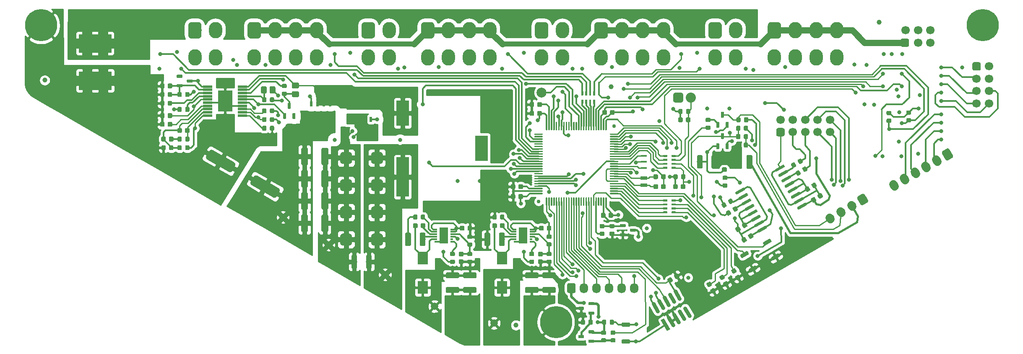
<source format=gbr>
G04 #@! TF.GenerationSoftware,KiCad,Pcbnew,(5.0.0-rc2-dev-296-g4594fedc2)*
G04 #@! TF.CreationDate,2018-04-30T23:58:46+09:30*
G04 #@! TF.ProjectId,zaphod-controller,7A6170686F642D636F6E74726F6C6C65,1.0*
G04 #@! TF.SameCoordinates,Original*
G04 #@! TF.FileFunction,Copper,L1,Top,Signal*
G04 #@! TF.FilePolarity,Positive*
%FSLAX46Y46*%
G04 Gerber Fmt 4.6, Leading zero omitted, Abs format (unit mm)*
G04 Created by KiCad (PCBNEW (5.0.0-rc2-dev-296-g4594fedc2)) date 04/30/18 23:58:46*
%MOMM*%
%LPD*%
G01*
G04 APERTURE LIST*
%ADD10C,0.750000*%
%ADD11C,0.100000*%
%ADD12C,0.280000*%
%ADD13C,1.180000*%
%ADD14C,0.610000*%
%ADD15C,2.200000*%
%ADD16C,0.570000*%
%ADD17C,0.800000*%
%ADD18C,0.910000*%
%ADD19C,0.400000*%
%ADD20C,1.730000*%
%ADD21C,1.730000*%
%ADD22C,0.920000*%
%ADD23C,0.850000*%
%ADD24C,1.700000*%
%ADD25C,1.700000*%
%ADD26C,2.032000*%
%ADD27O,2.032000X2.032000*%
%ADD28C,6.500000*%
%ADD29R,3.430000X3.780000*%
%ADD30O,2.700000X3.300000*%
%ADD31C,2.700000*%
%ADD32R,2.500000X8.000000*%
%ADD33R,2.500000X5.200000*%
%ADD34C,1.727200*%
%ADD35O,1.727200X2.032000*%
%ADD36C,1.160000*%
%ADD37C,1.400000*%
%ADD38C,2.370000*%
%ADD39C,1.000000*%
%ADD40R,2.090000X2.660000*%
%ADD41R,3.815000X3.130000*%
%ADD42R,0.510000X1.010000*%
%ADD43C,1.500000*%
%ADD44C,2.000000*%
%ADD45R,0.480000X0.300000*%
%ADD46R,1.700000X3.300000*%
%ADD47R,1.900000X0.480000*%
%ADD48R,3.000000X4.200000*%
%ADD49R,1.300000X0.400000*%
%ADD50C,0.750000*%
%ADD51R,1.400000X0.750000*%
%ADD52C,0.300000*%
%ADD53C,0.250000*%
%ADD54C,0.400000*%
%ADD55C,1.300000*%
%ADD56C,1.000000*%
%ADD57C,0.500000*%
%ADD58C,0.254000*%
G04 APERTURE END LIST*
D10*
X154370000Y-89630000D03*
X169630000Y-74370000D03*
D11*
G36*
X168076861Y-88805337D02*
X168083656Y-88806345D01*
X168090320Y-88808014D01*
X168096788Y-88810328D01*
X168102998Y-88813266D01*
X168108890Y-88816797D01*
X168114408Y-88820889D01*
X168119497Y-88825503D01*
X168124111Y-88830592D01*
X168128203Y-88836110D01*
X168131734Y-88842002D01*
X168134672Y-88848212D01*
X168136986Y-88854680D01*
X168138655Y-88861344D01*
X168139663Y-88868139D01*
X168140000Y-88875000D01*
X168140000Y-90385000D01*
X168139663Y-90391861D01*
X168138655Y-90398656D01*
X168136986Y-90405320D01*
X168134672Y-90411788D01*
X168131734Y-90417998D01*
X168128203Y-90423890D01*
X168124111Y-90429408D01*
X168119497Y-90434497D01*
X168114408Y-90439111D01*
X168108890Y-90443203D01*
X168102998Y-90446734D01*
X168096788Y-90449672D01*
X168090320Y-90451986D01*
X168083656Y-90453655D01*
X168076861Y-90454663D01*
X168070000Y-90455000D01*
X167930000Y-90455000D01*
X167923139Y-90454663D01*
X167916344Y-90453655D01*
X167909680Y-90451986D01*
X167903212Y-90449672D01*
X167897002Y-90446734D01*
X167891110Y-90443203D01*
X167885592Y-90439111D01*
X167880503Y-90434497D01*
X167875889Y-90429408D01*
X167871797Y-90423890D01*
X167868266Y-90417998D01*
X167865328Y-90411788D01*
X167863014Y-90405320D01*
X167861345Y-90398656D01*
X167860337Y-90391861D01*
X167860000Y-90385000D01*
X167860000Y-88875000D01*
X167860337Y-88868139D01*
X167861345Y-88861344D01*
X167863014Y-88854680D01*
X167865328Y-88848212D01*
X167868266Y-88842002D01*
X167871797Y-88836110D01*
X167875889Y-88830592D01*
X167880503Y-88825503D01*
X167885592Y-88820889D01*
X167891110Y-88816797D01*
X167897002Y-88813266D01*
X167903212Y-88810328D01*
X167909680Y-88808014D01*
X167916344Y-88806345D01*
X167923139Y-88805337D01*
X167930000Y-88805000D01*
X168070000Y-88805000D01*
X168076861Y-88805337D01*
X168076861Y-88805337D01*
G37*
D12*
X168000000Y-89630000D03*
D11*
G36*
X167576861Y-88805337D02*
X167583656Y-88806345D01*
X167590320Y-88808014D01*
X167596788Y-88810328D01*
X167602998Y-88813266D01*
X167608890Y-88816797D01*
X167614408Y-88820889D01*
X167619497Y-88825503D01*
X167624111Y-88830592D01*
X167628203Y-88836110D01*
X167631734Y-88842002D01*
X167634672Y-88848212D01*
X167636986Y-88854680D01*
X167638655Y-88861344D01*
X167639663Y-88868139D01*
X167640000Y-88875000D01*
X167640000Y-90385000D01*
X167639663Y-90391861D01*
X167638655Y-90398656D01*
X167636986Y-90405320D01*
X167634672Y-90411788D01*
X167631734Y-90417998D01*
X167628203Y-90423890D01*
X167624111Y-90429408D01*
X167619497Y-90434497D01*
X167614408Y-90439111D01*
X167608890Y-90443203D01*
X167602998Y-90446734D01*
X167596788Y-90449672D01*
X167590320Y-90451986D01*
X167583656Y-90453655D01*
X167576861Y-90454663D01*
X167570000Y-90455000D01*
X167430000Y-90455000D01*
X167423139Y-90454663D01*
X167416344Y-90453655D01*
X167409680Y-90451986D01*
X167403212Y-90449672D01*
X167397002Y-90446734D01*
X167391110Y-90443203D01*
X167385592Y-90439111D01*
X167380503Y-90434497D01*
X167375889Y-90429408D01*
X167371797Y-90423890D01*
X167368266Y-90417998D01*
X167365328Y-90411788D01*
X167363014Y-90405320D01*
X167361345Y-90398656D01*
X167360337Y-90391861D01*
X167360000Y-90385000D01*
X167360000Y-88875000D01*
X167360337Y-88868139D01*
X167361345Y-88861344D01*
X167363014Y-88854680D01*
X167365328Y-88848212D01*
X167368266Y-88842002D01*
X167371797Y-88836110D01*
X167375889Y-88830592D01*
X167380503Y-88825503D01*
X167385592Y-88820889D01*
X167391110Y-88816797D01*
X167397002Y-88813266D01*
X167403212Y-88810328D01*
X167409680Y-88808014D01*
X167416344Y-88806345D01*
X167423139Y-88805337D01*
X167430000Y-88805000D01*
X167570000Y-88805000D01*
X167576861Y-88805337D01*
X167576861Y-88805337D01*
G37*
D12*
X167500000Y-89630000D03*
D11*
G36*
X167076861Y-88805337D02*
X167083656Y-88806345D01*
X167090320Y-88808014D01*
X167096788Y-88810328D01*
X167102998Y-88813266D01*
X167108890Y-88816797D01*
X167114408Y-88820889D01*
X167119497Y-88825503D01*
X167124111Y-88830592D01*
X167128203Y-88836110D01*
X167131734Y-88842002D01*
X167134672Y-88848212D01*
X167136986Y-88854680D01*
X167138655Y-88861344D01*
X167139663Y-88868139D01*
X167140000Y-88875000D01*
X167140000Y-90385000D01*
X167139663Y-90391861D01*
X167138655Y-90398656D01*
X167136986Y-90405320D01*
X167134672Y-90411788D01*
X167131734Y-90417998D01*
X167128203Y-90423890D01*
X167124111Y-90429408D01*
X167119497Y-90434497D01*
X167114408Y-90439111D01*
X167108890Y-90443203D01*
X167102998Y-90446734D01*
X167096788Y-90449672D01*
X167090320Y-90451986D01*
X167083656Y-90453655D01*
X167076861Y-90454663D01*
X167070000Y-90455000D01*
X166930000Y-90455000D01*
X166923139Y-90454663D01*
X166916344Y-90453655D01*
X166909680Y-90451986D01*
X166903212Y-90449672D01*
X166897002Y-90446734D01*
X166891110Y-90443203D01*
X166885592Y-90439111D01*
X166880503Y-90434497D01*
X166875889Y-90429408D01*
X166871797Y-90423890D01*
X166868266Y-90417998D01*
X166865328Y-90411788D01*
X166863014Y-90405320D01*
X166861345Y-90398656D01*
X166860337Y-90391861D01*
X166860000Y-90385000D01*
X166860000Y-88875000D01*
X166860337Y-88868139D01*
X166861345Y-88861344D01*
X166863014Y-88854680D01*
X166865328Y-88848212D01*
X166868266Y-88842002D01*
X166871797Y-88836110D01*
X166875889Y-88830592D01*
X166880503Y-88825503D01*
X166885592Y-88820889D01*
X166891110Y-88816797D01*
X166897002Y-88813266D01*
X166903212Y-88810328D01*
X166909680Y-88808014D01*
X166916344Y-88806345D01*
X166923139Y-88805337D01*
X166930000Y-88805000D01*
X167070000Y-88805000D01*
X167076861Y-88805337D01*
X167076861Y-88805337D01*
G37*
D12*
X167000000Y-89630000D03*
D11*
G36*
X166576861Y-88805337D02*
X166583656Y-88806345D01*
X166590320Y-88808014D01*
X166596788Y-88810328D01*
X166602998Y-88813266D01*
X166608890Y-88816797D01*
X166614408Y-88820889D01*
X166619497Y-88825503D01*
X166624111Y-88830592D01*
X166628203Y-88836110D01*
X166631734Y-88842002D01*
X166634672Y-88848212D01*
X166636986Y-88854680D01*
X166638655Y-88861344D01*
X166639663Y-88868139D01*
X166640000Y-88875000D01*
X166640000Y-90385000D01*
X166639663Y-90391861D01*
X166638655Y-90398656D01*
X166636986Y-90405320D01*
X166634672Y-90411788D01*
X166631734Y-90417998D01*
X166628203Y-90423890D01*
X166624111Y-90429408D01*
X166619497Y-90434497D01*
X166614408Y-90439111D01*
X166608890Y-90443203D01*
X166602998Y-90446734D01*
X166596788Y-90449672D01*
X166590320Y-90451986D01*
X166583656Y-90453655D01*
X166576861Y-90454663D01*
X166570000Y-90455000D01*
X166430000Y-90455000D01*
X166423139Y-90454663D01*
X166416344Y-90453655D01*
X166409680Y-90451986D01*
X166403212Y-90449672D01*
X166397002Y-90446734D01*
X166391110Y-90443203D01*
X166385592Y-90439111D01*
X166380503Y-90434497D01*
X166375889Y-90429408D01*
X166371797Y-90423890D01*
X166368266Y-90417998D01*
X166365328Y-90411788D01*
X166363014Y-90405320D01*
X166361345Y-90398656D01*
X166360337Y-90391861D01*
X166360000Y-90385000D01*
X166360000Y-88875000D01*
X166360337Y-88868139D01*
X166361345Y-88861344D01*
X166363014Y-88854680D01*
X166365328Y-88848212D01*
X166368266Y-88842002D01*
X166371797Y-88836110D01*
X166375889Y-88830592D01*
X166380503Y-88825503D01*
X166385592Y-88820889D01*
X166391110Y-88816797D01*
X166397002Y-88813266D01*
X166403212Y-88810328D01*
X166409680Y-88808014D01*
X166416344Y-88806345D01*
X166423139Y-88805337D01*
X166430000Y-88805000D01*
X166570000Y-88805000D01*
X166576861Y-88805337D01*
X166576861Y-88805337D01*
G37*
D12*
X166500000Y-89630000D03*
D11*
G36*
X166076861Y-88805337D02*
X166083656Y-88806345D01*
X166090320Y-88808014D01*
X166096788Y-88810328D01*
X166102998Y-88813266D01*
X166108890Y-88816797D01*
X166114408Y-88820889D01*
X166119497Y-88825503D01*
X166124111Y-88830592D01*
X166128203Y-88836110D01*
X166131734Y-88842002D01*
X166134672Y-88848212D01*
X166136986Y-88854680D01*
X166138655Y-88861344D01*
X166139663Y-88868139D01*
X166140000Y-88875000D01*
X166140000Y-90385000D01*
X166139663Y-90391861D01*
X166138655Y-90398656D01*
X166136986Y-90405320D01*
X166134672Y-90411788D01*
X166131734Y-90417998D01*
X166128203Y-90423890D01*
X166124111Y-90429408D01*
X166119497Y-90434497D01*
X166114408Y-90439111D01*
X166108890Y-90443203D01*
X166102998Y-90446734D01*
X166096788Y-90449672D01*
X166090320Y-90451986D01*
X166083656Y-90453655D01*
X166076861Y-90454663D01*
X166070000Y-90455000D01*
X165930000Y-90455000D01*
X165923139Y-90454663D01*
X165916344Y-90453655D01*
X165909680Y-90451986D01*
X165903212Y-90449672D01*
X165897002Y-90446734D01*
X165891110Y-90443203D01*
X165885592Y-90439111D01*
X165880503Y-90434497D01*
X165875889Y-90429408D01*
X165871797Y-90423890D01*
X165868266Y-90417998D01*
X165865328Y-90411788D01*
X165863014Y-90405320D01*
X165861345Y-90398656D01*
X165860337Y-90391861D01*
X165860000Y-90385000D01*
X165860000Y-88875000D01*
X165860337Y-88868139D01*
X165861345Y-88861344D01*
X165863014Y-88854680D01*
X165865328Y-88848212D01*
X165868266Y-88842002D01*
X165871797Y-88836110D01*
X165875889Y-88830592D01*
X165880503Y-88825503D01*
X165885592Y-88820889D01*
X165891110Y-88816797D01*
X165897002Y-88813266D01*
X165903212Y-88810328D01*
X165909680Y-88808014D01*
X165916344Y-88806345D01*
X165923139Y-88805337D01*
X165930000Y-88805000D01*
X166070000Y-88805000D01*
X166076861Y-88805337D01*
X166076861Y-88805337D01*
G37*
D12*
X166000000Y-89630000D03*
D11*
G36*
X165576861Y-88805337D02*
X165583656Y-88806345D01*
X165590320Y-88808014D01*
X165596788Y-88810328D01*
X165602998Y-88813266D01*
X165608890Y-88816797D01*
X165614408Y-88820889D01*
X165619497Y-88825503D01*
X165624111Y-88830592D01*
X165628203Y-88836110D01*
X165631734Y-88842002D01*
X165634672Y-88848212D01*
X165636986Y-88854680D01*
X165638655Y-88861344D01*
X165639663Y-88868139D01*
X165640000Y-88875000D01*
X165640000Y-90385000D01*
X165639663Y-90391861D01*
X165638655Y-90398656D01*
X165636986Y-90405320D01*
X165634672Y-90411788D01*
X165631734Y-90417998D01*
X165628203Y-90423890D01*
X165624111Y-90429408D01*
X165619497Y-90434497D01*
X165614408Y-90439111D01*
X165608890Y-90443203D01*
X165602998Y-90446734D01*
X165596788Y-90449672D01*
X165590320Y-90451986D01*
X165583656Y-90453655D01*
X165576861Y-90454663D01*
X165570000Y-90455000D01*
X165430000Y-90455000D01*
X165423139Y-90454663D01*
X165416344Y-90453655D01*
X165409680Y-90451986D01*
X165403212Y-90449672D01*
X165397002Y-90446734D01*
X165391110Y-90443203D01*
X165385592Y-90439111D01*
X165380503Y-90434497D01*
X165375889Y-90429408D01*
X165371797Y-90423890D01*
X165368266Y-90417998D01*
X165365328Y-90411788D01*
X165363014Y-90405320D01*
X165361345Y-90398656D01*
X165360337Y-90391861D01*
X165360000Y-90385000D01*
X165360000Y-88875000D01*
X165360337Y-88868139D01*
X165361345Y-88861344D01*
X165363014Y-88854680D01*
X165365328Y-88848212D01*
X165368266Y-88842002D01*
X165371797Y-88836110D01*
X165375889Y-88830592D01*
X165380503Y-88825503D01*
X165385592Y-88820889D01*
X165391110Y-88816797D01*
X165397002Y-88813266D01*
X165403212Y-88810328D01*
X165409680Y-88808014D01*
X165416344Y-88806345D01*
X165423139Y-88805337D01*
X165430000Y-88805000D01*
X165570000Y-88805000D01*
X165576861Y-88805337D01*
X165576861Y-88805337D01*
G37*
D12*
X165500000Y-89630000D03*
D11*
G36*
X165076861Y-88805337D02*
X165083656Y-88806345D01*
X165090320Y-88808014D01*
X165096788Y-88810328D01*
X165102998Y-88813266D01*
X165108890Y-88816797D01*
X165114408Y-88820889D01*
X165119497Y-88825503D01*
X165124111Y-88830592D01*
X165128203Y-88836110D01*
X165131734Y-88842002D01*
X165134672Y-88848212D01*
X165136986Y-88854680D01*
X165138655Y-88861344D01*
X165139663Y-88868139D01*
X165140000Y-88875000D01*
X165140000Y-90385000D01*
X165139663Y-90391861D01*
X165138655Y-90398656D01*
X165136986Y-90405320D01*
X165134672Y-90411788D01*
X165131734Y-90417998D01*
X165128203Y-90423890D01*
X165124111Y-90429408D01*
X165119497Y-90434497D01*
X165114408Y-90439111D01*
X165108890Y-90443203D01*
X165102998Y-90446734D01*
X165096788Y-90449672D01*
X165090320Y-90451986D01*
X165083656Y-90453655D01*
X165076861Y-90454663D01*
X165070000Y-90455000D01*
X164930000Y-90455000D01*
X164923139Y-90454663D01*
X164916344Y-90453655D01*
X164909680Y-90451986D01*
X164903212Y-90449672D01*
X164897002Y-90446734D01*
X164891110Y-90443203D01*
X164885592Y-90439111D01*
X164880503Y-90434497D01*
X164875889Y-90429408D01*
X164871797Y-90423890D01*
X164868266Y-90417998D01*
X164865328Y-90411788D01*
X164863014Y-90405320D01*
X164861345Y-90398656D01*
X164860337Y-90391861D01*
X164860000Y-90385000D01*
X164860000Y-88875000D01*
X164860337Y-88868139D01*
X164861345Y-88861344D01*
X164863014Y-88854680D01*
X164865328Y-88848212D01*
X164868266Y-88842002D01*
X164871797Y-88836110D01*
X164875889Y-88830592D01*
X164880503Y-88825503D01*
X164885592Y-88820889D01*
X164891110Y-88816797D01*
X164897002Y-88813266D01*
X164903212Y-88810328D01*
X164909680Y-88808014D01*
X164916344Y-88806345D01*
X164923139Y-88805337D01*
X164930000Y-88805000D01*
X165070000Y-88805000D01*
X165076861Y-88805337D01*
X165076861Y-88805337D01*
G37*
D12*
X165000000Y-89630000D03*
D11*
G36*
X164576861Y-88805337D02*
X164583656Y-88806345D01*
X164590320Y-88808014D01*
X164596788Y-88810328D01*
X164602998Y-88813266D01*
X164608890Y-88816797D01*
X164614408Y-88820889D01*
X164619497Y-88825503D01*
X164624111Y-88830592D01*
X164628203Y-88836110D01*
X164631734Y-88842002D01*
X164634672Y-88848212D01*
X164636986Y-88854680D01*
X164638655Y-88861344D01*
X164639663Y-88868139D01*
X164640000Y-88875000D01*
X164640000Y-90385000D01*
X164639663Y-90391861D01*
X164638655Y-90398656D01*
X164636986Y-90405320D01*
X164634672Y-90411788D01*
X164631734Y-90417998D01*
X164628203Y-90423890D01*
X164624111Y-90429408D01*
X164619497Y-90434497D01*
X164614408Y-90439111D01*
X164608890Y-90443203D01*
X164602998Y-90446734D01*
X164596788Y-90449672D01*
X164590320Y-90451986D01*
X164583656Y-90453655D01*
X164576861Y-90454663D01*
X164570000Y-90455000D01*
X164430000Y-90455000D01*
X164423139Y-90454663D01*
X164416344Y-90453655D01*
X164409680Y-90451986D01*
X164403212Y-90449672D01*
X164397002Y-90446734D01*
X164391110Y-90443203D01*
X164385592Y-90439111D01*
X164380503Y-90434497D01*
X164375889Y-90429408D01*
X164371797Y-90423890D01*
X164368266Y-90417998D01*
X164365328Y-90411788D01*
X164363014Y-90405320D01*
X164361345Y-90398656D01*
X164360337Y-90391861D01*
X164360000Y-90385000D01*
X164360000Y-88875000D01*
X164360337Y-88868139D01*
X164361345Y-88861344D01*
X164363014Y-88854680D01*
X164365328Y-88848212D01*
X164368266Y-88842002D01*
X164371797Y-88836110D01*
X164375889Y-88830592D01*
X164380503Y-88825503D01*
X164385592Y-88820889D01*
X164391110Y-88816797D01*
X164397002Y-88813266D01*
X164403212Y-88810328D01*
X164409680Y-88808014D01*
X164416344Y-88806345D01*
X164423139Y-88805337D01*
X164430000Y-88805000D01*
X164570000Y-88805000D01*
X164576861Y-88805337D01*
X164576861Y-88805337D01*
G37*
D12*
X164500000Y-89630000D03*
D11*
G36*
X164076861Y-88805337D02*
X164083656Y-88806345D01*
X164090320Y-88808014D01*
X164096788Y-88810328D01*
X164102998Y-88813266D01*
X164108890Y-88816797D01*
X164114408Y-88820889D01*
X164119497Y-88825503D01*
X164124111Y-88830592D01*
X164128203Y-88836110D01*
X164131734Y-88842002D01*
X164134672Y-88848212D01*
X164136986Y-88854680D01*
X164138655Y-88861344D01*
X164139663Y-88868139D01*
X164140000Y-88875000D01*
X164140000Y-90385000D01*
X164139663Y-90391861D01*
X164138655Y-90398656D01*
X164136986Y-90405320D01*
X164134672Y-90411788D01*
X164131734Y-90417998D01*
X164128203Y-90423890D01*
X164124111Y-90429408D01*
X164119497Y-90434497D01*
X164114408Y-90439111D01*
X164108890Y-90443203D01*
X164102998Y-90446734D01*
X164096788Y-90449672D01*
X164090320Y-90451986D01*
X164083656Y-90453655D01*
X164076861Y-90454663D01*
X164070000Y-90455000D01*
X163930000Y-90455000D01*
X163923139Y-90454663D01*
X163916344Y-90453655D01*
X163909680Y-90451986D01*
X163903212Y-90449672D01*
X163897002Y-90446734D01*
X163891110Y-90443203D01*
X163885592Y-90439111D01*
X163880503Y-90434497D01*
X163875889Y-90429408D01*
X163871797Y-90423890D01*
X163868266Y-90417998D01*
X163865328Y-90411788D01*
X163863014Y-90405320D01*
X163861345Y-90398656D01*
X163860337Y-90391861D01*
X163860000Y-90385000D01*
X163860000Y-88875000D01*
X163860337Y-88868139D01*
X163861345Y-88861344D01*
X163863014Y-88854680D01*
X163865328Y-88848212D01*
X163868266Y-88842002D01*
X163871797Y-88836110D01*
X163875889Y-88830592D01*
X163880503Y-88825503D01*
X163885592Y-88820889D01*
X163891110Y-88816797D01*
X163897002Y-88813266D01*
X163903212Y-88810328D01*
X163909680Y-88808014D01*
X163916344Y-88806345D01*
X163923139Y-88805337D01*
X163930000Y-88805000D01*
X164070000Y-88805000D01*
X164076861Y-88805337D01*
X164076861Y-88805337D01*
G37*
D12*
X164000000Y-89630000D03*
D11*
G36*
X163576861Y-88805337D02*
X163583656Y-88806345D01*
X163590320Y-88808014D01*
X163596788Y-88810328D01*
X163602998Y-88813266D01*
X163608890Y-88816797D01*
X163614408Y-88820889D01*
X163619497Y-88825503D01*
X163624111Y-88830592D01*
X163628203Y-88836110D01*
X163631734Y-88842002D01*
X163634672Y-88848212D01*
X163636986Y-88854680D01*
X163638655Y-88861344D01*
X163639663Y-88868139D01*
X163640000Y-88875000D01*
X163640000Y-90385000D01*
X163639663Y-90391861D01*
X163638655Y-90398656D01*
X163636986Y-90405320D01*
X163634672Y-90411788D01*
X163631734Y-90417998D01*
X163628203Y-90423890D01*
X163624111Y-90429408D01*
X163619497Y-90434497D01*
X163614408Y-90439111D01*
X163608890Y-90443203D01*
X163602998Y-90446734D01*
X163596788Y-90449672D01*
X163590320Y-90451986D01*
X163583656Y-90453655D01*
X163576861Y-90454663D01*
X163570000Y-90455000D01*
X163430000Y-90455000D01*
X163423139Y-90454663D01*
X163416344Y-90453655D01*
X163409680Y-90451986D01*
X163403212Y-90449672D01*
X163397002Y-90446734D01*
X163391110Y-90443203D01*
X163385592Y-90439111D01*
X163380503Y-90434497D01*
X163375889Y-90429408D01*
X163371797Y-90423890D01*
X163368266Y-90417998D01*
X163365328Y-90411788D01*
X163363014Y-90405320D01*
X163361345Y-90398656D01*
X163360337Y-90391861D01*
X163360000Y-90385000D01*
X163360000Y-88875000D01*
X163360337Y-88868139D01*
X163361345Y-88861344D01*
X163363014Y-88854680D01*
X163365328Y-88848212D01*
X163368266Y-88842002D01*
X163371797Y-88836110D01*
X163375889Y-88830592D01*
X163380503Y-88825503D01*
X163385592Y-88820889D01*
X163391110Y-88816797D01*
X163397002Y-88813266D01*
X163403212Y-88810328D01*
X163409680Y-88808014D01*
X163416344Y-88806345D01*
X163423139Y-88805337D01*
X163430000Y-88805000D01*
X163570000Y-88805000D01*
X163576861Y-88805337D01*
X163576861Y-88805337D01*
G37*
D12*
X163500000Y-89630000D03*
D11*
G36*
X163076861Y-88805337D02*
X163083656Y-88806345D01*
X163090320Y-88808014D01*
X163096788Y-88810328D01*
X163102998Y-88813266D01*
X163108890Y-88816797D01*
X163114408Y-88820889D01*
X163119497Y-88825503D01*
X163124111Y-88830592D01*
X163128203Y-88836110D01*
X163131734Y-88842002D01*
X163134672Y-88848212D01*
X163136986Y-88854680D01*
X163138655Y-88861344D01*
X163139663Y-88868139D01*
X163140000Y-88875000D01*
X163140000Y-90385000D01*
X163139663Y-90391861D01*
X163138655Y-90398656D01*
X163136986Y-90405320D01*
X163134672Y-90411788D01*
X163131734Y-90417998D01*
X163128203Y-90423890D01*
X163124111Y-90429408D01*
X163119497Y-90434497D01*
X163114408Y-90439111D01*
X163108890Y-90443203D01*
X163102998Y-90446734D01*
X163096788Y-90449672D01*
X163090320Y-90451986D01*
X163083656Y-90453655D01*
X163076861Y-90454663D01*
X163070000Y-90455000D01*
X162930000Y-90455000D01*
X162923139Y-90454663D01*
X162916344Y-90453655D01*
X162909680Y-90451986D01*
X162903212Y-90449672D01*
X162897002Y-90446734D01*
X162891110Y-90443203D01*
X162885592Y-90439111D01*
X162880503Y-90434497D01*
X162875889Y-90429408D01*
X162871797Y-90423890D01*
X162868266Y-90417998D01*
X162865328Y-90411788D01*
X162863014Y-90405320D01*
X162861345Y-90398656D01*
X162860337Y-90391861D01*
X162860000Y-90385000D01*
X162860000Y-88875000D01*
X162860337Y-88868139D01*
X162861345Y-88861344D01*
X162863014Y-88854680D01*
X162865328Y-88848212D01*
X162868266Y-88842002D01*
X162871797Y-88836110D01*
X162875889Y-88830592D01*
X162880503Y-88825503D01*
X162885592Y-88820889D01*
X162891110Y-88816797D01*
X162897002Y-88813266D01*
X162903212Y-88810328D01*
X162909680Y-88808014D01*
X162916344Y-88806345D01*
X162923139Y-88805337D01*
X162930000Y-88805000D01*
X163070000Y-88805000D01*
X163076861Y-88805337D01*
X163076861Y-88805337D01*
G37*
D12*
X163000000Y-89630000D03*
D11*
G36*
X162576861Y-88805337D02*
X162583656Y-88806345D01*
X162590320Y-88808014D01*
X162596788Y-88810328D01*
X162602998Y-88813266D01*
X162608890Y-88816797D01*
X162614408Y-88820889D01*
X162619497Y-88825503D01*
X162624111Y-88830592D01*
X162628203Y-88836110D01*
X162631734Y-88842002D01*
X162634672Y-88848212D01*
X162636986Y-88854680D01*
X162638655Y-88861344D01*
X162639663Y-88868139D01*
X162640000Y-88875000D01*
X162640000Y-90385000D01*
X162639663Y-90391861D01*
X162638655Y-90398656D01*
X162636986Y-90405320D01*
X162634672Y-90411788D01*
X162631734Y-90417998D01*
X162628203Y-90423890D01*
X162624111Y-90429408D01*
X162619497Y-90434497D01*
X162614408Y-90439111D01*
X162608890Y-90443203D01*
X162602998Y-90446734D01*
X162596788Y-90449672D01*
X162590320Y-90451986D01*
X162583656Y-90453655D01*
X162576861Y-90454663D01*
X162570000Y-90455000D01*
X162430000Y-90455000D01*
X162423139Y-90454663D01*
X162416344Y-90453655D01*
X162409680Y-90451986D01*
X162403212Y-90449672D01*
X162397002Y-90446734D01*
X162391110Y-90443203D01*
X162385592Y-90439111D01*
X162380503Y-90434497D01*
X162375889Y-90429408D01*
X162371797Y-90423890D01*
X162368266Y-90417998D01*
X162365328Y-90411788D01*
X162363014Y-90405320D01*
X162361345Y-90398656D01*
X162360337Y-90391861D01*
X162360000Y-90385000D01*
X162360000Y-88875000D01*
X162360337Y-88868139D01*
X162361345Y-88861344D01*
X162363014Y-88854680D01*
X162365328Y-88848212D01*
X162368266Y-88842002D01*
X162371797Y-88836110D01*
X162375889Y-88830592D01*
X162380503Y-88825503D01*
X162385592Y-88820889D01*
X162391110Y-88816797D01*
X162397002Y-88813266D01*
X162403212Y-88810328D01*
X162409680Y-88808014D01*
X162416344Y-88806345D01*
X162423139Y-88805337D01*
X162430000Y-88805000D01*
X162570000Y-88805000D01*
X162576861Y-88805337D01*
X162576861Y-88805337D01*
G37*
D12*
X162500000Y-89630000D03*
D11*
G36*
X162076861Y-88805337D02*
X162083656Y-88806345D01*
X162090320Y-88808014D01*
X162096788Y-88810328D01*
X162102998Y-88813266D01*
X162108890Y-88816797D01*
X162114408Y-88820889D01*
X162119497Y-88825503D01*
X162124111Y-88830592D01*
X162128203Y-88836110D01*
X162131734Y-88842002D01*
X162134672Y-88848212D01*
X162136986Y-88854680D01*
X162138655Y-88861344D01*
X162139663Y-88868139D01*
X162140000Y-88875000D01*
X162140000Y-90385000D01*
X162139663Y-90391861D01*
X162138655Y-90398656D01*
X162136986Y-90405320D01*
X162134672Y-90411788D01*
X162131734Y-90417998D01*
X162128203Y-90423890D01*
X162124111Y-90429408D01*
X162119497Y-90434497D01*
X162114408Y-90439111D01*
X162108890Y-90443203D01*
X162102998Y-90446734D01*
X162096788Y-90449672D01*
X162090320Y-90451986D01*
X162083656Y-90453655D01*
X162076861Y-90454663D01*
X162070000Y-90455000D01*
X161930000Y-90455000D01*
X161923139Y-90454663D01*
X161916344Y-90453655D01*
X161909680Y-90451986D01*
X161903212Y-90449672D01*
X161897002Y-90446734D01*
X161891110Y-90443203D01*
X161885592Y-90439111D01*
X161880503Y-90434497D01*
X161875889Y-90429408D01*
X161871797Y-90423890D01*
X161868266Y-90417998D01*
X161865328Y-90411788D01*
X161863014Y-90405320D01*
X161861345Y-90398656D01*
X161860337Y-90391861D01*
X161860000Y-90385000D01*
X161860000Y-88875000D01*
X161860337Y-88868139D01*
X161861345Y-88861344D01*
X161863014Y-88854680D01*
X161865328Y-88848212D01*
X161868266Y-88842002D01*
X161871797Y-88836110D01*
X161875889Y-88830592D01*
X161880503Y-88825503D01*
X161885592Y-88820889D01*
X161891110Y-88816797D01*
X161897002Y-88813266D01*
X161903212Y-88810328D01*
X161909680Y-88808014D01*
X161916344Y-88806345D01*
X161923139Y-88805337D01*
X161930000Y-88805000D01*
X162070000Y-88805000D01*
X162076861Y-88805337D01*
X162076861Y-88805337D01*
G37*
D12*
X162000000Y-89630000D03*
D11*
G36*
X161576861Y-88805337D02*
X161583656Y-88806345D01*
X161590320Y-88808014D01*
X161596788Y-88810328D01*
X161602998Y-88813266D01*
X161608890Y-88816797D01*
X161614408Y-88820889D01*
X161619497Y-88825503D01*
X161624111Y-88830592D01*
X161628203Y-88836110D01*
X161631734Y-88842002D01*
X161634672Y-88848212D01*
X161636986Y-88854680D01*
X161638655Y-88861344D01*
X161639663Y-88868139D01*
X161640000Y-88875000D01*
X161640000Y-90385000D01*
X161639663Y-90391861D01*
X161638655Y-90398656D01*
X161636986Y-90405320D01*
X161634672Y-90411788D01*
X161631734Y-90417998D01*
X161628203Y-90423890D01*
X161624111Y-90429408D01*
X161619497Y-90434497D01*
X161614408Y-90439111D01*
X161608890Y-90443203D01*
X161602998Y-90446734D01*
X161596788Y-90449672D01*
X161590320Y-90451986D01*
X161583656Y-90453655D01*
X161576861Y-90454663D01*
X161570000Y-90455000D01*
X161430000Y-90455000D01*
X161423139Y-90454663D01*
X161416344Y-90453655D01*
X161409680Y-90451986D01*
X161403212Y-90449672D01*
X161397002Y-90446734D01*
X161391110Y-90443203D01*
X161385592Y-90439111D01*
X161380503Y-90434497D01*
X161375889Y-90429408D01*
X161371797Y-90423890D01*
X161368266Y-90417998D01*
X161365328Y-90411788D01*
X161363014Y-90405320D01*
X161361345Y-90398656D01*
X161360337Y-90391861D01*
X161360000Y-90385000D01*
X161360000Y-88875000D01*
X161360337Y-88868139D01*
X161361345Y-88861344D01*
X161363014Y-88854680D01*
X161365328Y-88848212D01*
X161368266Y-88842002D01*
X161371797Y-88836110D01*
X161375889Y-88830592D01*
X161380503Y-88825503D01*
X161385592Y-88820889D01*
X161391110Y-88816797D01*
X161397002Y-88813266D01*
X161403212Y-88810328D01*
X161409680Y-88808014D01*
X161416344Y-88806345D01*
X161423139Y-88805337D01*
X161430000Y-88805000D01*
X161570000Y-88805000D01*
X161576861Y-88805337D01*
X161576861Y-88805337D01*
G37*
D12*
X161500000Y-89630000D03*
D11*
G36*
X161076861Y-88805337D02*
X161083656Y-88806345D01*
X161090320Y-88808014D01*
X161096788Y-88810328D01*
X161102998Y-88813266D01*
X161108890Y-88816797D01*
X161114408Y-88820889D01*
X161119497Y-88825503D01*
X161124111Y-88830592D01*
X161128203Y-88836110D01*
X161131734Y-88842002D01*
X161134672Y-88848212D01*
X161136986Y-88854680D01*
X161138655Y-88861344D01*
X161139663Y-88868139D01*
X161140000Y-88875000D01*
X161140000Y-90385000D01*
X161139663Y-90391861D01*
X161138655Y-90398656D01*
X161136986Y-90405320D01*
X161134672Y-90411788D01*
X161131734Y-90417998D01*
X161128203Y-90423890D01*
X161124111Y-90429408D01*
X161119497Y-90434497D01*
X161114408Y-90439111D01*
X161108890Y-90443203D01*
X161102998Y-90446734D01*
X161096788Y-90449672D01*
X161090320Y-90451986D01*
X161083656Y-90453655D01*
X161076861Y-90454663D01*
X161070000Y-90455000D01*
X160930000Y-90455000D01*
X160923139Y-90454663D01*
X160916344Y-90453655D01*
X160909680Y-90451986D01*
X160903212Y-90449672D01*
X160897002Y-90446734D01*
X160891110Y-90443203D01*
X160885592Y-90439111D01*
X160880503Y-90434497D01*
X160875889Y-90429408D01*
X160871797Y-90423890D01*
X160868266Y-90417998D01*
X160865328Y-90411788D01*
X160863014Y-90405320D01*
X160861345Y-90398656D01*
X160860337Y-90391861D01*
X160860000Y-90385000D01*
X160860000Y-88875000D01*
X160860337Y-88868139D01*
X160861345Y-88861344D01*
X160863014Y-88854680D01*
X160865328Y-88848212D01*
X160868266Y-88842002D01*
X160871797Y-88836110D01*
X160875889Y-88830592D01*
X160880503Y-88825503D01*
X160885592Y-88820889D01*
X160891110Y-88816797D01*
X160897002Y-88813266D01*
X160903212Y-88810328D01*
X160909680Y-88808014D01*
X160916344Y-88806345D01*
X160923139Y-88805337D01*
X160930000Y-88805000D01*
X161070000Y-88805000D01*
X161076861Y-88805337D01*
X161076861Y-88805337D01*
G37*
D12*
X161000000Y-89630000D03*
D11*
G36*
X160576861Y-88805337D02*
X160583656Y-88806345D01*
X160590320Y-88808014D01*
X160596788Y-88810328D01*
X160602998Y-88813266D01*
X160608890Y-88816797D01*
X160614408Y-88820889D01*
X160619497Y-88825503D01*
X160624111Y-88830592D01*
X160628203Y-88836110D01*
X160631734Y-88842002D01*
X160634672Y-88848212D01*
X160636986Y-88854680D01*
X160638655Y-88861344D01*
X160639663Y-88868139D01*
X160640000Y-88875000D01*
X160640000Y-90385000D01*
X160639663Y-90391861D01*
X160638655Y-90398656D01*
X160636986Y-90405320D01*
X160634672Y-90411788D01*
X160631734Y-90417998D01*
X160628203Y-90423890D01*
X160624111Y-90429408D01*
X160619497Y-90434497D01*
X160614408Y-90439111D01*
X160608890Y-90443203D01*
X160602998Y-90446734D01*
X160596788Y-90449672D01*
X160590320Y-90451986D01*
X160583656Y-90453655D01*
X160576861Y-90454663D01*
X160570000Y-90455000D01*
X160430000Y-90455000D01*
X160423139Y-90454663D01*
X160416344Y-90453655D01*
X160409680Y-90451986D01*
X160403212Y-90449672D01*
X160397002Y-90446734D01*
X160391110Y-90443203D01*
X160385592Y-90439111D01*
X160380503Y-90434497D01*
X160375889Y-90429408D01*
X160371797Y-90423890D01*
X160368266Y-90417998D01*
X160365328Y-90411788D01*
X160363014Y-90405320D01*
X160361345Y-90398656D01*
X160360337Y-90391861D01*
X160360000Y-90385000D01*
X160360000Y-88875000D01*
X160360337Y-88868139D01*
X160361345Y-88861344D01*
X160363014Y-88854680D01*
X160365328Y-88848212D01*
X160368266Y-88842002D01*
X160371797Y-88836110D01*
X160375889Y-88830592D01*
X160380503Y-88825503D01*
X160385592Y-88820889D01*
X160391110Y-88816797D01*
X160397002Y-88813266D01*
X160403212Y-88810328D01*
X160409680Y-88808014D01*
X160416344Y-88806345D01*
X160423139Y-88805337D01*
X160430000Y-88805000D01*
X160570000Y-88805000D01*
X160576861Y-88805337D01*
X160576861Y-88805337D01*
G37*
D12*
X160500000Y-89630000D03*
D11*
G36*
X160076861Y-88805337D02*
X160083656Y-88806345D01*
X160090320Y-88808014D01*
X160096788Y-88810328D01*
X160102998Y-88813266D01*
X160108890Y-88816797D01*
X160114408Y-88820889D01*
X160119497Y-88825503D01*
X160124111Y-88830592D01*
X160128203Y-88836110D01*
X160131734Y-88842002D01*
X160134672Y-88848212D01*
X160136986Y-88854680D01*
X160138655Y-88861344D01*
X160139663Y-88868139D01*
X160140000Y-88875000D01*
X160140000Y-90385000D01*
X160139663Y-90391861D01*
X160138655Y-90398656D01*
X160136986Y-90405320D01*
X160134672Y-90411788D01*
X160131734Y-90417998D01*
X160128203Y-90423890D01*
X160124111Y-90429408D01*
X160119497Y-90434497D01*
X160114408Y-90439111D01*
X160108890Y-90443203D01*
X160102998Y-90446734D01*
X160096788Y-90449672D01*
X160090320Y-90451986D01*
X160083656Y-90453655D01*
X160076861Y-90454663D01*
X160070000Y-90455000D01*
X159930000Y-90455000D01*
X159923139Y-90454663D01*
X159916344Y-90453655D01*
X159909680Y-90451986D01*
X159903212Y-90449672D01*
X159897002Y-90446734D01*
X159891110Y-90443203D01*
X159885592Y-90439111D01*
X159880503Y-90434497D01*
X159875889Y-90429408D01*
X159871797Y-90423890D01*
X159868266Y-90417998D01*
X159865328Y-90411788D01*
X159863014Y-90405320D01*
X159861345Y-90398656D01*
X159860337Y-90391861D01*
X159860000Y-90385000D01*
X159860000Y-88875000D01*
X159860337Y-88868139D01*
X159861345Y-88861344D01*
X159863014Y-88854680D01*
X159865328Y-88848212D01*
X159868266Y-88842002D01*
X159871797Y-88836110D01*
X159875889Y-88830592D01*
X159880503Y-88825503D01*
X159885592Y-88820889D01*
X159891110Y-88816797D01*
X159897002Y-88813266D01*
X159903212Y-88810328D01*
X159909680Y-88808014D01*
X159916344Y-88806345D01*
X159923139Y-88805337D01*
X159930000Y-88805000D01*
X160070000Y-88805000D01*
X160076861Y-88805337D01*
X160076861Y-88805337D01*
G37*
D12*
X160000000Y-89630000D03*
D11*
G36*
X159576861Y-88805337D02*
X159583656Y-88806345D01*
X159590320Y-88808014D01*
X159596788Y-88810328D01*
X159602998Y-88813266D01*
X159608890Y-88816797D01*
X159614408Y-88820889D01*
X159619497Y-88825503D01*
X159624111Y-88830592D01*
X159628203Y-88836110D01*
X159631734Y-88842002D01*
X159634672Y-88848212D01*
X159636986Y-88854680D01*
X159638655Y-88861344D01*
X159639663Y-88868139D01*
X159640000Y-88875000D01*
X159640000Y-90385000D01*
X159639663Y-90391861D01*
X159638655Y-90398656D01*
X159636986Y-90405320D01*
X159634672Y-90411788D01*
X159631734Y-90417998D01*
X159628203Y-90423890D01*
X159624111Y-90429408D01*
X159619497Y-90434497D01*
X159614408Y-90439111D01*
X159608890Y-90443203D01*
X159602998Y-90446734D01*
X159596788Y-90449672D01*
X159590320Y-90451986D01*
X159583656Y-90453655D01*
X159576861Y-90454663D01*
X159570000Y-90455000D01*
X159430000Y-90455000D01*
X159423139Y-90454663D01*
X159416344Y-90453655D01*
X159409680Y-90451986D01*
X159403212Y-90449672D01*
X159397002Y-90446734D01*
X159391110Y-90443203D01*
X159385592Y-90439111D01*
X159380503Y-90434497D01*
X159375889Y-90429408D01*
X159371797Y-90423890D01*
X159368266Y-90417998D01*
X159365328Y-90411788D01*
X159363014Y-90405320D01*
X159361345Y-90398656D01*
X159360337Y-90391861D01*
X159360000Y-90385000D01*
X159360000Y-88875000D01*
X159360337Y-88868139D01*
X159361345Y-88861344D01*
X159363014Y-88854680D01*
X159365328Y-88848212D01*
X159368266Y-88842002D01*
X159371797Y-88836110D01*
X159375889Y-88830592D01*
X159380503Y-88825503D01*
X159385592Y-88820889D01*
X159391110Y-88816797D01*
X159397002Y-88813266D01*
X159403212Y-88810328D01*
X159409680Y-88808014D01*
X159416344Y-88806345D01*
X159423139Y-88805337D01*
X159430000Y-88805000D01*
X159570000Y-88805000D01*
X159576861Y-88805337D01*
X159576861Y-88805337D01*
G37*
D12*
X159500000Y-89630000D03*
D11*
G36*
X159076861Y-88805337D02*
X159083656Y-88806345D01*
X159090320Y-88808014D01*
X159096788Y-88810328D01*
X159102998Y-88813266D01*
X159108890Y-88816797D01*
X159114408Y-88820889D01*
X159119497Y-88825503D01*
X159124111Y-88830592D01*
X159128203Y-88836110D01*
X159131734Y-88842002D01*
X159134672Y-88848212D01*
X159136986Y-88854680D01*
X159138655Y-88861344D01*
X159139663Y-88868139D01*
X159140000Y-88875000D01*
X159140000Y-90385000D01*
X159139663Y-90391861D01*
X159138655Y-90398656D01*
X159136986Y-90405320D01*
X159134672Y-90411788D01*
X159131734Y-90417998D01*
X159128203Y-90423890D01*
X159124111Y-90429408D01*
X159119497Y-90434497D01*
X159114408Y-90439111D01*
X159108890Y-90443203D01*
X159102998Y-90446734D01*
X159096788Y-90449672D01*
X159090320Y-90451986D01*
X159083656Y-90453655D01*
X159076861Y-90454663D01*
X159070000Y-90455000D01*
X158930000Y-90455000D01*
X158923139Y-90454663D01*
X158916344Y-90453655D01*
X158909680Y-90451986D01*
X158903212Y-90449672D01*
X158897002Y-90446734D01*
X158891110Y-90443203D01*
X158885592Y-90439111D01*
X158880503Y-90434497D01*
X158875889Y-90429408D01*
X158871797Y-90423890D01*
X158868266Y-90417998D01*
X158865328Y-90411788D01*
X158863014Y-90405320D01*
X158861345Y-90398656D01*
X158860337Y-90391861D01*
X158860000Y-90385000D01*
X158860000Y-88875000D01*
X158860337Y-88868139D01*
X158861345Y-88861344D01*
X158863014Y-88854680D01*
X158865328Y-88848212D01*
X158868266Y-88842002D01*
X158871797Y-88836110D01*
X158875889Y-88830592D01*
X158880503Y-88825503D01*
X158885592Y-88820889D01*
X158891110Y-88816797D01*
X158897002Y-88813266D01*
X158903212Y-88810328D01*
X158909680Y-88808014D01*
X158916344Y-88806345D01*
X158923139Y-88805337D01*
X158930000Y-88805000D01*
X159070000Y-88805000D01*
X159076861Y-88805337D01*
X159076861Y-88805337D01*
G37*
D12*
X159000000Y-89630000D03*
D11*
G36*
X158576861Y-88805337D02*
X158583656Y-88806345D01*
X158590320Y-88808014D01*
X158596788Y-88810328D01*
X158602998Y-88813266D01*
X158608890Y-88816797D01*
X158614408Y-88820889D01*
X158619497Y-88825503D01*
X158624111Y-88830592D01*
X158628203Y-88836110D01*
X158631734Y-88842002D01*
X158634672Y-88848212D01*
X158636986Y-88854680D01*
X158638655Y-88861344D01*
X158639663Y-88868139D01*
X158640000Y-88875000D01*
X158640000Y-90385000D01*
X158639663Y-90391861D01*
X158638655Y-90398656D01*
X158636986Y-90405320D01*
X158634672Y-90411788D01*
X158631734Y-90417998D01*
X158628203Y-90423890D01*
X158624111Y-90429408D01*
X158619497Y-90434497D01*
X158614408Y-90439111D01*
X158608890Y-90443203D01*
X158602998Y-90446734D01*
X158596788Y-90449672D01*
X158590320Y-90451986D01*
X158583656Y-90453655D01*
X158576861Y-90454663D01*
X158570000Y-90455000D01*
X158430000Y-90455000D01*
X158423139Y-90454663D01*
X158416344Y-90453655D01*
X158409680Y-90451986D01*
X158403212Y-90449672D01*
X158397002Y-90446734D01*
X158391110Y-90443203D01*
X158385592Y-90439111D01*
X158380503Y-90434497D01*
X158375889Y-90429408D01*
X158371797Y-90423890D01*
X158368266Y-90417998D01*
X158365328Y-90411788D01*
X158363014Y-90405320D01*
X158361345Y-90398656D01*
X158360337Y-90391861D01*
X158360000Y-90385000D01*
X158360000Y-88875000D01*
X158360337Y-88868139D01*
X158361345Y-88861344D01*
X158363014Y-88854680D01*
X158365328Y-88848212D01*
X158368266Y-88842002D01*
X158371797Y-88836110D01*
X158375889Y-88830592D01*
X158380503Y-88825503D01*
X158385592Y-88820889D01*
X158391110Y-88816797D01*
X158397002Y-88813266D01*
X158403212Y-88810328D01*
X158409680Y-88808014D01*
X158416344Y-88806345D01*
X158423139Y-88805337D01*
X158430000Y-88805000D01*
X158570000Y-88805000D01*
X158576861Y-88805337D01*
X158576861Y-88805337D01*
G37*
D12*
X158500000Y-89630000D03*
D11*
G36*
X158076861Y-88805337D02*
X158083656Y-88806345D01*
X158090320Y-88808014D01*
X158096788Y-88810328D01*
X158102998Y-88813266D01*
X158108890Y-88816797D01*
X158114408Y-88820889D01*
X158119497Y-88825503D01*
X158124111Y-88830592D01*
X158128203Y-88836110D01*
X158131734Y-88842002D01*
X158134672Y-88848212D01*
X158136986Y-88854680D01*
X158138655Y-88861344D01*
X158139663Y-88868139D01*
X158140000Y-88875000D01*
X158140000Y-90385000D01*
X158139663Y-90391861D01*
X158138655Y-90398656D01*
X158136986Y-90405320D01*
X158134672Y-90411788D01*
X158131734Y-90417998D01*
X158128203Y-90423890D01*
X158124111Y-90429408D01*
X158119497Y-90434497D01*
X158114408Y-90439111D01*
X158108890Y-90443203D01*
X158102998Y-90446734D01*
X158096788Y-90449672D01*
X158090320Y-90451986D01*
X158083656Y-90453655D01*
X158076861Y-90454663D01*
X158070000Y-90455000D01*
X157930000Y-90455000D01*
X157923139Y-90454663D01*
X157916344Y-90453655D01*
X157909680Y-90451986D01*
X157903212Y-90449672D01*
X157897002Y-90446734D01*
X157891110Y-90443203D01*
X157885592Y-90439111D01*
X157880503Y-90434497D01*
X157875889Y-90429408D01*
X157871797Y-90423890D01*
X157868266Y-90417998D01*
X157865328Y-90411788D01*
X157863014Y-90405320D01*
X157861345Y-90398656D01*
X157860337Y-90391861D01*
X157860000Y-90385000D01*
X157860000Y-88875000D01*
X157860337Y-88868139D01*
X157861345Y-88861344D01*
X157863014Y-88854680D01*
X157865328Y-88848212D01*
X157868266Y-88842002D01*
X157871797Y-88836110D01*
X157875889Y-88830592D01*
X157880503Y-88825503D01*
X157885592Y-88820889D01*
X157891110Y-88816797D01*
X157897002Y-88813266D01*
X157903212Y-88810328D01*
X157909680Y-88808014D01*
X157916344Y-88806345D01*
X157923139Y-88805337D01*
X157930000Y-88805000D01*
X158070000Y-88805000D01*
X158076861Y-88805337D01*
X158076861Y-88805337D01*
G37*
D12*
X158000000Y-89630000D03*
D11*
G36*
X157576861Y-88805337D02*
X157583656Y-88806345D01*
X157590320Y-88808014D01*
X157596788Y-88810328D01*
X157602998Y-88813266D01*
X157608890Y-88816797D01*
X157614408Y-88820889D01*
X157619497Y-88825503D01*
X157624111Y-88830592D01*
X157628203Y-88836110D01*
X157631734Y-88842002D01*
X157634672Y-88848212D01*
X157636986Y-88854680D01*
X157638655Y-88861344D01*
X157639663Y-88868139D01*
X157640000Y-88875000D01*
X157640000Y-90385000D01*
X157639663Y-90391861D01*
X157638655Y-90398656D01*
X157636986Y-90405320D01*
X157634672Y-90411788D01*
X157631734Y-90417998D01*
X157628203Y-90423890D01*
X157624111Y-90429408D01*
X157619497Y-90434497D01*
X157614408Y-90439111D01*
X157608890Y-90443203D01*
X157602998Y-90446734D01*
X157596788Y-90449672D01*
X157590320Y-90451986D01*
X157583656Y-90453655D01*
X157576861Y-90454663D01*
X157570000Y-90455000D01*
X157430000Y-90455000D01*
X157423139Y-90454663D01*
X157416344Y-90453655D01*
X157409680Y-90451986D01*
X157403212Y-90449672D01*
X157397002Y-90446734D01*
X157391110Y-90443203D01*
X157385592Y-90439111D01*
X157380503Y-90434497D01*
X157375889Y-90429408D01*
X157371797Y-90423890D01*
X157368266Y-90417998D01*
X157365328Y-90411788D01*
X157363014Y-90405320D01*
X157361345Y-90398656D01*
X157360337Y-90391861D01*
X157360000Y-90385000D01*
X157360000Y-88875000D01*
X157360337Y-88868139D01*
X157361345Y-88861344D01*
X157363014Y-88854680D01*
X157365328Y-88848212D01*
X157368266Y-88842002D01*
X157371797Y-88836110D01*
X157375889Y-88830592D01*
X157380503Y-88825503D01*
X157385592Y-88820889D01*
X157391110Y-88816797D01*
X157397002Y-88813266D01*
X157403212Y-88810328D01*
X157409680Y-88808014D01*
X157416344Y-88806345D01*
X157423139Y-88805337D01*
X157430000Y-88805000D01*
X157570000Y-88805000D01*
X157576861Y-88805337D01*
X157576861Y-88805337D01*
G37*
D12*
X157500000Y-89630000D03*
D11*
G36*
X157076861Y-88805337D02*
X157083656Y-88806345D01*
X157090320Y-88808014D01*
X157096788Y-88810328D01*
X157102998Y-88813266D01*
X157108890Y-88816797D01*
X157114408Y-88820889D01*
X157119497Y-88825503D01*
X157124111Y-88830592D01*
X157128203Y-88836110D01*
X157131734Y-88842002D01*
X157134672Y-88848212D01*
X157136986Y-88854680D01*
X157138655Y-88861344D01*
X157139663Y-88868139D01*
X157140000Y-88875000D01*
X157140000Y-90385000D01*
X157139663Y-90391861D01*
X157138655Y-90398656D01*
X157136986Y-90405320D01*
X157134672Y-90411788D01*
X157131734Y-90417998D01*
X157128203Y-90423890D01*
X157124111Y-90429408D01*
X157119497Y-90434497D01*
X157114408Y-90439111D01*
X157108890Y-90443203D01*
X157102998Y-90446734D01*
X157096788Y-90449672D01*
X157090320Y-90451986D01*
X157083656Y-90453655D01*
X157076861Y-90454663D01*
X157070000Y-90455000D01*
X156930000Y-90455000D01*
X156923139Y-90454663D01*
X156916344Y-90453655D01*
X156909680Y-90451986D01*
X156903212Y-90449672D01*
X156897002Y-90446734D01*
X156891110Y-90443203D01*
X156885592Y-90439111D01*
X156880503Y-90434497D01*
X156875889Y-90429408D01*
X156871797Y-90423890D01*
X156868266Y-90417998D01*
X156865328Y-90411788D01*
X156863014Y-90405320D01*
X156861345Y-90398656D01*
X156860337Y-90391861D01*
X156860000Y-90385000D01*
X156860000Y-88875000D01*
X156860337Y-88868139D01*
X156861345Y-88861344D01*
X156863014Y-88854680D01*
X156865328Y-88848212D01*
X156868266Y-88842002D01*
X156871797Y-88836110D01*
X156875889Y-88830592D01*
X156880503Y-88825503D01*
X156885592Y-88820889D01*
X156891110Y-88816797D01*
X156897002Y-88813266D01*
X156903212Y-88810328D01*
X156909680Y-88808014D01*
X156916344Y-88806345D01*
X156923139Y-88805337D01*
X156930000Y-88805000D01*
X157070000Y-88805000D01*
X157076861Y-88805337D01*
X157076861Y-88805337D01*
G37*
D12*
X157000000Y-89630000D03*
D11*
G36*
X156576861Y-88805337D02*
X156583656Y-88806345D01*
X156590320Y-88808014D01*
X156596788Y-88810328D01*
X156602998Y-88813266D01*
X156608890Y-88816797D01*
X156614408Y-88820889D01*
X156619497Y-88825503D01*
X156624111Y-88830592D01*
X156628203Y-88836110D01*
X156631734Y-88842002D01*
X156634672Y-88848212D01*
X156636986Y-88854680D01*
X156638655Y-88861344D01*
X156639663Y-88868139D01*
X156640000Y-88875000D01*
X156640000Y-90385000D01*
X156639663Y-90391861D01*
X156638655Y-90398656D01*
X156636986Y-90405320D01*
X156634672Y-90411788D01*
X156631734Y-90417998D01*
X156628203Y-90423890D01*
X156624111Y-90429408D01*
X156619497Y-90434497D01*
X156614408Y-90439111D01*
X156608890Y-90443203D01*
X156602998Y-90446734D01*
X156596788Y-90449672D01*
X156590320Y-90451986D01*
X156583656Y-90453655D01*
X156576861Y-90454663D01*
X156570000Y-90455000D01*
X156430000Y-90455000D01*
X156423139Y-90454663D01*
X156416344Y-90453655D01*
X156409680Y-90451986D01*
X156403212Y-90449672D01*
X156397002Y-90446734D01*
X156391110Y-90443203D01*
X156385592Y-90439111D01*
X156380503Y-90434497D01*
X156375889Y-90429408D01*
X156371797Y-90423890D01*
X156368266Y-90417998D01*
X156365328Y-90411788D01*
X156363014Y-90405320D01*
X156361345Y-90398656D01*
X156360337Y-90391861D01*
X156360000Y-90385000D01*
X156360000Y-88875000D01*
X156360337Y-88868139D01*
X156361345Y-88861344D01*
X156363014Y-88854680D01*
X156365328Y-88848212D01*
X156368266Y-88842002D01*
X156371797Y-88836110D01*
X156375889Y-88830592D01*
X156380503Y-88825503D01*
X156385592Y-88820889D01*
X156391110Y-88816797D01*
X156397002Y-88813266D01*
X156403212Y-88810328D01*
X156409680Y-88808014D01*
X156416344Y-88806345D01*
X156423139Y-88805337D01*
X156430000Y-88805000D01*
X156570000Y-88805000D01*
X156576861Y-88805337D01*
X156576861Y-88805337D01*
G37*
D12*
X156500000Y-89630000D03*
D11*
G36*
X156076861Y-88805337D02*
X156083656Y-88806345D01*
X156090320Y-88808014D01*
X156096788Y-88810328D01*
X156102998Y-88813266D01*
X156108890Y-88816797D01*
X156114408Y-88820889D01*
X156119497Y-88825503D01*
X156124111Y-88830592D01*
X156128203Y-88836110D01*
X156131734Y-88842002D01*
X156134672Y-88848212D01*
X156136986Y-88854680D01*
X156138655Y-88861344D01*
X156139663Y-88868139D01*
X156140000Y-88875000D01*
X156140000Y-90385000D01*
X156139663Y-90391861D01*
X156138655Y-90398656D01*
X156136986Y-90405320D01*
X156134672Y-90411788D01*
X156131734Y-90417998D01*
X156128203Y-90423890D01*
X156124111Y-90429408D01*
X156119497Y-90434497D01*
X156114408Y-90439111D01*
X156108890Y-90443203D01*
X156102998Y-90446734D01*
X156096788Y-90449672D01*
X156090320Y-90451986D01*
X156083656Y-90453655D01*
X156076861Y-90454663D01*
X156070000Y-90455000D01*
X155930000Y-90455000D01*
X155923139Y-90454663D01*
X155916344Y-90453655D01*
X155909680Y-90451986D01*
X155903212Y-90449672D01*
X155897002Y-90446734D01*
X155891110Y-90443203D01*
X155885592Y-90439111D01*
X155880503Y-90434497D01*
X155875889Y-90429408D01*
X155871797Y-90423890D01*
X155868266Y-90417998D01*
X155865328Y-90411788D01*
X155863014Y-90405320D01*
X155861345Y-90398656D01*
X155860337Y-90391861D01*
X155860000Y-90385000D01*
X155860000Y-88875000D01*
X155860337Y-88868139D01*
X155861345Y-88861344D01*
X155863014Y-88854680D01*
X155865328Y-88848212D01*
X155868266Y-88842002D01*
X155871797Y-88836110D01*
X155875889Y-88830592D01*
X155880503Y-88825503D01*
X155885592Y-88820889D01*
X155891110Y-88816797D01*
X155897002Y-88813266D01*
X155903212Y-88810328D01*
X155909680Y-88808014D01*
X155916344Y-88806345D01*
X155923139Y-88805337D01*
X155930000Y-88805000D01*
X156070000Y-88805000D01*
X156076861Y-88805337D01*
X156076861Y-88805337D01*
G37*
D12*
X156000000Y-89630000D03*
D11*
G36*
X155131861Y-87860337D02*
X155138656Y-87861345D01*
X155145320Y-87863014D01*
X155151788Y-87865328D01*
X155157998Y-87868266D01*
X155163890Y-87871797D01*
X155169408Y-87875889D01*
X155174497Y-87880503D01*
X155179111Y-87885592D01*
X155183203Y-87891110D01*
X155186734Y-87897002D01*
X155189672Y-87903212D01*
X155191986Y-87909680D01*
X155193655Y-87916344D01*
X155194663Y-87923139D01*
X155195000Y-87930000D01*
X155195000Y-88070000D01*
X155194663Y-88076861D01*
X155193655Y-88083656D01*
X155191986Y-88090320D01*
X155189672Y-88096788D01*
X155186734Y-88102998D01*
X155183203Y-88108890D01*
X155179111Y-88114408D01*
X155174497Y-88119497D01*
X155169408Y-88124111D01*
X155163890Y-88128203D01*
X155157998Y-88131734D01*
X155151788Y-88134672D01*
X155145320Y-88136986D01*
X155138656Y-88138655D01*
X155131861Y-88139663D01*
X155125000Y-88140000D01*
X153615000Y-88140000D01*
X153608139Y-88139663D01*
X153601344Y-88138655D01*
X153594680Y-88136986D01*
X153588212Y-88134672D01*
X153582002Y-88131734D01*
X153576110Y-88128203D01*
X153570592Y-88124111D01*
X153565503Y-88119497D01*
X153560889Y-88114408D01*
X153556797Y-88108890D01*
X153553266Y-88102998D01*
X153550328Y-88096788D01*
X153548014Y-88090320D01*
X153546345Y-88083656D01*
X153545337Y-88076861D01*
X153545000Y-88070000D01*
X153545000Y-87930000D01*
X153545337Y-87923139D01*
X153546345Y-87916344D01*
X153548014Y-87909680D01*
X153550328Y-87903212D01*
X153553266Y-87897002D01*
X153556797Y-87891110D01*
X153560889Y-87885592D01*
X153565503Y-87880503D01*
X153570592Y-87875889D01*
X153576110Y-87871797D01*
X153582002Y-87868266D01*
X153588212Y-87865328D01*
X153594680Y-87863014D01*
X153601344Y-87861345D01*
X153608139Y-87860337D01*
X153615000Y-87860000D01*
X155125000Y-87860000D01*
X155131861Y-87860337D01*
X155131861Y-87860337D01*
G37*
D12*
X154370000Y-88000000D03*
D11*
G36*
X155131861Y-87360337D02*
X155138656Y-87361345D01*
X155145320Y-87363014D01*
X155151788Y-87365328D01*
X155157998Y-87368266D01*
X155163890Y-87371797D01*
X155169408Y-87375889D01*
X155174497Y-87380503D01*
X155179111Y-87385592D01*
X155183203Y-87391110D01*
X155186734Y-87397002D01*
X155189672Y-87403212D01*
X155191986Y-87409680D01*
X155193655Y-87416344D01*
X155194663Y-87423139D01*
X155195000Y-87430000D01*
X155195000Y-87570000D01*
X155194663Y-87576861D01*
X155193655Y-87583656D01*
X155191986Y-87590320D01*
X155189672Y-87596788D01*
X155186734Y-87602998D01*
X155183203Y-87608890D01*
X155179111Y-87614408D01*
X155174497Y-87619497D01*
X155169408Y-87624111D01*
X155163890Y-87628203D01*
X155157998Y-87631734D01*
X155151788Y-87634672D01*
X155145320Y-87636986D01*
X155138656Y-87638655D01*
X155131861Y-87639663D01*
X155125000Y-87640000D01*
X153615000Y-87640000D01*
X153608139Y-87639663D01*
X153601344Y-87638655D01*
X153594680Y-87636986D01*
X153588212Y-87634672D01*
X153582002Y-87631734D01*
X153576110Y-87628203D01*
X153570592Y-87624111D01*
X153565503Y-87619497D01*
X153560889Y-87614408D01*
X153556797Y-87608890D01*
X153553266Y-87602998D01*
X153550328Y-87596788D01*
X153548014Y-87590320D01*
X153546345Y-87583656D01*
X153545337Y-87576861D01*
X153545000Y-87570000D01*
X153545000Y-87430000D01*
X153545337Y-87423139D01*
X153546345Y-87416344D01*
X153548014Y-87409680D01*
X153550328Y-87403212D01*
X153553266Y-87397002D01*
X153556797Y-87391110D01*
X153560889Y-87385592D01*
X153565503Y-87380503D01*
X153570592Y-87375889D01*
X153576110Y-87371797D01*
X153582002Y-87368266D01*
X153588212Y-87365328D01*
X153594680Y-87363014D01*
X153601344Y-87361345D01*
X153608139Y-87360337D01*
X153615000Y-87360000D01*
X155125000Y-87360000D01*
X155131861Y-87360337D01*
X155131861Y-87360337D01*
G37*
D12*
X154370000Y-87500000D03*
D11*
G36*
X155131861Y-86860337D02*
X155138656Y-86861345D01*
X155145320Y-86863014D01*
X155151788Y-86865328D01*
X155157998Y-86868266D01*
X155163890Y-86871797D01*
X155169408Y-86875889D01*
X155174497Y-86880503D01*
X155179111Y-86885592D01*
X155183203Y-86891110D01*
X155186734Y-86897002D01*
X155189672Y-86903212D01*
X155191986Y-86909680D01*
X155193655Y-86916344D01*
X155194663Y-86923139D01*
X155195000Y-86930000D01*
X155195000Y-87070000D01*
X155194663Y-87076861D01*
X155193655Y-87083656D01*
X155191986Y-87090320D01*
X155189672Y-87096788D01*
X155186734Y-87102998D01*
X155183203Y-87108890D01*
X155179111Y-87114408D01*
X155174497Y-87119497D01*
X155169408Y-87124111D01*
X155163890Y-87128203D01*
X155157998Y-87131734D01*
X155151788Y-87134672D01*
X155145320Y-87136986D01*
X155138656Y-87138655D01*
X155131861Y-87139663D01*
X155125000Y-87140000D01*
X153615000Y-87140000D01*
X153608139Y-87139663D01*
X153601344Y-87138655D01*
X153594680Y-87136986D01*
X153588212Y-87134672D01*
X153582002Y-87131734D01*
X153576110Y-87128203D01*
X153570592Y-87124111D01*
X153565503Y-87119497D01*
X153560889Y-87114408D01*
X153556797Y-87108890D01*
X153553266Y-87102998D01*
X153550328Y-87096788D01*
X153548014Y-87090320D01*
X153546345Y-87083656D01*
X153545337Y-87076861D01*
X153545000Y-87070000D01*
X153545000Y-86930000D01*
X153545337Y-86923139D01*
X153546345Y-86916344D01*
X153548014Y-86909680D01*
X153550328Y-86903212D01*
X153553266Y-86897002D01*
X153556797Y-86891110D01*
X153560889Y-86885592D01*
X153565503Y-86880503D01*
X153570592Y-86875889D01*
X153576110Y-86871797D01*
X153582002Y-86868266D01*
X153588212Y-86865328D01*
X153594680Y-86863014D01*
X153601344Y-86861345D01*
X153608139Y-86860337D01*
X153615000Y-86860000D01*
X155125000Y-86860000D01*
X155131861Y-86860337D01*
X155131861Y-86860337D01*
G37*
D12*
X154370000Y-87000000D03*
D11*
G36*
X155131861Y-86360337D02*
X155138656Y-86361345D01*
X155145320Y-86363014D01*
X155151788Y-86365328D01*
X155157998Y-86368266D01*
X155163890Y-86371797D01*
X155169408Y-86375889D01*
X155174497Y-86380503D01*
X155179111Y-86385592D01*
X155183203Y-86391110D01*
X155186734Y-86397002D01*
X155189672Y-86403212D01*
X155191986Y-86409680D01*
X155193655Y-86416344D01*
X155194663Y-86423139D01*
X155195000Y-86430000D01*
X155195000Y-86570000D01*
X155194663Y-86576861D01*
X155193655Y-86583656D01*
X155191986Y-86590320D01*
X155189672Y-86596788D01*
X155186734Y-86602998D01*
X155183203Y-86608890D01*
X155179111Y-86614408D01*
X155174497Y-86619497D01*
X155169408Y-86624111D01*
X155163890Y-86628203D01*
X155157998Y-86631734D01*
X155151788Y-86634672D01*
X155145320Y-86636986D01*
X155138656Y-86638655D01*
X155131861Y-86639663D01*
X155125000Y-86640000D01*
X153615000Y-86640000D01*
X153608139Y-86639663D01*
X153601344Y-86638655D01*
X153594680Y-86636986D01*
X153588212Y-86634672D01*
X153582002Y-86631734D01*
X153576110Y-86628203D01*
X153570592Y-86624111D01*
X153565503Y-86619497D01*
X153560889Y-86614408D01*
X153556797Y-86608890D01*
X153553266Y-86602998D01*
X153550328Y-86596788D01*
X153548014Y-86590320D01*
X153546345Y-86583656D01*
X153545337Y-86576861D01*
X153545000Y-86570000D01*
X153545000Y-86430000D01*
X153545337Y-86423139D01*
X153546345Y-86416344D01*
X153548014Y-86409680D01*
X153550328Y-86403212D01*
X153553266Y-86397002D01*
X153556797Y-86391110D01*
X153560889Y-86385592D01*
X153565503Y-86380503D01*
X153570592Y-86375889D01*
X153576110Y-86371797D01*
X153582002Y-86368266D01*
X153588212Y-86365328D01*
X153594680Y-86363014D01*
X153601344Y-86361345D01*
X153608139Y-86360337D01*
X153615000Y-86360000D01*
X155125000Y-86360000D01*
X155131861Y-86360337D01*
X155131861Y-86360337D01*
G37*
D12*
X154370000Y-86500000D03*
D11*
G36*
X155131861Y-85860337D02*
X155138656Y-85861345D01*
X155145320Y-85863014D01*
X155151788Y-85865328D01*
X155157998Y-85868266D01*
X155163890Y-85871797D01*
X155169408Y-85875889D01*
X155174497Y-85880503D01*
X155179111Y-85885592D01*
X155183203Y-85891110D01*
X155186734Y-85897002D01*
X155189672Y-85903212D01*
X155191986Y-85909680D01*
X155193655Y-85916344D01*
X155194663Y-85923139D01*
X155195000Y-85930000D01*
X155195000Y-86070000D01*
X155194663Y-86076861D01*
X155193655Y-86083656D01*
X155191986Y-86090320D01*
X155189672Y-86096788D01*
X155186734Y-86102998D01*
X155183203Y-86108890D01*
X155179111Y-86114408D01*
X155174497Y-86119497D01*
X155169408Y-86124111D01*
X155163890Y-86128203D01*
X155157998Y-86131734D01*
X155151788Y-86134672D01*
X155145320Y-86136986D01*
X155138656Y-86138655D01*
X155131861Y-86139663D01*
X155125000Y-86140000D01*
X153615000Y-86140000D01*
X153608139Y-86139663D01*
X153601344Y-86138655D01*
X153594680Y-86136986D01*
X153588212Y-86134672D01*
X153582002Y-86131734D01*
X153576110Y-86128203D01*
X153570592Y-86124111D01*
X153565503Y-86119497D01*
X153560889Y-86114408D01*
X153556797Y-86108890D01*
X153553266Y-86102998D01*
X153550328Y-86096788D01*
X153548014Y-86090320D01*
X153546345Y-86083656D01*
X153545337Y-86076861D01*
X153545000Y-86070000D01*
X153545000Y-85930000D01*
X153545337Y-85923139D01*
X153546345Y-85916344D01*
X153548014Y-85909680D01*
X153550328Y-85903212D01*
X153553266Y-85897002D01*
X153556797Y-85891110D01*
X153560889Y-85885592D01*
X153565503Y-85880503D01*
X153570592Y-85875889D01*
X153576110Y-85871797D01*
X153582002Y-85868266D01*
X153588212Y-85865328D01*
X153594680Y-85863014D01*
X153601344Y-85861345D01*
X153608139Y-85860337D01*
X153615000Y-85860000D01*
X155125000Y-85860000D01*
X155131861Y-85860337D01*
X155131861Y-85860337D01*
G37*
D12*
X154370000Y-86000000D03*
D11*
G36*
X155131861Y-85360337D02*
X155138656Y-85361345D01*
X155145320Y-85363014D01*
X155151788Y-85365328D01*
X155157998Y-85368266D01*
X155163890Y-85371797D01*
X155169408Y-85375889D01*
X155174497Y-85380503D01*
X155179111Y-85385592D01*
X155183203Y-85391110D01*
X155186734Y-85397002D01*
X155189672Y-85403212D01*
X155191986Y-85409680D01*
X155193655Y-85416344D01*
X155194663Y-85423139D01*
X155195000Y-85430000D01*
X155195000Y-85570000D01*
X155194663Y-85576861D01*
X155193655Y-85583656D01*
X155191986Y-85590320D01*
X155189672Y-85596788D01*
X155186734Y-85602998D01*
X155183203Y-85608890D01*
X155179111Y-85614408D01*
X155174497Y-85619497D01*
X155169408Y-85624111D01*
X155163890Y-85628203D01*
X155157998Y-85631734D01*
X155151788Y-85634672D01*
X155145320Y-85636986D01*
X155138656Y-85638655D01*
X155131861Y-85639663D01*
X155125000Y-85640000D01*
X153615000Y-85640000D01*
X153608139Y-85639663D01*
X153601344Y-85638655D01*
X153594680Y-85636986D01*
X153588212Y-85634672D01*
X153582002Y-85631734D01*
X153576110Y-85628203D01*
X153570592Y-85624111D01*
X153565503Y-85619497D01*
X153560889Y-85614408D01*
X153556797Y-85608890D01*
X153553266Y-85602998D01*
X153550328Y-85596788D01*
X153548014Y-85590320D01*
X153546345Y-85583656D01*
X153545337Y-85576861D01*
X153545000Y-85570000D01*
X153545000Y-85430000D01*
X153545337Y-85423139D01*
X153546345Y-85416344D01*
X153548014Y-85409680D01*
X153550328Y-85403212D01*
X153553266Y-85397002D01*
X153556797Y-85391110D01*
X153560889Y-85385592D01*
X153565503Y-85380503D01*
X153570592Y-85375889D01*
X153576110Y-85371797D01*
X153582002Y-85368266D01*
X153588212Y-85365328D01*
X153594680Y-85363014D01*
X153601344Y-85361345D01*
X153608139Y-85360337D01*
X153615000Y-85360000D01*
X155125000Y-85360000D01*
X155131861Y-85360337D01*
X155131861Y-85360337D01*
G37*
D12*
X154370000Y-85500000D03*
D11*
G36*
X155131861Y-84860337D02*
X155138656Y-84861345D01*
X155145320Y-84863014D01*
X155151788Y-84865328D01*
X155157998Y-84868266D01*
X155163890Y-84871797D01*
X155169408Y-84875889D01*
X155174497Y-84880503D01*
X155179111Y-84885592D01*
X155183203Y-84891110D01*
X155186734Y-84897002D01*
X155189672Y-84903212D01*
X155191986Y-84909680D01*
X155193655Y-84916344D01*
X155194663Y-84923139D01*
X155195000Y-84930000D01*
X155195000Y-85070000D01*
X155194663Y-85076861D01*
X155193655Y-85083656D01*
X155191986Y-85090320D01*
X155189672Y-85096788D01*
X155186734Y-85102998D01*
X155183203Y-85108890D01*
X155179111Y-85114408D01*
X155174497Y-85119497D01*
X155169408Y-85124111D01*
X155163890Y-85128203D01*
X155157998Y-85131734D01*
X155151788Y-85134672D01*
X155145320Y-85136986D01*
X155138656Y-85138655D01*
X155131861Y-85139663D01*
X155125000Y-85140000D01*
X153615000Y-85140000D01*
X153608139Y-85139663D01*
X153601344Y-85138655D01*
X153594680Y-85136986D01*
X153588212Y-85134672D01*
X153582002Y-85131734D01*
X153576110Y-85128203D01*
X153570592Y-85124111D01*
X153565503Y-85119497D01*
X153560889Y-85114408D01*
X153556797Y-85108890D01*
X153553266Y-85102998D01*
X153550328Y-85096788D01*
X153548014Y-85090320D01*
X153546345Y-85083656D01*
X153545337Y-85076861D01*
X153545000Y-85070000D01*
X153545000Y-84930000D01*
X153545337Y-84923139D01*
X153546345Y-84916344D01*
X153548014Y-84909680D01*
X153550328Y-84903212D01*
X153553266Y-84897002D01*
X153556797Y-84891110D01*
X153560889Y-84885592D01*
X153565503Y-84880503D01*
X153570592Y-84875889D01*
X153576110Y-84871797D01*
X153582002Y-84868266D01*
X153588212Y-84865328D01*
X153594680Y-84863014D01*
X153601344Y-84861345D01*
X153608139Y-84860337D01*
X153615000Y-84860000D01*
X155125000Y-84860000D01*
X155131861Y-84860337D01*
X155131861Y-84860337D01*
G37*
D12*
X154370000Y-85000000D03*
D11*
G36*
X155131861Y-84360337D02*
X155138656Y-84361345D01*
X155145320Y-84363014D01*
X155151788Y-84365328D01*
X155157998Y-84368266D01*
X155163890Y-84371797D01*
X155169408Y-84375889D01*
X155174497Y-84380503D01*
X155179111Y-84385592D01*
X155183203Y-84391110D01*
X155186734Y-84397002D01*
X155189672Y-84403212D01*
X155191986Y-84409680D01*
X155193655Y-84416344D01*
X155194663Y-84423139D01*
X155195000Y-84430000D01*
X155195000Y-84570000D01*
X155194663Y-84576861D01*
X155193655Y-84583656D01*
X155191986Y-84590320D01*
X155189672Y-84596788D01*
X155186734Y-84602998D01*
X155183203Y-84608890D01*
X155179111Y-84614408D01*
X155174497Y-84619497D01*
X155169408Y-84624111D01*
X155163890Y-84628203D01*
X155157998Y-84631734D01*
X155151788Y-84634672D01*
X155145320Y-84636986D01*
X155138656Y-84638655D01*
X155131861Y-84639663D01*
X155125000Y-84640000D01*
X153615000Y-84640000D01*
X153608139Y-84639663D01*
X153601344Y-84638655D01*
X153594680Y-84636986D01*
X153588212Y-84634672D01*
X153582002Y-84631734D01*
X153576110Y-84628203D01*
X153570592Y-84624111D01*
X153565503Y-84619497D01*
X153560889Y-84614408D01*
X153556797Y-84608890D01*
X153553266Y-84602998D01*
X153550328Y-84596788D01*
X153548014Y-84590320D01*
X153546345Y-84583656D01*
X153545337Y-84576861D01*
X153545000Y-84570000D01*
X153545000Y-84430000D01*
X153545337Y-84423139D01*
X153546345Y-84416344D01*
X153548014Y-84409680D01*
X153550328Y-84403212D01*
X153553266Y-84397002D01*
X153556797Y-84391110D01*
X153560889Y-84385592D01*
X153565503Y-84380503D01*
X153570592Y-84375889D01*
X153576110Y-84371797D01*
X153582002Y-84368266D01*
X153588212Y-84365328D01*
X153594680Y-84363014D01*
X153601344Y-84361345D01*
X153608139Y-84360337D01*
X153615000Y-84360000D01*
X155125000Y-84360000D01*
X155131861Y-84360337D01*
X155131861Y-84360337D01*
G37*
D12*
X154370000Y-84500000D03*
D11*
G36*
X155131861Y-83860337D02*
X155138656Y-83861345D01*
X155145320Y-83863014D01*
X155151788Y-83865328D01*
X155157998Y-83868266D01*
X155163890Y-83871797D01*
X155169408Y-83875889D01*
X155174497Y-83880503D01*
X155179111Y-83885592D01*
X155183203Y-83891110D01*
X155186734Y-83897002D01*
X155189672Y-83903212D01*
X155191986Y-83909680D01*
X155193655Y-83916344D01*
X155194663Y-83923139D01*
X155195000Y-83930000D01*
X155195000Y-84070000D01*
X155194663Y-84076861D01*
X155193655Y-84083656D01*
X155191986Y-84090320D01*
X155189672Y-84096788D01*
X155186734Y-84102998D01*
X155183203Y-84108890D01*
X155179111Y-84114408D01*
X155174497Y-84119497D01*
X155169408Y-84124111D01*
X155163890Y-84128203D01*
X155157998Y-84131734D01*
X155151788Y-84134672D01*
X155145320Y-84136986D01*
X155138656Y-84138655D01*
X155131861Y-84139663D01*
X155125000Y-84140000D01*
X153615000Y-84140000D01*
X153608139Y-84139663D01*
X153601344Y-84138655D01*
X153594680Y-84136986D01*
X153588212Y-84134672D01*
X153582002Y-84131734D01*
X153576110Y-84128203D01*
X153570592Y-84124111D01*
X153565503Y-84119497D01*
X153560889Y-84114408D01*
X153556797Y-84108890D01*
X153553266Y-84102998D01*
X153550328Y-84096788D01*
X153548014Y-84090320D01*
X153546345Y-84083656D01*
X153545337Y-84076861D01*
X153545000Y-84070000D01*
X153545000Y-83930000D01*
X153545337Y-83923139D01*
X153546345Y-83916344D01*
X153548014Y-83909680D01*
X153550328Y-83903212D01*
X153553266Y-83897002D01*
X153556797Y-83891110D01*
X153560889Y-83885592D01*
X153565503Y-83880503D01*
X153570592Y-83875889D01*
X153576110Y-83871797D01*
X153582002Y-83868266D01*
X153588212Y-83865328D01*
X153594680Y-83863014D01*
X153601344Y-83861345D01*
X153608139Y-83860337D01*
X153615000Y-83860000D01*
X155125000Y-83860000D01*
X155131861Y-83860337D01*
X155131861Y-83860337D01*
G37*
D12*
X154370000Y-84000000D03*
D11*
G36*
X155131861Y-83360337D02*
X155138656Y-83361345D01*
X155145320Y-83363014D01*
X155151788Y-83365328D01*
X155157998Y-83368266D01*
X155163890Y-83371797D01*
X155169408Y-83375889D01*
X155174497Y-83380503D01*
X155179111Y-83385592D01*
X155183203Y-83391110D01*
X155186734Y-83397002D01*
X155189672Y-83403212D01*
X155191986Y-83409680D01*
X155193655Y-83416344D01*
X155194663Y-83423139D01*
X155195000Y-83430000D01*
X155195000Y-83570000D01*
X155194663Y-83576861D01*
X155193655Y-83583656D01*
X155191986Y-83590320D01*
X155189672Y-83596788D01*
X155186734Y-83602998D01*
X155183203Y-83608890D01*
X155179111Y-83614408D01*
X155174497Y-83619497D01*
X155169408Y-83624111D01*
X155163890Y-83628203D01*
X155157998Y-83631734D01*
X155151788Y-83634672D01*
X155145320Y-83636986D01*
X155138656Y-83638655D01*
X155131861Y-83639663D01*
X155125000Y-83640000D01*
X153615000Y-83640000D01*
X153608139Y-83639663D01*
X153601344Y-83638655D01*
X153594680Y-83636986D01*
X153588212Y-83634672D01*
X153582002Y-83631734D01*
X153576110Y-83628203D01*
X153570592Y-83624111D01*
X153565503Y-83619497D01*
X153560889Y-83614408D01*
X153556797Y-83608890D01*
X153553266Y-83602998D01*
X153550328Y-83596788D01*
X153548014Y-83590320D01*
X153546345Y-83583656D01*
X153545337Y-83576861D01*
X153545000Y-83570000D01*
X153545000Y-83430000D01*
X153545337Y-83423139D01*
X153546345Y-83416344D01*
X153548014Y-83409680D01*
X153550328Y-83403212D01*
X153553266Y-83397002D01*
X153556797Y-83391110D01*
X153560889Y-83385592D01*
X153565503Y-83380503D01*
X153570592Y-83375889D01*
X153576110Y-83371797D01*
X153582002Y-83368266D01*
X153588212Y-83365328D01*
X153594680Y-83363014D01*
X153601344Y-83361345D01*
X153608139Y-83360337D01*
X153615000Y-83360000D01*
X155125000Y-83360000D01*
X155131861Y-83360337D01*
X155131861Y-83360337D01*
G37*
D12*
X154370000Y-83500000D03*
D11*
G36*
X155131861Y-82860337D02*
X155138656Y-82861345D01*
X155145320Y-82863014D01*
X155151788Y-82865328D01*
X155157998Y-82868266D01*
X155163890Y-82871797D01*
X155169408Y-82875889D01*
X155174497Y-82880503D01*
X155179111Y-82885592D01*
X155183203Y-82891110D01*
X155186734Y-82897002D01*
X155189672Y-82903212D01*
X155191986Y-82909680D01*
X155193655Y-82916344D01*
X155194663Y-82923139D01*
X155195000Y-82930000D01*
X155195000Y-83070000D01*
X155194663Y-83076861D01*
X155193655Y-83083656D01*
X155191986Y-83090320D01*
X155189672Y-83096788D01*
X155186734Y-83102998D01*
X155183203Y-83108890D01*
X155179111Y-83114408D01*
X155174497Y-83119497D01*
X155169408Y-83124111D01*
X155163890Y-83128203D01*
X155157998Y-83131734D01*
X155151788Y-83134672D01*
X155145320Y-83136986D01*
X155138656Y-83138655D01*
X155131861Y-83139663D01*
X155125000Y-83140000D01*
X153615000Y-83140000D01*
X153608139Y-83139663D01*
X153601344Y-83138655D01*
X153594680Y-83136986D01*
X153588212Y-83134672D01*
X153582002Y-83131734D01*
X153576110Y-83128203D01*
X153570592Y-83124111D01*
X153565503Y-83119497D01*
X153560889Y-83114408D01*
X153556797Y-83108890D01*
X153553266Y-83102998D01*
X153550328Y-83096788D01*
X153548014Y-83090320D01*
X153546345Y-83083656D01*
X153545337Y-83076861D01*
X153545000Y-83070000D01*
X153545000Y-82930000D01*
X153545337Y-82923139D01*
X153546345Y-82916344D01*
X153548014Y-82909680D01*
X153550328Y-82903212D01*
X153553266Y-82897002D01*
X153556797Y-82891110D01*
X153560889Y-82885592D01*
X153565503Y-82880503D01*
X153570592Y-82875889D01*
X153576110Y-82871797D01*
X153582002Y-82868266D01*
X153588212Y-82865328D01*
X153594680Y-82863014D01*
X153601344Y-82861345D01*
X153608139Y-82860337D01*
X153615000Y-82860000D01*
X155125000Y-82860000D01*
X155131861Y-82860337D01*
X155131861Y-82860337D01*
G37*
D12*
X154370000Y-83000000D03*
D11*
G36*
X155131861Y-82360337D02*
X155138656Y-82361345D01*
X155145320Y-82363014D01*
X155151788Y-82365328D01*
X155157998Y-82368266D01*
X155163890Y-82371797D01*
X155169408Y-82375889D01*
X155174497Y-82380503D01*
X155179111Y-82385592D01*
X155183203Y-82391110D01*
X155186734Y-82397002D01*
X155189672Y-82403212D01*
X155191986Y-82409680D01*
X155193655Y-82416344D01*
X155194663Y-82423139D01*
X155195000Y-82430000D01*
X155195000Y-82570000D01*
X155194663Y-82576861D01*
X155193655Y-82583656D01*
X155191986Y-82590320D01*
X155189672Y-82596788D01*
X155186734Y-82602998D01*
X155183203Y-82608890D01*
X155179111Y-82614408D01*
X155174497Y-82619497D01*
X155169408Y-82624111D01*
X155163890Y-82628203D01*
X155157998Y-82631734D01*
X155151788Y-82634672D01*
X155145320Y-82636986D01*
X155138656Y-82638655D01*
X155131861Y-82639663D01*
X155125000Y-82640000D01*
X153615000Y-82640000D01*
X153608139Y-82639663D01*
X153601344Y-82638655D01*
X153594680Y-82636986D01*
X153588212Y-82634672D01*
X153582002Y-82631734D01*
X153576110Y-82628203D01*
X153570592Y-82624111D01*
X153565503Y-82619497D01*
X153560889Y-82614408D01*
X153556797Y-82608890D01*
X153553266Y-82602998D01*
X153550328Y-82596788D01*
X153548014Y-82590320D01*
X153546345Y-82583656D01*
X153545337Y-82576861D01*
X153545000Y-82570000D01*
X153545000Y-82430000D01*
X153545337Y-82423139D01*
X153546345Y-82416344D01*
X153548014Y-82409680D01*
X153550328Y-82403212D01*
X153553266Y-82397002D01*
X153556797Y-82391110D01*
X153560889Y-82385592D01*
X153565503Y-82380503D01*
X153570592Y-82375889D01*
X153576110Y-82371797D01*
X153582002Y-82368266D01*
X153588212Y-82365328D01*
X153594680Y-82363014D01*
X153601344Y-82361345D01*
X153608139Y-82360337D01*
X153615000Y-82360000D01*
X155125000Y-82360000D01*
X155131861Y-82360337D01*
X155131861Y-82360337D01*
G37*
D12*
X154370000Y-82500000D03*
D11*
G36*
X155131861Y-81860337D02*
X155138656Y-81861345D01*
X155145320Y-81863014D01*
X155151788Y-81865328D01*
X155157998Y-81868266D01*
X155163890Y-81871797D01*
X155169408Y-81875889D01*
X155174497Y-81880503D01*
X155179111Y-81885592D01*
X155183203Y-81891110D01*
X155186734Y-81897002D01*
X155189672Y-81903212D01*
X155191986Y-81909680D01*
X155193655Y-81916344D01*
X155194663Y-81923139D01*
X155195000Y-81930000D01*
X155195000Y-82070000D01*
X155194663Y-82076861D01*
X155193655Y-82083656D01*
X155191986Y-82090320D01*
X155189672Y-82096788D01*
X155186734Y-82102998D01*
X155183203Y-82108890D01*
X155179111Y-82114408D01*
X155174497Y-82119497D01*
X155169408Y-82124111D01*
X155163890Y-82128203D01*
X155157998Y-82131734D01*
X155151788Y-82134672D01*
X155145320Y-82136986D01*
X155138656Y-82138655D01*
X155131861Y-82139663D01*
X155125000Y-82140000D01*
X153615000Y-82140000D01*
X153608139Y-82139663D01*
X153601344Y-82138655D01*
X153594680Y-82136986D01*
X153588212Y-82134672D01*
X153582002Y-82131734D01*
X153576110Y-82128203D01*
X153570592Y-82124111D01*
X153565503Y-82119497D01*
X153560889Y-82114408D01*
X153556797Y-82108890D01*
X153553266Y-82102998D01*
X153550328Y-82096788D01*
X153548014Y-82090320D01*
X153546345Y-82083656D01*
X153545337Y-82076861D01*
X153545000Y-82070000D01*
X153545000Y-81930000D01*
X153545337Y-81923139D01*
X153546345Y-81916344D01*
X153548014Y-81909680D01*
X153550328Y-81903212D01*
X153553266Y-81897002D01*
X153556797Y-81891110D01*
X153560889Y-81885592D01*
X153565503Y-81880503D01*
X153570592Y-81875889D01*
X153576110Y-81871797D01*
X153582002Y-81868266D01*
X153588212Y-81865328D01*
X153594680Y-81863014D01*
X153601344Y-81861345D01*
X153608139Y-81860337D01*
X153615000Y-81860000D01*
X155125000Y-81860000D01*
X155131861Y-81860337D01*
X155131861Y-81860337D01*
G37*
D12*
X154370000Y-82000000D03*
D11*
G36*
X155131861Y-81360337D02*
X155138656Y-81361345D01*
X155145320Y-81363014D01*
X155151788Y-81365328D01*
X155157998Y-81368266D01*
X155163890Y-81371797D01*
X155169408Y-81375889D01*
X155174497Y-81380503D01*
X155179111Y-81385592D01*
X155183203Y-81391110D01*
X155186734Y-81397002D01*
X155189672Y-81403212D01*
X155191986Y-81409680D01*
X155193655Y-81416344D01*
X155194663Y-81423139D01*
X155195000Y-81430000D01*
X155195000Y-81570000D01*
X155194663Y-81576861D01*
X155193655Y-81583656D01*
X155191986Y-81590320D01*
X155189672Y-81596788D01*
X155186734Y-81602998D01*
X155183203Y-81608890D01*
X155179111Y-81614408D01*
X155174497Y-81619497D01*
X155169408Y-81624111D01*
X155163890Y-81628203D01*
X155157998Y-81631734D01*
X155151788Y-81634672D01*
X155145320Y-81636986D01*
X155138656Y-81638655D01*
X155131861Y-81639663D01*
X155125000Y-81640000D01*
X153615000Y-81640000D01*
X153608139Y-81639663D01*
X153601344Y-81638655D01*
X153594680Y-81636986D01*
X153588212Y-81634672D01*
X153582002Y-81631734D01*
X153576110Y-81628203D01*
X153570592Y-81624111D01*
X153565503Y-81619497D01*
X153560889Y-81614408D01*
X153556797Y-81608890D01*
X153553266Y-81602998D01*
X153550328Y-81596788D01*
X153548014Y-81590320D01*
X153546345Y-81583656D01*
X153545337Y-81576861D01*
X153545000Y-81570000D01*
X153545000Y-81430000D01*
X153545337Y-81423139D01*
X153546345Y-81416344D01*
X153548014Y-81409680D01*
X153550328Y-81403212D01*
X153553266Y-81397002D01*
X153556797Y-81391110D01*
X153560889Y-81385592D01*
X153565503Y-81380503D01*
X153570592Y-81375889D01*
X153576110Y-81371797D01*
X153582002Y-81368266D01*
X153588212Y-81365328D01*
X153594680Y-81363014D01*
X153601344Y-81361345D01*
X153608139Y-81360337D01*
X153615000Y-81360000D01*
X155125000Y-81360000D01*
X155131861Y-81360337D01*
X155131861Y-81360337D01*
G37*
D12*
X154370000Y-81500000D03*
D11*
G36*
X155131861Y-80860337D02*
X155138656Y-80861345D01*
X155145320Y-80863014D01*
X155151788Y-80865328D01*
X155157998Y-80868266D01*
X155163890Y-80871797D01*
X155169408Y-80875889D01*
X155174497Y-80880503D01*
X155179111Y-80885592D01*
X155183203Y-80891110D01*
X155186734Y-80897002D01*
X155189672Y-80903212D01*
X155191986Y-80909680D01*
X155193655Y-80916344D01*
X155194663Y-80923139D01*
X155195000Y-80930000D01*
X155195000Y-81070000D01*
X155194663Y-81076861D01*
X155193655Y-81083656D01*
X155191986Y-81090320D01*
X155189672Y-81096788D01*
X155186734Y-81102998D01*
X155183203Y-81108890D01*
X155179111Y-81114408D01*
X155174497Y-81119497D01*
X155169408Y-81124111D01*
X155163890Y-81128203D01*
X155157998Y-81131734D01*
X155151788Y-81134672D01*
X155145320Y-81136986D01*
X155138656Y-81138655D01*
X155131861Y-81139663D01*
X155125000Y-81140000D01*
X153615000Y-81140000D01*
X153608139Y-81139663D01*
X153601344Y-81138655D01*
X153594680Y-81136986D01*
X153588212Y-81134672D01*
X153582002Y-81131734D01*
X153576110Y-81128203D01*
X153570592Y-81124111D01*
X153565503Y-81119497D01*
X153560889Y-81114408D01*
X153556797Y-81108890D01*
X153553266Y-81102998D01*
X153550328Y-81096788D01*
X153548014Y-81090320D01*
X153546345Y-81083656D01*
X153545337Y-81076861D01*
X153545000Y-81070000D01*
X153545000Y-80930000D01*
X153545337Y-80923139D01*
X153546345Y-80916344D01*
X153548014Y-80909680D01*
X153550328Y-80903212D01*
X153553266Y-80897002D01*
X153556797Y-80891110D01*
X153560889Y-80885592D01*
X153565503Y-80880503D01*
X153570592Y-80875889D01*
X153576110Y-80871797D01*
X153582002Y-80868266D01*
X153588212Y-80865328D01*
X153594680Y-80863014D01*
X153601344Y-80861345D01*
X153608139Y-80860337D01*
X153615000Y-80860000D01*
X155125000Y-80860000D01*
X155131861Y-80860337D01*
X155131861Y-80860337D01*
G37*
D12*
X154370000Y-81000000D03*
D11*
G36*
X155131861Y-80360337D02*
X155138656Y-80361345D01*
X155145320Y-80363014D01*
X155151788Y-80365328D01*
X155157998Y-80368266D01*
X155163890Y-80371797D01*
X155169408Y-80375889D01*
X155174497Y-80380503D01*
X155179111Y-80385592D01*
X155183203Y-80391110D01*
X155186734Y-80397002D01*
X155189672Y-80403212D01*
X155191986Y-80409680D01*
X155193655Y-80416344D01*
X155194663Y-80423139D01*
X155195000Y-80430000D01*
X155195000Y-80570000D01*
X155194663Y-80576861D01*
X155193655Y-80583656D01*
X155191986Y-80590320D01*
X155189672Y-80596788D01*
X155186734Y-80602998D01*
X155183203Y-80608890D01*
X155179111Y-80614408D01*
X155174497Y-80619497D01*
X155169408Y-80624111D01*
X155163890Y-80628203D01*
X155157998Y-80631734D01*
X155151788Y-80634672D01*
X155145320Y-80636986D01*
X155138656Y-80638655D01*
X155131861Y-80639663D01*
X155125000Y-80640000D01*
X153615000Y-80640000D01*
X153608139Y-80639663D01*
X153601344Y-80638655D01*
X153594680Y-80636986D01*
X153588212Y-80634672D01*
X153582002Y-80631734D01*
X153576110Y-80628203D01*
X153570592Y-80624111D01*
X153565503Y-80619497D01*
X153560889Y-80614408D01*
X153556797Y-80608890D01*
X153553266Y-80602998D01*
X153550328Y-80596788D01*
X153548014Y-80590320D01*
X153546345Y-80583656D01*
X153545337Y-80576861D01*
X153545000Y-80570000D01*
X153545000Y-80430000D01*
X153545337Y-80423139D01*
X153546345Y-80416344D01*
X153548014Y-80409680D01*
X153550328Y-80403212D01*
X153553266Y-80397002D01*
X153556797Y-80391110D01*
X153560889Y-80385592D01*
X153565503Y-80380503D01*
X153570592Y-80375889D01*
X153576110Y-80371797D01*
X153582002Y-80368266D01*
X153588212Y-80365328D01*
X153594680Y-80363014D01*
X153601344Y-80361345D01*
X153608139Y-80360337D01*
X153615000Y-80360000D01*
X155125000Y-80360000D01*
X155131861Y-80360337D01*
X155131861Y-80360337D01*
G37*
D12*
X154370000Y-80500000D03*
D11*
G36*
X155131861Y-79860337D02*
X155138656Y-79861345D01*
X155145320Y-79863014D01*
X155151788Y-79865328D01*
X155157998Y-79868266D01*
X155163890Y-79871797D01*
X155169408Y-79875889D01*
X155174497Y-79880503D01*
X155179111Y-79885592D01*
X155183203Y-79891110D01*
X155186734Y-79897002D01*
X155189672Y-79903212D01*
X155191986Y-79909680D01*
X155193655Y-79916344D01*
X155194663Y-79923139D01*
X155195000Y-79930000D01*
X155195000Y-80070000D01*
X155194663Y-80076861D01*
X155193655Y-80083656D01*
X155191986Y-80090320D01*
X155189672Y-80096788D01*
X155186734Y-80102998D01*
X155183203Y-80108890D01*
X155179111Y-80114408D01*
X155174497Y-80119497D01*
X155169408Y-80124111D01*
X155163890Y-80128203D01*
X155157998Y-80131734D01*
X155151788Y-80134672D01*
X155145320Y-80136986D01*
X155138656Y-80138655D01*
X155131861Y-80139663D01*
X155125000Y-80140000D01*
X153615000Y-80140000D01*
X153608139Y-80139663D01*
X153601344Y-80138655D01*
X153594680Y-80136986D01*
X153588212Y-80134672D01*
X153582002Y-80131734D01*
X153576110Y-80128203D01*
X153570592Y-80124111D01*
X153565503Y-80119497D01*
X153560889Y-80114408D01*
X153556797Y-80108890D01*
X153553266Y-80102998D01*
X153550328Y-80096788D01*
X153548014Y-80090320D01*
X153546345Y-80083656D01*
X153545337Y-80076861D01*
X153545000Y-80070000D01*
X153545000Y-79930000D01*
X153545337Y-79923139D01*
X153546345Y-79916344D01*
X153548014Y-79909680D01*
X153550328Y-79903212D01*
X153553266Y-79897002D01*
X153556797Y-79891110D01*
X153560889Y-79885592D01*
X153565503Y-79880503D01*
X153570592Y-79875889D01*
X153576110Y-79871797D01*
X153582002Y-79868266D01*
X153588212Y-79865328D01*
X153594680Y-79863014D01*
X153601344Y-79861345D01*
X153608139Y-79860337D01*
X153615000Y-79860000D01*
X155125000Y-79860000D01*
X155131861Y-79860337D01*
X155131861Y-79860337D01*
G37*
D12*
X154370000Y-80000000D03*
D11*
G36*
X155131861Y-79360337D02*
X155138656Y-79361345D01*
X155145320Y-79363014D01*
X155151788Y-79365328D01*
X155157998Y-79368266D01*
X155163890Y-79371797D01*
X155169408Y-79375889D01*
X155174497Y-79380503D01*
X155179111Y-79385592D01*
X155183203Y-79391110D01*
X155186734Y-79397002D01*
X155189672Y-79403212D01*
X155191986Y-79409680D01*
X155193655Y-79416344D01*
X155194663Y-79423139D01*
X155195000Y-79430000D01*
X155195000Y-79570000D01*
X155194663Y-79576861D01*
X155193655Y-79583656D01*
X155191986Y-79590320D01*
X155189672Y-79596788D01*
X155186734Y-79602998D01*
X155183203Y-79608890D01*
X155179111Y-79614408D01*
X155174497Y-79619497D01*
X155169408Y-79624111D01*
X155163890Y-79628203D01*
X155157998Y-79631734D01*
X155151788Y-79634672D01*
X155145320Y-79636986D01*
X155138656Y-79638655D01*
X155131861Y-79639663D01*
X155125000Y-79640000D01*
X153615000Y-79640000D01*
X153608139Y-79639663D01*
X153601344Y-79638655D01*
X153594680Y-79636986D01*
X153588212Y-79634672D01*
X153582002Y-79631734D01*
X153576110Y-79628203D01*
X153570592Y-79624111D01*
X153565503Y-79619497D01*
X153560889Y-79614408D01*
X153556797Y-79608890D01*
X153553266Y-79602998D01*
X153550328Y-79596788D01*
X153548014Y-79590320D01*
X153546345Y-79583656D01*
X153545337Y-79576861D01*
X153545000Y-79570000D01*
X153545000Y-79430000D01*
X153545337Y-79423139D01*
X153546345Y-79416344D01*
X153548014Y-79409680D01*
X153550328Y-79403212D01*
X153553266Y-79397002D01*
X153556797Y-79391110D01*
X153560889Y-79385592D01*
X153565503Y-79380503D01*
X153570592Y-79375889D01*
X153576110Y-79371797D01*
X153582002Y-79368266D01*
X153588212Y-79365328D01*
X153594680Y-79363014D01*
X153601344Y-79361345D01*
X153608139Y-79360337D01*
X153615000Y-79360000D01*
X155125000Y-79360000D01*
X155131861Y-79360337D01*
X155131861Y-79360337D01*
G37*
D12*
X154370000Y-79500000D03*
D11*
G36*
X155131861Y-78860337D02*
X155138656Y-78861345D01*
X155145320Y-78863014D01*
X155151788Y-78865328D01*
X155157998Y-78868266D01*
X155163890Y-78871797D01*
X155169408Y-78875889D01*
X155174497Y-78880503D01*
X155179111Y-78885592D01*
X155183203Y-78891110D01*
X155186734Y-78897002D01*
X155189672Y-78903212D01*
X155191986Y-78909680D01*
X155193655Y-78916344D01*
X155194663Y-78923139D01*
X155195000Y-78930000D01*
X155195000Y-79070000D01*
X155194663Y-79076861D01*
X155193655Y-79083656D01*
X155191986Y-79090320D01*
X155189672Y-79096788D01*
X155186734Y-79102998D01*
X155183203Y-79108890D01*
X155179111Y-79114408D01*
X155174497Y-79119497D01*
X155169408Y-79124111D01*
X155163890Y-79128203D01*
X155157998Y-79131734D01*
X155151788Y-79134672D01*
X155145320Y-79136986D01*
X155138656Y-79138655D01*
X155131861Y-79139663D01*
X155125000Y-79140000D01*
X153615000Y-79140000D01*
X153608139Y-79139663D01*
X153601344Y-79138655D01*
X153594680Y-79136986D01*
X153588212Y-79134672D01*
X153582002Y-79131734D01*
X153576110Y-79128203D01*
X153570592Y-79124111D01*
X153565503Y-79119497D01*
X153560889Y-79114408D01*
X153556797Y-79108890D01*
X153553266Y-79102998D01*
X153550328Y-79096788D01*
X153548014Y-79090320D01*
X153546345Y-79083656D01*
X153545337Y-79076861D01*
X153545000Y-79070000D01*
X153545000Y-78930000D01*
X153545337Y-78923139D01*
X153546345Y-78916344D01*
X153548014Y-78909680D01*
X153550328Y-78903212D01*
X153553266Y-78897002D01*
X153556797Y-78891110D01*
X153560889Y-78885592D01*
X153565503Y-78880503D01*
X153570592Y-78875889D01*
X153576110Y-78871797D01*
X153582002Y-78868266D01*
X153588212Y-78865328D01*
X153594680Y-78863014D01*
X153601344Y-78861345D01*
X153608139Y-78860337D01*
X153615000Y-78860000D01*
X155125000Y-78860000D01*
X155131861Y-78860337D01*
X155131861Y-78860337D01*
G37*
D12*
X154370000Y-79000000D03*
D11*
G36*
X155131861Y-78360337D02*
X155138656Y-78361345D01*
X155145320Y-78363014D01*
X155151788Y-78365328D01*
X155157998Y-78368266D01*
X155163890Y-78371797D01*
X155169408Y-78375889D01*
X155174497Y-78380503D01*
X155179111Y-78385592D01*
X155183203Y-78391110D01*
X155186734Y-78397002D01*
X155189672Y-78403212D01*
X155191986Y-78409680D01*
X155193655Y-78416344D01*
X155194663Y-78423139D01*
X155195000Y-78430000D01*
X155195000Y-78570000D01*
X155194663Y-78576861D01*
X155193655Y-78583656D01*
X155191986Y-78590320D01*
X155189672Y-78596788D01*
X155186734Y-78602998D01*
X155183203Y-78608890D01*
X155179111Y-78614408D01*
X155174497Y-78619497D01*
X155169408Y-78624111D01*
X155163890Y-78628203D01*
X155157998Y-78631734D01*
X155151788Y-78634672D01*
X155145320Y-78636986D01*
X155138656Y-78638655D01*
X155131861Y-78639663D01*
X155125000Y-78640000D01*
X153615000Y-78640000D01*
X153608139Y-78639663D01*
X153601344Y-78638655D01*
X153594680Y-78636986D01*
X153588212Y-78634672D01*
X153582002Y-78631734D01*
X153576110Y-78628203D01*
X153570592Y-78624111D01*
X153565503Y-78619497D01*
X153560889Y-78614408D01*
X153556797Y-78608890D01*
X153553266Y-78602998D01*
X153550328Y-78596788D01*
X153548014Y-78590320D01*
X153546345Y-78583656D01*
X153545337Y-78576861D01*
X153545000Y-78570000D01*
X153545000Y-78430000D01*
X153545337Y-78423139D01*
X153546345Y-78416344D01*
X153548014Y-78409680D01*
X153550328Y-78403212D01*
X153553266Y-78397002D01*
X153556797Y-78391110D01*
X153560889Y-78385592D01*
X153565503Y-78380503D01*
X153570592Y-78375889D01*
X153576110Y-78371797D01*
X153582002Y-78368266D01*
X153588212Y-78365328D01*
X153594680Y-78363014D01*
X153601344Y-78361345D01*
X153608139Y-78360337D01*
X153615000Y-78360000D01*
X155125000Y-78360000D01*
X155131861Y-78360337D01*
X155131861Y-78360337D01*
G37*
D12*
X154370000Y-78500000D03*
D11*
G36*
X155131861Y-77860337D02*
X155138656Y-77861345D01*
X155145320Y-77863014D01*
X155151788Y-77865328D01*
X155157998Y-77868266D01*
X155163890Y-77871797D01*
X155169408Y-77875889D01*
X155174497Y-77880503D01*
X155179111Y-77885592D01*
X155183203Y-77891110D01*
X155186734Y-77897002D01*
X155189672Y-77903212D01*
X155191986Y-77909680D01*
X155193655Y-77916344D01*
X155194663Y-77923139D01*
X155195000Y-77930000D01*
X155195000Y-78070000D01*
X155194663Y-78076861D01*
X155193655Y-78083656D01*
X155191986Y-78090320D01*
X155189672Y-78096788D01*
X155186734Y-78102998D01*
X155183203Y-78108890D01*
X155179111Y-78114408D01*
X155174497Y-78119497D01*
X155169408Y-78124111D01*
X155163890Y-78128203D01*
X155157998Y-78131734D01*
X155151788Y-78134672D01*
X155145320Y-78136986D01*
X155138656Y-78138655D01*
X155131861Y-78139663D01*
X155125000Y-78140000D01*
X153615000Y-78140000D01*
X153608139Y-78139663D01*
X153601344Y-78138655D01*
X153594680Y-78136986D01*
X153588212Y-78134672D01*
X153582002Y-78131734D01*
X153576110Y-78128203D01*
X153570592Y-78124111D01*
X153565503Y-78119497D01*
X153560889Y-78114408D01*
X153556797Y-78108890D01*
X153553266Y-78102998D01*
X153550328Y-78096788D01*
X153548014Y-78090320D01*
X153546345Y-78083656D01*
X153545337Y-78076861D01*
X153545000Y-78070000D01*
X153545000Y-77930000D01*
X153545337Y-77923139D01*
X153546345Y-77916344D01*
X153548014Y-77909680D01*
X153550328Y-77903212D01*
X153553266Y-77897002D01*
X153556797Y-77891110D01*
X153560889Y-77885592D01*
X153565503Y-77880503D01*
X153570592Y-77875889D01*
X153576110Y-77871797D01*
X153582002Y-77868266D01*
X153588212Y-77865328D01*
X153594680Y-77863014D01*
X153601344Y-77861345D01*
X153608139Y-77860337D01*
X153615000Y-77860000D01*
X155125000Y-77860000D01*
X155131861Y-77860337D01*
X155131861Y-77860337D01*
G37*
D12*
X154370000Y-78000000D03*
D11*
G36*
X155131861Y-77360337D02*
X155138656Y-77361345D01*
X155145320Y-77363014D01*
X155151788Y-77365328D01*
X155157998Y-77368266D01*
X155163890Y-77371797D01*
X155169408Y-77375889D01*
X155174497Y-77380503D01*
X155179111Y-77385592D01*
X155183203Y-77391110D01*
X155186734Y-77397002D01*
X155189672Y-77403212D01*
X155191986Y-77409680D01*
X155193655Y-77416344D01*
X155194663Y-77423139D01*
X155195000Y-77430000D01*
X155195000Y-77570000D01*
X155194663Y-77576861D01*
X155193655Y-77583656D01*
X155191986Y-77590320D01*
X155189672Y-77596788D01*
X155186734Y-77602998D01*
X155183203Y-77608890D01*
X155179111Y-77614408D01*
X155174497Y-77619497D01*
X155169408Y-77624111D01*
X155163890Y-77628203D01*
X155157998Y-77631734D01*
X155151788Y-77634672D01*
X155145320Y-77636986D01*
X155138656Y-77638655D01*
X155131861Y-77639663D01*
X155125000Y-77640000D01*
X153615000Y-77640000D01*
X153608139Y-77639663D01*
X153601344Y-77638655D01*
X153594680Y-77636986D01*
X153588212Y-77634672D01*
X153582002Y-77631734D01*
X153576110Y-77628203D01*
X153570592Y-77624111D01*
X153565503Y-77619497D01*
X153560889Y-77614408D01*
X153556797Y-77608890D01*
X153553266Y-77602998D01*
X153550328Y-77596788D01*
X153548014Y-77590320D01*
X153546345Y-77583656D01*
X153545337Y-77576861D01*
X153545000Y-77570000D01*
X153545000Y-77430000D01*
X153545337Y-77423139D01*
X153546345Y-77416344D01*
X153548014Y-77409680D01*
X153550328Y-77403212D01*
X153553266Y-77397002D01*
X153556797Y-77391110D01*
X153560889Y-77385592D01*
X153565503Y-77380503D01*
X153570592Y-77375889D01*
X153576110Y-77371797D01*
X153582002Y-77368266D01*
X153588212Y-77365328D01*
X153594680Y-77363014D01*
X153601344Y-77361345D01*
X153608139Y-77360337D01*
X153615000Y-77360000D01*
X155125000Y-77360000D01*
X155131861Y-77360337D01*
X155131861Y-77360337D01*
G37*
D12*
X154370000Y-77500000D03*
D11*
G36*
X155131861Y-76860337D02*
X155138656Y-76861345D01*
X155145320Y-76863014D01*
X155151788Y-76865328D01*
X155157998Y-76868266D01*
X155163890Y-76871797D01*
X155169408Y-76875889D01*
X155174497Y-76880503D01*
X155179111Y-76885592D01*
X155183203Y-76891110D01*
X155186734Y-76897002D01*
X155189672Y-76903212D01*
X155191986Y-76909680D01*
X155193655Y-76916344D01*
X155194663Y-76923139D01*
X155195000Y-76930000D01*
X155195000Y-77070000D01*
X155194663Y-77076861D01*
X155193655Y-77083656D01*
X155191986Y-77090320D01*
X155189672Y-77096788D01*
X155186734Y-77102998D01*
X155183203Y-77108890D01*
X155179111Y-77114408D01*
X155174497Y-77119497D01*
X155169408Y-77124111D01*
X155163890Y-77128203D01*
X155157998Y-77131734D01*
X155151788Y-77134672D01*
X155145320Y-77136986D01*
X155138656Y-77138655D01*
X155131861Y-77139663D01*
X155125000Y-77140000D01*
X153615000Y-77140000D01*
X153608139Y-77139663D01*
X153601344Y-77138655D01*
X153594680Y-77136986D01*
X153588212Y-77134672D01*
X153582002Y-77131734D01*
X153576110Y-77128203D01*
X153570592Y-77124111D01*
X153565503Y-77119497D01*
X153560889Y-77114408D01*
X153556797Y-77108890D01*
X153553266Y-77102998D01*
X153550328Y-77096788D01*
X153548014Y-77090320D01*
X153546345Y-77083656D01*
X153545337Y-77076861D01*
X153545000Y-77070000D01*
X153545000Y-76930000D01*
X153545337Y-76923139D01*
X153546345Y-76916344D01*
X153548014Y-76909680D01*
X153550328Y-76903212D01*
X153553266Y-76897002D01*
X153556797Y-76891110D01*
X153560889Y-76885592D01*
X153565503Y-76880503D01*
X153570592Y-76875889D01*
X153576110Y-76871797D01*
X153582002Y-76868266D01*
X153588212Y-76865328D01*
X153594680Y-76863014D01*
X153601344Y-76861345D01*
X153608139Y-76860337D01*
X153615000Y-76860000D01*
X155125000Y-76860000D01*
X155131861Y-76860337D01*
X155131861Y-76860337D01*
G37*
D12*
X154370000Y-77000000D03*
D11*
G36*
X155131861Y-76360337D02*
X155138656Y-76361345D01*
X155145320Y-76363014D01*
X155151788Y-76365328D01*
X155157998Y-76368266D01*
X155163890Y-76371797D01*
X155169408Y-76375889D01*
X155174497Y-76380503D01*
X155179111Y-76385592D01*
X155183203Y-76391110D01*
X155186734Y-76397002D01*
X155189672Y-76403212D01*
X155191986Y-76409680D01*
X155193655Y-76416344D01*
X155194663Y-76423139D01*
X155195000Y-76430000D01*
X155195000Y-76570000D01*
X155194663Y-76576861D01*
X155193655Y-76583656D01*
X155191986Y-76590320D01*
X155189672Y-76596788D01*
X155186734Y-76602998D01*
X155183203Y-76608890D01*
X155179111Y-76614408D01*
X155174497Y-76619497D01*
X155169408Y-76624111D01*
X155163890Y-76628203D01*
X155157998Y-76631734D01*
X155151788Y-76634672D01*
X155145320Y-76636986D01*
X155138656Y-76638655D01*
X155131861Y-76639663D01*
X155125000Y-76640000D01*
X153615000Y-76640000D01*
X153608139Y-76639663D01*
X153601344Y-76638655D01*
X153594680Y-76636986D01*
X153588212Y-76634672D01*
X153582002Y-76631734D01*
X153576110Y-76628203D01*
X153570592Y-76624111D01*
X153565503Y-76619497D01*
X153560889Y-76614408D01*
X153556797Y-76608890D01*
X153553266Y-76602998D01*
X153550328Y-76596788D01*
X153548014Y-76590320D01*
X153546345Y-76583656D01*
X153545337Y-76576861D01*
X153545000Y-76570000D01*
X153545000Y-76430000D01*
X153545337Y-76423139D01*
X153546345Y-76416344D01*
X153548014Y-76409680D01*
X153550328Y-76403212D01*
X153553266Y-76397002D01*
X153556797Y-76391110D01*
X153560889Y-76385592D01*
X153565503Y-76380503D01*
X153570592Y-76375889D01*
X153576110Y-76371797D01*
X153582002Y-76368266D01*
X153588212Y-76365328D01*
X153594680Y-76363014D01*
X153601344Y-76361345D01*
X153608139Y-76360337D01*
X153615000Y-76360000D01*
X155125000Y-76360000D01*
X155131861Y-76360337D01*
X155131861Y-76360337D01*
G37*
D12*
X154370000Y-76500000D03*
D11*
G36*
X155131861Y-75860337D02*
X155138656Y-75861345D01*
X155145320Y-75863014D01*
X155151788Y-75865328D01*
X155157998Y-75868266D01*
X155163890Y-75871797D01*
X155169408Y-75875889D01*
X155174497Y-75880503D01*
X155179111Y-75885592D01*
X155183203Y-75891110D01*
X155186734Y-75897002D01*
X155189672Y-75903212D01*
X155191986Y-75909680D01*
X155193655Y-75916344D01*
X155194663Y-75923139D01*
X155195000Y-75930000D01*
X155195000Y-76070000D01*
X155194663Y-76076861D01*
X155193655Y-76083656D01*
X155191986Y-76090320D01*
X155189672Y-76096788D01*
X155186734Y-76102998D01*
X155183203Y-76108890D01*
X155179111Y-76114408D01*
X155174497Y-76119497D01*
X155169408Y-76124111D01*
X155163890Y-76128203D01*
X155157998Y-76131734D01*
X155151788Y-76134672D01*
X155145320Y-76136986D01*
X155138656Y-76138655D01*
X155131861Y-76139663D01*
X155125000Y-76140000D01*
X153615000Y-76140000D01*
X153608139Y-76139663D01*
X153601344Y-76138655D01*
X153594680Y-76136986D01*
X153588212Y-76134672D01*
X153582002Y-76131734D01*
X153576110Y-76128203D01*
X153570592Y-76124111D01*
X153565503Y-76119497D01*
X153560889Y-76114408D01*
X153556797Y-76108890D01*
X153553266Y-76102998D01*
X153550328Y-76096788D01*
X153548014Y-76090320D01*
X153546345Y-76083656D01*
X153545337Y-76076861D01*
X153545000Y-76070000D01*
X153545000Y-75930000D01*
X153545337Y-75923139D01*
X153546345Y-75916344D01*
X153548014Y-75909680D01*
X153550328Y-75903212D01*
X153553266Y-75897002D01*
X153556797Y-75891110D01*
X153560889Y-75885592D01*
X153565503Y-75880503D01*
X153570592Y-75875889D01*
X153576110Y-75871797D01*
X153582002Y-75868266D01*
X153588212Y-75865328D01*
X153594680Y-75863014D01*
X153601344Y-75861345D01*
X153608139Y-75860337D01*
X153615000Y-75860000D01*
X155125000Y-75860000D01*
X155131861Y-75860337D01*
X155131861Y-75860337D01*
G37*
D12*
X154370000Y-76000000D03*
D11*
G36*
X156076861Y-73545337D02*
X156083656Y-73546345D01*
X156090320Y-73548014D01*
X156096788Y-73550328D01*
X156102998Y-73553266D01*
X156108890Y-73556797D01*
X156114408Y-73560889D01*
X156119497Y-73565503D01*
X156124111Y-73570592D01*
X156128203Y-73576110D01*
X156131734Y-73582002D01*
X156134672Y-73588212D01*
X156136986Y-73594680D01*
X156138655Y-73601344D01*
X156139663Y-73608139D01*
X156140000Y-73615000D01*
X156140000Y-75125000D01*
X156139663Y-75131861D01*
X156138655Y-75138656D01*
X156136986Y-75145320D01*
X156134672Y-75151788D01*
X156131734Y-75157998D01*
X156128203Y-75163890D01*
X156124111Y-75169408D01*
X156119497Y-75174497D01*
X156114408Y-75179111D01*
X156108890Y-75183203D01*
X156102998Y-75186734D01*
X156096788Y-75189672D01*
X156090320Y-75191986D01*
X156083656Y-75193655D01*
X156076861Y-75194663D01*
X156070000Y-75195000D01*
X155930000Y-75195000D01*
X155923139Y-75194663D01*
X155916344Y-75193655D01*
X155909680Y-75191986D01*
X155903212Y-75189672D01*
X155897002Y-75186734D01*
X155891110Y-75183203D01*
X155885592Y-75179111D01*
X155880503Y-75174497D01*
X155875889Y-75169408D01*
X155871797Y-75163890D01*
X155868266Y-75157998D01*
X155865328Y-75151788D01*
X155863014Y-75145320D01*
X155861345Y-75138656D01*
X155860337Y-75131861D01*
X155860000Y-75125000D01*
X155860000Y-73615000D01*
X155860337Y-73608139D01*
X155861345Y-73601344D01*
X155863014Y-73594680D01*
X155865328Y-73588212D01*
X155868266Y-73582002D01*
X155871797Y-73576110D01*
X155875889Y-73570592D01*
X155880503Y-73565503D01*
X155885592Y-73560889D01*
X155891110Y-73556797D01*
X155897002Y-73553266D01*
X155903212Y-73550328D01*
X155909680Y-73548014D01*
X155916344Y-73546345D01*
X155923139Y-73545337D01*
X155930000Y-73545000D01*
X156070000Y-73545000D01*
X156076861Y-73545337D01*
X156076861Y-73545337D01*
G37*
D12*
X156000000Y-74370000D03*
D11*
G36*
X156576861Y-73545337D02*
X156583656Y-73546345D01*
X156590320Y-73548014D01*
X156596788Y-73550328D01*
X156602998Y-73553266D01*
X156608890Y-73556797D01*
X156614408Y-73560889D01*
X156619497Y-73565503D01*
X156624111Y-73570592D01*
X156628203Y-73576110D01*
X156631734Y-73582002D01*
X156634672Y-73588212D01*
X156636986Y-73594680D01*
X156638655Y-73601344D01*
X156639663Y-73608139D01*
X156640000Y-73615000D01*
X156640000Y-75125000D01*
X156639663Y-75131861D01*
X156638655Y-75138656D01*
X156636986Y-75145320D01*
X156634672Y-75151788D01*
X156631734Y-75157998D01*
X156628203Y-75163890D01*
X156624111Y-75169408D01*
X156619497Y-75174497D01*
X156614408Y-75179111D01*
X156608890Y-75183203D01*
X156602998Y-75186734D01*
X156596788Y-75189672D01*
X156590320Y-75191986D01*
X156583656Y-75193655D01*
X156576861Y-75194663D01*
X156570000Y-75195000D01*
X156430000Y-75195000D01*
X156423139Y-75194663D01*
X156416344Y-75193655D01*
X156409680Y-75191986D01*
X156403212Y-75189672D01*
X156397002Y-75186734D01*
X156391110Y-75183203D01*
X156385592Y-75179111D01*
X156380503Y-75174497D01*
X156375889Y-75169408D01*
X156371797Y-75163890D01*
X156368266Y-75157998D01*
X156365328Y-75151788D01*
X156363014Y-75145320D01*
X156361345Y-75138656D01*
X156360337Y-75131861D01*
X156360000Y-75125000D01*
X156360000Y-73615000D01*
X156360337Y-73608139D01*
X156361345Y-73601344D01*
X156363014Y-73594680D01*
X156365328Y-73588212D01*
X156368266Y-73582002D01*
X156371797Y-73576110D01*
X156375889Y-73570592D01*
X156380503Y-73565503D01*
X156385592Y-73560889D01*
X156391110Y-73556797D01*
X156397002Y-73553266D01*
X156403212Y-73550328D01*
X156409680Y-73548014D01*
X156416344Y-73546345D01*
X156423139Y-73545337D01*
X156430000Y-73545000D01*
X156570000Y-73545000D01*
X156576861Y-73545337D01*
X156576861Y-73545337D01*
G37*
D12*
X156500000Y-74370000D03*
D11*
G36*
X157076861Y-73545337D02*
X157083656Y-73546345D01*
X157090320Y-73548014D01*
X157096788Y-73550328D01*
X157102998Y-73553266D01*
X157108890Y-73556797D01*
X157114408Y-73560889D01*
X157119497Y-73565503D01*
X157124111Y-73570592D01*
X157128203Y-73576110D01*
X157131734Y-73582002D01*
X157134672Y-73588212D01*
X157136986Y-73594680D01*
X157138655Y-73601344D01*
X157139663Y-73608139D01*
X157140000Y-73615000D01*
X157140000Y-75125000D01*
X157139663Y-75131861D01*
X157138655Y-75138656D01*
X157136986Y-75145320D01*
X157134672Y-75151788D01*
X157131734Y-75157998D01*
X157128203Y-75163890D01*
X157124111Y-75169408D01*
X157119497Y-75174497D01*
X157114408Y-75179111D01*
X157108890Y-75183203D01*
X157102998Y-75186734D01*
X157096788Y-75189672D01*
X157090320Y-75191986D01*
X157083656Y-75193655D01*
X157076861Y-75194663D01*
X157070000Y-75195000D01*
X156930000Y-75195000D01*
X156923139Y-75194663D01*
X156916344Y-75193655D01*
X156909680Y-75191986D01*
X156903212Y-75189672D01*
X156897002Y-75186734D01*
X156891110Y-75183203D01*
X156885592Y-75179111D01*
X156880503Y-75174497D01*
X156875889Y-75169408D01*
X156871797Y-75163890D01*
X156868266Y-75157998D01*
X156865328Y-75151788D01*
X156863014Y-75145320D01*
X156861345Y-75138656D01*
X156860337Y-75131861D01*
X156860000Y-75125000D01*
X156860000Y-73615000D01*
X156860337Y-73608139D01*
X156861345Y-73601344D01*
X156863014Y-73594680D01*
X156865328Y-73588212D01*
X156868266Y-73582002D01*
X156871797Y-73576110D01*
X156875889Y-73570592D01*
X156880503Y-73565503D01*
X156885592Y-73560889D01*
X156891110Y-73556797D01*
X156897002Y-73553266D01*
X156903212Y-73550328D01*
X156909680Y-73548014D01*
X156916344Y-73546345D01*
X156923139Y-73545337D01*
X156930000Y-73545000D01*
X157070000Y-73545000D01*
X157076861Y-73545337D01*
X157076861Y-73545337D01*
G37*
D12*
X157000000Y-74370000D03*
D11*
G36*
X157576861Y-73545337D02*
X157583656Y-73546345D01*
X157590320Y-73548014D01*
X157596788Y-73550328D01*
X157602998Y-73553266D01*
X157608890Y-73556797D01*
X157614408Y-73560889D01*
X157619497Y-73565503D01*
X157624111Y-73570592D01*
X157628203Y-73576110D01*
X157631734Y-73582002D01*
X157634672Y-73588212D01*
X157636986Y-73594680D01*
X157638655Y-73601344D01*
X157639663Y-73608139D01*
X157640000Y-73615000D01*
X157640000Y-75125000D01*
X157639663Y-75131861D01*
X157638655Y-75138656D01*
X157636986Y-75145320D01*
X157634672Y-75151788D01*
X157631734Y-75157998D01*
X157628203Y-75163890D01*
X157624111Y-75169408D01*
X157619497Y-75174497D01*
X157614408Y-75179111D01*
X157608890Y-75183203D01*
X157602998Y-75186734D01*
X157596788Y-75189672D01*
X157590320Y-75191986D01*
X157583656Y-75193655D01*
X157576861Y-75194663D01*
X157570000Y-75195000D01*
X157430000Y-75195000D01*
X157423139Y-75194663D01*
X157416344Y-75193655D01*
X157409680Y-75191986D01*
X157403212Y-75189672D01*
X157397002Y-75186734D01*
X157391110Y-75183203D01*
X157385592Y-75179111D01*
X157380503Y-75174497D01*
X157375889Y-75169408D01*
X157371797Y-75163890D01*
X157368266Y-75157998D01*
X157365328Y-75151788D01*
X157363014Y-75145320D01*
X157361345Y-75138656D01*
X157360337Y-75131861D01*
X157360000Y-75125000D01*
X157360000Y-73615000D01*
X157360337Y-73608139D01*
X157361345Y-73601344D01*
X157363014Y-73594680D01*
X157365328Y-73588212D01*
X157368266Y-73582002D01*
X157371797Y-73576110D01*
X157375889Y-73570592D01*
X157380503Y-73565503D01*
X157385592Y-73560889D01*
X157391110Y-73556797D01*
X157397002Y-73553266D01*
X157403212Y-73550328D01*
X157409680Y-73548014D01*
X157416344Y-73546345D01*
X157423139Y-73545337D01*
X157430000Y-73545000D01*
X157570000Y-73545000D01*
X157576861Y-73545337D01*
X157576861Y-73545337D01*
G37*
D12*
X157500000Y-74370000D03*
D11*
G36*
X158076861Y-73545337D02*
X158083656Y-73546345D01*
X158090320Y-73548014D01*
X158096788Y-73550328D01*
X158102998Y-73553266D01*
X158108890Y-73556797D01*
X158114408Y-73560889D01*
X158119497Y-73565503D01*
X158124111Y-73570592D01*
X158128203Y-73576110D01*
X158131734Y-73582002D01*
X158134672Y-73588212D01*
X158136986Y-73594680D01*
X158138655Y-73601344D01*
X158139663Y-73608139D01*
X158140000Y-73615000D01*
X158140000Y-75125000D01*
X158139663Y-75131861D01*
X158138655Y-75138656D01*
X158136986Y-75145320D01*
X158134672Y-75151788D01*
X158131734Y-75157998D01*
X158128203Y-75163890D01*
X158124111Y-75169408D01*
X158119497Y-75174497D01*
X158114408Y-75179111D01*
X158108890Y-75183203D01*
X158102998Y-75186734D01*
X158096788Y-75189672D01*
X158090320Y-75191986D01*
X158083656Y-75193655D01*
X158076861Y-75194663D01*
X158070000Y-75195000D01*
X157930000Y-75195000D01*
X157923139Y-75194663D01*
X157916344Y-75193655D01*
X157909680Y-75191986D01*
X157903212Y-75189672D01*
X157897002Y-75186734D01*
X157891110Y-75183203D01*
X157885592Y-75179111D01*
X157880503Y-75174497D01*
X157875889Y-75169408D01*
X157871797Y-75163890D01*
X157868266Y-75157998D01*
X157865328Y-75151788D01*
X157863014Y-75145320D01*
X157861345Y-75138656D01*
X157860337Y-75131861D01*
X157860000Y-75125000D01*
X157860000Y-73615000D01*
X157860337Y-73608139D01*
X157861345Y-73601344D01*
X157863014Y-73594680D01*
X157865328Y-73588212D01*
X157868266Y-73582002D01*
X157871797Y-73576110D01*
X157875889Y-73570592D01*
X157880503Y-73565503D01*
X157885592Y-73560889D01*
X157891110Y-73556797D01*
X157897002Y-73553266D01*
X157903212Y-73550328D01*
X157909680Y-73548014D01*
X157916344Y-73546345D01*
X157923139Y-73545337D01*
X157930000Y-73545000D01*
X158070000Y-73545000D01*
X158076861Y-73545337D01*
X158076861Y-73545337D01*
G37*
D12*
X158000000Y-74370000D03*
D11*
G36*
X158576861Y-73545337D02*
X158583656Y-73546345D01*
X158590320Y-73548014D01*
X158596788Y-73550328D01*
X158602998Y-73553266D01*
X158608890Y-73556797D01*
X158614408Y-73560889D01*
X158619497Y-73565503D01*
X158624111Y-73570592D01*
X158628203Y-73576110D01*
X158631734Y-73582002D01*
X158634672Y-73588212D01*
X158636986Y-73594680D01*
X158638655Y-73601344D01*
X158639663Y-73608139D01*
X158640000Y-73615000D01*
X158640000Y-75125000D01*
X158639663Y-75131861D01*
X158638655Y-75138656D01*
X158636986Y-75145320D01*
X158634672Y-75151788D01*
X158631734Y-75157998D01*
X158628203Y-75163890D01*
X158624111Y-75169408D01*
X158619497Y-75174497D01*
X158614408Y-75179111D01*
X158608890Y-75183203D01*
X158602998Y-75186734D01*
X158596788Y-75189672D01*
X158590320Y-75191986D01*
X158583656Y-75193655D01*
X158576861Y-75194663D01*
X158570000Y-75195000D01*
X158430000Y-75195000D01*
X158423139Y-75194663D01*
X158416344Y-75193655D01*
X158409680Y-75191986D01*
X158403212Y-75189672D01*
X158397002Y-75186734D01*
X158391110Y-75183203D01*
X158385592Y-75179111D01*
X158380503Y-75174497D01*
X158375889Y-75169408D01*
X158371797Y-75163890D01*
X158368266Y-75157998D01*
X158365328Y-75151788D01*
X158363014Y-75145320D01*
X158361345Y-75138656D01*
X158360337Y-75131861D01*
X158360000Y-75125000D01*
X158360000Y-73615000D01*
X158360337Y-73608139D01*
X158361345Y-73601344D01*
X158363014Y-73594680D01*
X158365328Y-73588212D01*
X158368266Y-73582002D01*
X158371797Y-73576110D01*
X158375889Y-73570592D01*
X158380503Y-73565503D01*
X158385592Y-73560889D01*
X158391110Y-73556797D01*
X158397002Y-73553266D01*
X158403212Y-73550328D01*
X158409680Y-73548014D01*
X158416344Y-73546345D01*
X158423139Y-73545337D01*
X158430000Y-73545000D01*
X158570000Y-73545000D01*
X158576861Y-73545337D01*
X158576861Y-73545337D01*
G37*
D12*
X158500000Y-74370000D03*
D11*
G36*
X159076861Y-73545337D02*
X159083656Y-73546345D01*
X159090320Y-73548014D01*
X159096788Y-73550328D01*
X159102998Y-73553266D01*
X159108890Y-73556797D01*
X159114408Y-73560889D01*
X159119497Y-73565503D01*
X159124111Y-73570592D01*
X159128203Y-73576110D01*
X159131734Y-73582002D01*
X159134672Y-73588212D01*
X159136986Y-73594680D01*
X159138655Y-73601344D01*
X159139663Y-73608139D01*
X159140000Y-73615000D01*
X159140000Y-75125000D01*
X159139663Y-75131861D01*
X159138655Y-75138656D01*
X159136986Y-75145320D01*
X159134672Y-75151788D01*
X159131734Y-75157998D01*
X159128203Y-75163890D01*
X159124111Y-75169408D01*
X159119497Y-75174497D01*
X159114408Y-75179111D01*
X159108890Y-75183203D01*
X159102998Y-75186734D01*
X159096788Y-75189672D01*
X159090320Y-75191986D01*
X159083656Y-75193655D01*
X159076861Y-75194663D01*
X159070000Y-75195000D01*
X158930000Y-75195000D01*
X158923139Y-75194663D01*
X158916344Y-75193655D01*
X158909680Y-75191986D01*
X158903212Y-75189672D01*
X158897002Y-75186734D01*
X158891110Y-75183203D01*
X158885592Y-75179111D01*
X158880503Y-75174497D01*
X158875889Y-75169408D01*
X158871797Y-75163890D01*
X158868266Y-75157998D01*
X158865328Y-75151788D01*
X158863014Y-75145320D01*
X158861345Y-75138656D01*
X158860337Y-75131861D01*
X158860000Y-75125000D01*
X158860000Y-73615000D01*
X158860337Y-73608139D01*
X158861345Y-73601344D01*
X158863014Y-73594680D01*
X158865328Y-73588212D01*
X158868266Y-73582002D01*
X158871797Y-73576110D01*
X158875889Y-73570592D01*
X158880503Y-73565503D01*
X158885592Y-73560889D01*
X158891110Y-73556797D01*
X158897002Y-73553266D01*
X158903212Y-73550328D01*
X158909680Y-73548014D01*
X158916344Y-73546345D01*
X158923139Y-73545337D01*
X158930000Y-73545000D01*
X159070000Y-73545000D01*
X159076861Y-73545337D01*
X159076861Y-73545337D01*
G37*
D12*
X159000000Y-74370000D03*
D11*
G36*
X159576861Y-73545337D02*
X159583656Y-73546345D01*
X159590320Y-73548014D01*
X159596788Y-73550328D01*
X159602998Y-73553266D01*
X159608890Y-73556797D01*
X159614408Y-73560889D01*
X159619497Y-73565503D01*
X159624111Y-73570592D01*
X159628203Y-73576110D01*
X159631734Y-73582002D01*
X159634672Y-73588212D01*
X159636986Y-73594680D01*
X159638655Y-73601344D01*
X159639663Y-73608139D01*
X159640000Y-73615000D01*
X159640000Y-75125000D01*
X159639663Y-75131861D01*
X159638655Y-75138656D01*
X159636986Y-75145320D01*
X159634672Y-75151788D01*
X159631734Y-75157998D01*
X159628203Y-75163890D01*
X159624111Y-75169408D01*
X159619497Y-75174497D01*
X159614408Y-75179111D01*
X159608890Y-75183203D01*
X159602998Y-75186734D01*
X159596788Y-75189672D01*
X159590320Y-75191986D01*
X159583656Y-75193655D01*
X159576861Y-75194663D01*
X159570000Y-75195000D01*
X159430000Y-75195000D01*
X159423139Y-75194663D01*
X159416344Y-75193655D01*
X159409680Y-75191986D01*
X159403212Y-75189672D01*
X159397002Y-75186734D01*
X159391110Y-75183203D01*
X159385592Y-75179111D01*
X159380503Y-75174497D01*
X159375889Y-75169408D01*
X159371797Y-75163890D01*
X159368266Y-75157998D01*
X159365328Y-75151788D01*
X159363014Y-75145320D01*
X159361345Y-75138656D01*
X159360337Y-75131861D01*
X159360000Y-75125000D01*
X159360000Y-73615000D01*
X159360337Y-73608139D01*
X159361345Y-73601344D01*
X159363014Y-73594680D01*
X159365328Y-73588212D01*
X159368266Y-73582002D01*
X159371797Y-73576110D01*
X159375889Y-73570592D01*
X159380503Y-73565503D01*
X159385592Y-73560889D01*
X159391110Y-73556797D01*
X159397002Y-73553266D01*
X159403212Y-73550328D01*
X159409680Y-73548014D01*
X159416344Y-73546345D01*
X159423139Y-73545337D01*
X159430000Y-73545000D01*
X159570000Y-73545000D01*
X159576861Y-73545337D01*
X159576861Y-73545337D01*
G37*
D12*
X159500000Y-74370000D03*
D11*
G36*
X160076861Y-73545337D02*
X160083656Y-73546345D01*
X160090320Y-73548014D01*
X160096788Y-73550328D01*
X160102998Y-73553266D01*
X160108890Y-73556797D01*
X160114408Y-73560889D01*
X160119497Y-73565503D01*
X160124111Y-73570592D01*
X160128203Y-73576110D01*
X160131734Y-73582002D01*
X160134672Y-73588212D01*
X160136986Y-73594680D01*
X160138655Y-73601344D01*
X160139663Y-73608139D01*
X160140000Y-73615000D01*
X160140000Y-75125000D01*
X160139663Y-75131861D01*
X160138655Y-75138656D01*
X160136986Y-75145320D01*
X160134672Y-75151788D01*
X160131734Y-75157998D01*
X160128203Y-75163890D01*
X160124111Y-75169408D01*
X160119497Y-75174497D01*
X160114408Y-75179111D01*
X160108890Y-75183203D01*
X160102998Y-75186734D01*
X160096788Y-75189672D01*
X160090320Y-75191986D01*
X160083656Y-75193655D01*
X160076861Y-75194663D01*
X160070000Y-75195000D01*
X159930000Y-75195000D01*
X159923139Y-75194663D01*
X159916344Y-75193655D01*
X159909680Y-75191986D01*
X159903212Y-75189672D01*
X159897002Y-75186734D01*
X159891110Y-75183203D01*
X159885592Y-75179111D01*
X159880503Y-75174497D01*
X159875889Y-75169408D01*
X159871797Y-75163890D01*
X159868266Y-75157998D01*
X159865328Y-75151788D01*
X159863014Y-75145320D01*
X159861345Y-75138656D01*
X159860337Y-75131861D01*
X159860000Y-75125000D01*
X159860000Y-73615000D01*
X159860337Y-73608139D01*
X159861345Y-73601344D01*
X159863014Y-73594680D01*
X159865328Y-73588212D01*
X159868266Y-73582002D01*
X159871797Y-73576110D01*
X159875889Y-73570592D01*
X159880503Y-73565503D01*
X159885592Y-73560889D01*
X159891110Y-73556797D01*
X159897002Y-73553266D01*
X159903212Y-73550328D01*
X159909680Y-73548014D01*
X159916344Y-73546345D01*
X159923139Y-73545337D01*
X159930000Y-73545000D01*
X160070000Y-73545000D01*
X160076861Y-73545337D01*
X160076861Y-73545337D01*
G37*
D12*
X160000000Y-74370000D03*
D11*
G36*
X160576861Y-73545337D02*
X160583656Y-73546345D01*
X160590320Y-73548014D01*
X160596788Y-73550328D01*
X160602998Y-73553266D01*
X160608890Y-73556797D01*
X160614408Y-73560889D01*
X160619497Y-73565503D01*
X160624111Y-73570592D01*
X160628203Y-73576110D01*
X160631734Y-73582002D01*
X160634672Y-73588212D01*
X160636986Y-73594680D01*
X160638655Y-73601344D01*
X160639663Y-73608139D01*
X160640000Y-73615000D01*
X160640000Y-75125000D01*
X160639663Y-75131861D01*
X160638655Y-75138656D01*
X160636986Y-75145320D01*
X160634672Y-75151788D01*
X160631734Y-75157998D01*
X160628203Y-75163890D01*
X160624111Y-75169408D01*
X160619497Y-75174497D01*
X160614408Y-75179111D01*
X160608890Y-75183203D01*
X160602998Y-75186734D01*
X160596788Y-75189672D01*
X160590320Y-75191986D01*
X160583656Y-75193655D01*
X160576861Y-75194663D01*
X160570000Y-75195000D01*
X160430000Y-75195000D01*
X160423139Y-75194663D01*
X160416344Y-75193655D01*
X160409680Y-75191986D01*
X160403212Y-75189672D01*
X160397002Y-75186734D01*
X160391110Y-75183203D01*
X160385592Y-75179111D01*
X160380503Y-75174497D01*
X160375889Y-75169408D01*
X160371797Y-75163890D01*
X160368266Y-75157998D01*
X160365328Y-75151788D01*
X160363014Y-75145320D01*
X160361345Y-75138656D01*
X160360337Y-75131861D01*
X160360000Y-75125000D01*
X160360000Y-73615000D01*
X160360337Y-73608139D01*
X160361345Y-73601344D01*
X160363014Y-73594680D01*
X160365328Y-73588212D01*
X160368266Y-73582002D01*
X160371797Y-73576110D01*
X160375889Y-73570592D01*
X160380503Y-73565503D01*
X160385592Y-73560889D01*
X160391110Y-73556797D01*
X160397002Y-73553266D01*
X160403212Y-73550328D01*
X160409680Y-73548014D01*
X160416344Y-73546345D01*
X160423139Y-73545337D01*
X160430000Y-73545000D01*
X160570000Y-73545000D01*
X160576861Y-73545337D01*
X160576861Y-73545337D01*
G37*
D12*
X160500000Y-74370000D03*
D11*
G36*
X161076861Y-73545337D02*
X161083656Y-73546345D01*
X161090320Y-73548014D01*
X161096788Y-73550328D01*
X161102998Y-73553266D01*
X161108890Y-73556797D01*
X161114408Y-73560889D01*
X161119497Y-73565503D01*
X161124111Y-73570592D01*
X161128203Y-73576110D01*
X161131734Y-73582002D01*
X161134672Y-73588212D01*
X161136986Y-73594680D01*
X161138655Y-73601344D01*
X161139663Y-73608139D01*
X161140000Y-73615000D01*
X161140000Y-75125000D01*
X161139663Y-75131861D01*
X161138655Y-75138656D01*
X161136986Y-75145320D01*
X161134672Y-75151788D01*
X161131734Y-75157998D01*
X161128203Y-75163890D01*
X161124111Y-75169408D01*
X161119497Y-75174497D01*
X161114408Y-75179111D01*
X161108890Y-75183203D01*
X161102998Y-75186734D01*
X161096788Y-75189672D01*
X161090320Y-75191986D01*
X161083656Y-75193655D01*
X161076861Y-75194663D01*
X161070000Y-75195000D01*
X160930000Y-75195000D01*
X160923139Y-75194663D01*
X160916344Y-75193655D01*
X160909680Y-75191986D01*
X160903212Y-75189672D01*
X160897002Y-75186734D01*
X160891110Y-75183203D01*
X160885592Y-75179111D01*
X160880503Y-75174497D01*
X160875889Y-75169408D01*
X160871797Y-75163890D01*
X160868266Y-75157998D01*
X160865328Y-75151788D01*
X160863014Y-75145320D01*
X160861345Y-75138656D01*
X160860337Y-75131861D01*
X160860000Y-75125000D01*
X160860000Y-73615000D01*
X160860337Y-73608139D01*
X160861345Y-73601344D01*
X160863014Y-73594680D01*
X160865328Y-73588212D01*
X160868266Y-73582002D01*
X160871797Y-73576110D01*
X160875889Y-73570592D01*
X160880503Y-73565503D01*
X160885592Y-73560889D01*
X160891110Y-73556797D01*
X160897002Y-73553266D01*
X160903212Y-73550328D01*
X160909680Y-73548014D01*
X160916344Y-73546345D01*
X160923139Y-73545337D01*
X160930000Y-73545000D01*
X161070000Y-73545000D01*
X161076861Y-73545337D01*
X161076861Y-73545337D01*
G37*
D12*
X161000000Y-74370000D03*
D11*
G36*
X161576861Y-73545337D02*
X161583656Y-73546345D01*
X161590320Y-73548014D01*
X161596788Y-73550328D01*
X161602998Y-73553266D01*
X161608890Y-73556797D01*
X161614408Y-73560889D01*
X161619497Y-73565503D01*
X161624111Y-73570592D01*
X161628203Y-73576110D01*
X161631734Y-73582002D01*
X161634672Y-73588212D01*
X161636986Y-73594680D01*
X161638655Y-73601344D01*
X161639663Y-73608139D01*
X161640000Y-73615000D01*
X161640000Y-75125000D01*
X161639663Y-75131861D01*
X161638655Y-75138656D01*
X161636986Y-75145320D01*
X161634672Y-75151788D01*
X161631734Y-75157998D01*
X161628203Y-75163890D01*
X161624111Y-75169408D01*
X161619497Y-75174497D01*
X161614408Y-75179111D01*
X161608890Y-75183203D01*
X161602998Y-75186734D01*
X161596788Y-75189672D01*
X161590320Y-75191986D01*
X161583656Y-75193655D01*
X161576861Y-75194663D01*
X161570000Y-75195000D01*
X161430000Y-75195000D01*
X161423139Y-75194663D01*
X161416344Y-75193655D01*
X161409680Y-75191986D01*
X161403212Y-75189672D01*
X161397002Y-75186734D01*
X161391110Y-75183203D01*
X161385592Y-75179111D01*
X161380503Y-75174497D01*
X161375889Y-75169408D01*
X161371797Y-75163890D01*
X161368266Y-75157998D01*
X161365328Y-75151788D01*
X161363014Y-75145320D01*
X161361345Y-75138656D01*
X161360337Y-75131861D01*
X161360000Y-75125000D01*
X161360000Y-73615000D01*
X161360337Y-73608139D01*
X161361345Y-73601344D01*
X161363014Y-73594680D01*
X161365328Y-73588212D01*
X161368266Y-73582002D01*
X161371797Y-73576110D01*
X161375889Y-73570592D01*
X161380503Y-73565503D01*
X161385592Y-73560889D01*
X161391110Y-73556797D01*
X161397002Y-73553266D01*
X161403212Y-73550328D01*
X161409680Y-73548014D01*
X161416344Y-73546345D01*
X161423139Y-73545337D01*
X161430000Y-73545000D01*
X161570000Y-73545000D01*
X161576861Y-73545337D01*
X161576861Y-73545337D01*
G37*
D12*
X161500000Y-74370000D03*
D11*
G36*
X162076861Y-73545337D02*
X162083656Y-73546345D01*
X162090320Y-73548014D01*
X162096788Y-73550328D01*
X162102998Y-73553266D01*
X162108890Y-73556797D01*
X162114408Y-73560889D01*
X162119497Y-73565503D01*
X162124111Y-73570592D01*
X162128203Y-73576110D01*
X162131734Y-73582002D01*
X162134672Y-73588212D01*
X162136986Y-73594680D01*
X162138655Y-73601344D01*
X162139663Y-73608139D01*
X162140000Y-73615000D01*
X162140000Y-75125000D01*
X162139663Y-75131861D01*
X162138655Y-75138656D01*
X162136986Y-75145320D01*
X162134672Y-75151788D01*
X162131734Y-75157998D01*
X162128203Y-75163890D01*
X162124111Y-75169408D01*
X162119497Y-75174497D01*
X162114408Y-75179111D01*
X162108890Y-75183203D01*
X162102998Y-75186734D01*
X162096788Y-75189672D01*
X162090320Y-75191986D01*
X162083656Y-75193655D01*
X162076861Y-75194663D01*
X162070000Y-75195000D01*
X161930000Y-75195000D01*
X161923139Y-75194663D01*
X161916344Y-75193655D01*
X161909680Y-75191986D01*
X161903212Y-75189672D01*
X161897002Y-75186734D01*
X161891110Y-75183203D01*
X161885592Y-75179111D01*
X161880503Y-75174497D01*
X161875889Y-75169408D01*
X161871797Y-75163890D01*
X161868266Y-75157998D01*
X161865328Y-75151788D01*
X161863014Y-75145320D01*
X161861345Y-75138656D01*
X161860337Y-75131861D01*
X161860000Y-75125000D01*
X161860000Y-73615000D01*
X161860337Y-73608139D01*
X161861345Y-73601344D01*
X161863014Y-73594680D01*
X161865328Y-73588212D01*
X161868266Y-73582002D01*
X161871797Y-73576110D01*
X161875889Y-73570592D01*
X161880503Y-73565503D01*
X161885592Y-73560889D01*
X161891110Y-73556797D01*
X161897002Y-73553266D01*
X161903212Y-73550328D01*
X161909680Y-73548014D01*
X161916344Y-73546345D01*
X161923139Y-73545337D01*
X161930000Y-73545000D01*
X162070000Y-73545000D01*
X162076861Y-73545337D01*
X162076861Y-73545337D01*
G37*
D12*
X162000000Y-74370000D03*
D11*
G36*
X162576861Y-73545337D02*
X162583656Y-73546345D01*
X162590320Y-73548014D01*
X162596788Y-73550328D01*
X162602998Y-73553266D01*
X162608890Y-73556797D01*
X162614408Y-73560889D01*
X162619497Y-73565503D01*
X162624111Y-73570592D01*
X162628203Y-73576110D01*
X162631734Y-73582002D01*
X162634672Y-73588212D01*
X162636986Y-73594680D01*
X162638655Y-73601344D01*
X162639663Y-73608139D01*
X162640000Y-73615000D01*
X162640000Y-75125000D01*
X162639663Y-75131861D01*
X162638655Y-75138656D01*
X162636986Y-75145320D01*
X162634672Y-75151788D01*
X162631734Y-75157998D01*
X162628203Y-75163890D01*
X162624111Y-75169408D01*
X162619497Y-75174497D01*
X162614408Y-75179111D01*
X162608890Y-75183203D01*
X162602998Y-75186734D01*
X162596788Y-75189672D01*
X162590320Y-75191986D01*
X162583656Y-75193655D01*
X162576861Y-75194663D01*
X162570000Y-75195000D01*
X162430000Y-75195000D01*
X162423139Y-75194663D01*
X162416344Y-75193655D01*
X162409680Y-75191986D01*
X162403212Y-75189672D01*
X162397002Y-75186734D01*
X162391110Y-75183203D01*
X162385592Y-75179111D01*
X162380503Y-75174497D01*
X162375889Y-75169408D01*
X162371797Y-75163890D01*
X162368266Y-75157998D01*
X162365328Y-75151788D01*
X162363014Y-75145320D01*
X162361345Y-75138656D01*
X162360337Y-75131861D01*
X162360000Y-75125000D01*
X162360000Y-73615000D01*
X162360337Y-73608139D01*
X162361345Y-73601344D01*
X162363014Y-73594680D01*
X162365328Y-73588212D01*
X162368266Y-73582002D01*
X162371797Y-73576110D01*
X162375889Y-73570592D01*
X162380503Y-73565503D01*
X162385592Y-73560889D01*
X162391110Y-73556797D01*
X162397002Y-73553266D01*
X162403212Y-73550328D01*
X162409680Y-73548014D01*
X162416344Y-73546345D01*
X162423139Y-73545337D01*
X162430000Y-73545000D01*
X162570000Y-73545000D01*
X162576861Y-73545337D01*
X162576861Y-73545337D01*
G37*
D12*
X162500000Y-74370000D03*
D11*
G36*
X163076861Y-73545337D02*
X163083656Y-73546345D01*
X163090320Y-73548014D01*
X163096788Y-73550328D01*
X163102998Y-73553266D01*
X163108890Y-73556797D01*
X163114408Y-73560889D01*
X163119497Y-73565503D01*
X163124111Y-73570592D01*
X163128203Y-73576110D01*
X163131734Y-73582002D01*
X163134672Y-73588212D01*
X163136986Y-73594680D01*
X163138655Y-73601344D01*
X163139663Y-73608139D01*
X163140000Y-73615000D01*
X163140000Y-75125000D01*
X163139663Y-75131861D01*
X163138655Y-75138656D01*
X163136986Y-75145320D01*
X163134672Y-75151788D01*
X163131734Y-75157998D01*
X163128203Y-75163890D01*
X163124111Y-75169408D01*
X163119497Y-75174497D01*
X163114408Y-75179111D01*
X163108890Y-75183203D01*
X163102998Y-75186734D01*
X163096788Y-75189672D01*
X163090320Y-75191986D01*
X163083656Y-75193655D01*
X163076861Y-75194663D01*
X163070000Y-75195000D01*
X162930000Y-75195000D01*
X162923139Y-75194663D01*
X162916344Y-75193655D01*
X162909680Y-75191986D01*
X162903212Y-75189672D01*
X162897002Y-75186734D01*
X162891110Y-75183203D01*
X162885592Y-75179111D01*
X162880503Y-75174497D01*
X162875889Y-75169408D01*
X162871797Y-75163890D01*
X162868266Y-75157998D01*
X162865328Y-75151788D01*
X162863014Y-75145320D01*
X162861345Y-75138656D01*
X162860337Y-75131861D01*
X162860000Y-75125000D01*
X162860000Y-73615000D01*
X162860337Y-73608139D01*
X162861345Y-73601344D01*
X162863014Y-73594680D01*
X162865328Y-73588212D01*
X162868266Y-73582002D01*
X162871797Y-73576110D01*
X162875889Y-73570592D01*
X162880503Y-73565503D01*
X162885592Y-73560889D01*
X162891110Y-73556797D01*
X162897002Y-73553266D01*
X162903212Y-73550328D01*
X162909680Y-73548014D01*
X162916344Y-73546345D01*
X162923139Y-73545337D01*
X162930000Y-73545000D01*
X163070000Y-73545000D01*
X163076861Y-73545337D01*
X163076861Y-73545337D01*
G37*
D12*
X163000000Y-74370000D03*
D11*
G36*
X163576861Y-73545337D02*
X163583656Y-73546345D01*
X163590320Y-73548014D01*
X163596788Y-73550328D01*
X163602998Y-73553266D01*
X163608890Y-73556797D01*
X163614408Y-73560889D01*
X163619497Y-73565503D01*
X163624111Y-73570592D01*
X163628203Y-73576110D01*
X163631734Y-73582002D01*
X163634672Y-73588212D01*
X163636986Y-73594680D01*
X163638655Y-73601344D01*
X163639663Y-73608139D01*
X163640000Y-73615000D01*
X163640000Y-75125000D01*
X163639663Y-75131861D01*
X163638655Y-75138656D01*
X163636986Y-75145320D01*
X163634672Y-75151788D01*
X163631734Y-75157998D01*
X163628203Y-75163890D01*
X163624111Y-75169408D01*
X163619497Y-75174497D01*
X163614408Y-75179111D01*
X163608890Y-75183203D01*
X163602998Y-75186734D01*
X163596788Y-75189672D01*
X163590320Y-75191986D01*
X163583656Y-75193655D01*
X163576861Y-75194663D01*
X163570000Y-75195000D01*
X163430000Y-75195000D01*
X163423139Y-75194663D01*
X163416344Y-75193655D01*
X163409680Y-75191986D01*
X163403212Y-75189672D01*
X163397002Y-75186734D01*
X163391110Y-75183203D01*
X163385592Y-75179111D01*
X163380503Y-75174497D01*
X163375889Y-75169408D01*
X163371797Y-75163890D01*
X163368266Y-75157998D01*
X163365328Y-75151788D01*
X163363014Y-75145320D01*
X163361345Y-75138656D01*
X163360337Y-75131861D01*
X163360000Y-75125000D01*
X163360000Y-73615000D01*
X163360337Y-73608139D01*
X163361345Y-73601344D01*
X163363014Y-73594680D01*
X163365328Y-73588212D01*
X163368266Y-73582002D01*
X163371797Y-73576110D01*
X163375889Y-73570592D01*
X163380503Y-73565503D01*
X163385592Y-73560889D01*
X163391110Y-73556797D01*
X163397002Y-73553266D01*
X163403212Y-73550328D01*
X163409680Y-73548014D01*
X163416344Y-73546345D01*
X163423139Y-73545337D01*
X163430000Y-73545000D01*
X163570000Y-73545000D01*
X163576861Y-73545337D01*
X163576861Y-73545337D01*
G37*
D12*
X163500000Y-74370000D03*
D11*
G36*
X164076861Y-73545337D02*
X164083656Y-73546345D01*
X164090320Y-73548014D01*
X164096788Y-73550328D01*
X164102998Y-73553266D01*
X164108890Y-73556797D01*
X164114408Y-73560889D01*
X164119497Y-73565503D01*
X164124111Y-73570592D01*
X164128203Y-73576110D01*
X164131734Y-73582002D01*
X164134672Y-73588212D01*
X164136986Y-73594680D01*
X164138655Y-73601344D01*
X164139663Y-73608139D01*
X164140000Y-73615000D01*
X164140000Y-75125000D01*
X164139663Y-75131861D01*
X164138655Y-75138656D01*
X164136986Y-75145320D01*
X164134672Y-75151788D01*
X164131734Y-75157998D01*
X164128203Y-75163890D01*
X164124111Y-75169408D01*
X164119497Y-75174497D01*
X164114408Y-75179111D01*
X164108890Y-75183203D01*
X164102998Y-75186734D01*
X164096788Y-75189672D01*
X164090320Y-75191986D01*
X164083656Y-75193655D01*
X164076861Y-75194663D01*
X164070000Y-75195000D01*
X163930000Y-75195000D01*
X163923139Y-75194663D01*
X163916344Y-75193655D01*
X163909680Y-75191986D01*
X163903212Y-75189672D01*
X163897002Y-75186734D01*
X163891110Y-75183203D01*
X163885592Y-75179111D01*
X163880503Y-75174497D01*
X163875889Y-75169408D01*
X163871797Y-75163890D01*
X163868266Y-75157998D01*
X163865328Y-75151788D01*
X163863014Y-75145320D01*
X163861345Y-75138656D01*
X163860337Y-75131861D01*
X163860000Y-75125000D01*
X163860000Y-73615000D01*
X163860337Y-73608139D01*
X163861345Y-73601344D01*
X163863014Y-73594680D01*
X163865328Y-73588212D01*
X163868266Y-73582002D01*
X163871797Y-73576110D01*
X163875889Y-73570592D01*
X163880503Y-73565503D01*
X163885592Y-73560889D01*
X163891110Y-73556797D01*
X163897002Y-73553266D01*
X163903212Y-73550328D01*
X163909680Y-73548014D01*
X163916344Y-73546345D01*
X163923139Y-73545337D01*
X163930000Y-73545000D01*
X164070000Y-73545000D01*
X164076861Y-73545337D01*
X164076861Y-73545337D01*
G37*
D12*
X164000000Y-74370000D03*
D11*
G36*
X164576861Y-73545337D02*
X164583656Y-73546345D01*
X164590320Y-73548014D01*
X164596788Y-73550328D01*
X164602998Y-73553266D01*
X164608890Y-73556797D01*
X164614408Y-73560889D01*
X164619497Y-73565503D01*
X164624111Y-73570592D01*
X164628203Y-73576110D01*
X164631734Y-73582002D01*
X164634672Y-73588212D01*
X164636986Y-73594680D01*
X164638655Y-73601344D01*
X164639663Y-73608139D01*
X164640000Y-73615000D01*
X164640000Y-75125000D01*
X164639663Y-75131861D01*
X164638655Y-75138656D01*
X164636986Y-75145320D01*
X164634672Y-75151788D01*
X164631734Y-75157998D01*
X164628203Y-75163890D01*
X164624111Y-75169408D01*
X164619497Y-75174497D01*
X164614408Y-75179111D01*
X164608890Y-75183203D01*
X164602998Y-75186734D01*
X164596788Y-75189672D01*
X164590320Y-75191986D01*
X164583656Y-75193655D01*
X164576861Y-75194663D01*
X164570000Y-75195000D01*
X164430000Y-75195000D01*
X164423139Y-75194663D01*
X164416344Y-75193655D01*
X164409680Y-75191986D01*
X164403212Y-75189672D01*
X164397002Y-75186734D01*
X164391110Y-75183203D01*
X164385592Y-75179111D01*
X164380503Y-75174497D01*
X164375889Y-75169408D01*
X164371797Y-75163890D01*
X164368266Y-75157998D01*
X164365328Y-75151788D01*
X164363014Y-75145320D01*
X164361345Y-75138656D01*
X164360337Y-75131861D01*
X164360000Y-75125000D01*
X164360000Y-73615000D01*
X164360337Y-73608139D01*
X164361345Y-73601344D01*
X164363014Y-73594680D01*
X164365328Y-73588212D01*
X164368266Y-73582002D01*
X164371797Y-73576110D01*
X164375889Y-73570592D01*
X164380503Y-73565503D01*
X164385592Y-73560889D01*
X164391110Y-73556797D01*
X164397002Y-73553266D01*
X164403212Y-73550328D01*
X164409680Y-73548014D01*
X164416344Y-73546345D01*
X164423139Y-73545337D01*
X164430000Y-73545000D01*
X164570000Y-73545000D01*
X164576861Y-73545337D01*
X164576861Y-73545337D01*
G37*
D12*
X164500000Y-74370000D03*
D11*
G36*
X165076861Y-73545337D02*
X165083656Y-73546345D01*
X165090320Y-73548014D01*
X165096788Y-73550328D01*
X165102998Y-73553266D01*
X165108890Y-73556797D01*
X165114408Y-73560889D01*
X165119497Y-73565503D01*
X165124111Y-73570592D01*
X165128203Y-73576110D01*
X165131734Y-73582002D01*
X165134672Y-73588212D01*
X165136986Y-73594680D01*
X165138655Y-73601344D01*
X165139663Y-73608139D01*
X165140000Y-73615000D01*
X165140000Y-75125000D01*
X165139663Y-75131861D01*
X165138655Y-75138656D01*
X165136986Y-75145320D01*
X165134672Y-75151788D01*
X165131734Y-75157998D01*
X165128203Y-75163890D01*
X165124111Y-75169408D01*
X165119497Y-75174497D01*
X165114408Y-75179111D01*
X165108890Y-75183203D01*
X165102998Y-75186734D01*
X165096788Y-75189672D01*
X165090320Y-75191986D01*
X165083656Y-75193655D01*
X165076861Y-75194663D01*
X165070000Y-75195000D01*
X164930000Y-75195000D01*
X164923139Y-75194663D01*
X164916344Y-75193655D01*
X164909680Y-75191986D01*
X164903212Y-75189672D01*
X164897002Y-75186734D01*
X164891110Y-75183203D01*
X164885592Y-75179111D01*
X164880503Y-75174497D01*
X164875889Y-75169408D01*
X164871797Y-75163890D01*
X164868266Y-75157998D01*
X164865328Y-75151788D01*
X164863014Y-75145320D01*
X164861345Y-75138656D01*
X164860337Y-75131861D01*
X164860000Y-75125000D01*
X164860000Y-73615000D01*
X164860337Y-73608139D01*
X164861345Y-73601344D01*
X164863014Y-73594680D01*
X164865328Y-73588212D01*
X164868266Y-73582002D01*
X164871797Y-73576110D01*
X164875889Y-73570592D01*
X164880503Y-73565503D01*
X164885592Y-73560889D01*
X164891110Y-73556797D01*
X164897002Y-73553266D01*
X164903212Y-73550328D01*
X164909680Y-73548014D01*
X164916344Y-73546345D01*
X164923139Y-73545337D01*
X164930000Y-73545000D01*
X165070000Y-73545000D01*
X165076861Y-73545337D01*
X165076861Y-73545337D01*
G37*
D12*
X165000000Y-74370000D03*
D11*
G36*
X165576861Y-73545337D02*
X165583656Y-73546345D01*
X165590320Y-73548014D01*
X165596788Y-73550328D01*
X165602998Y-73553266D01*
X165608890Y-73556797D01*
X165614408Y-73560889D01*
X165619497Y-73565503D01*
X165624111Y-73570592D01*
X165628203Y-73576110D01*
X165631734Y-73582002D01*
X165634672Y-73588212D01*
X165636986Y-73594680D01*
X165638655Y-73601344D01*
X165639663Y-73608139D01*
X165640000Y-73615000D01*
X165640000Y-75125000D01*
X165639663Y-75131861D01*
X165638655Y-75138656D01*
X165636986Y-75145320D01*
X165634672Y-75151788D01*
X165631734Y-75157998D01*
X165628203Y-75163890D01*
X165624111Y-75169408D01*
X165619497Y-75174497D01*
X165614408Y-75179111D01*
X165608890Y-75183203D01*
X165602998Y-75186734D01*
X165596788Y-75189672D01*
X165590320Y-75191986D01*
X165583656Y-75193655D01*
X165576861Y-75194663D01*
X165570000Y-75195000D01*
X165430000Y-75195000D01*
X165423139Y-75194663D01*
X165416344Y-75193655D01*
X165409680Y-75191986D01*
X165403212Y-75189672D01*
X165397002Y-75186734D01*
X165391110Y-75183203D01*
X165385592Y-75179111D01*
X165380503Y-75174497D01*
X165375889Y-75169408D01*
X165371797Y-75163890D01*
X165368266Y-75157998D01*
X165365328Y-75151788D01*
X165363014Y-75145320D01*
X165361345Y-75138656D01*
X165360337Y-75131861D01*
X165360000Y-75125000D01*
X165360000Y-73615000D01*
X165360337Y-73608139D01*
X165361345Y-73601344D01*
X165363014Y-73594680D01*
X165365328Y-73588212D01*
X165368266Y-73582002D01*
X165371797Y-73576110D01*
X165375889Y-73570592D01*
X165380503Y-73565503D01*
X165385592Y-73560889D01*
X165391110Y-73556797D01*
X165397002Y-73553266D01*
X165403212Y-73550328D01*
X165409680Y-73548014D01*
X165416344Y-73546345D01*
X165423139Y-73545337D01*
X165430000Y-73545000D01*
X165570000Y-73545000D01*
X165576861Y-73545337D01*
X165576861Y-73545337D01*
G37*
D12*
X165500000Y-74370000D03*
D11*
G36*
X166076861Y-73545337D02*
X166083656Y-73546345D01*
X166090320Y-73548014D01*
X166096788Y-73550328D01*
X166102998Y-73553266D01*
X166108890Y-73556797D01*
X166114408Y-73560889D01*
X166119497Y-73565503D01*
X166124111Y-73570592D01*
X166128203Y-73576110D01*
X166131734Y-73582002D01*
X166134672Y-73588212D01*
X166136986Y-73594680D01*
X166138655Y-73601344D01*
X166139663Y-73608139D01*
X166140000Y-73615000D01*
X166140000Y-75125000D01*
X166139663Y-75131861D01*
X166138655Y-75138656D01*
X166136986Y-75145320D01*
X166134672Y-75151788D01*
X166131734Y-75157998D01*
X166128203Y-75163890D01*
X166124111Y-75169408D01*
X166119497Y-75174497D01*
X166114408Y-75179111D01*
X166108890Y-75183203D01*
X166102998Y-75186734D01*
X166096788Y-75189672D01*
X166090320Y-75191986D01*
X166083656Y-75193655D01*
X166076861Y-75194663D01*
X166070000Y-75195000D01*
X165930000Y-75195000D01*
X165923139Y-75194663D01*
X165916344Y-75193655D01*
X165909680Y-75191986D01*
X165903212Y-75189672D01*
X165897002Y-75186734D01*
X165891110Y-75183203D01*
X165885592Y-75179111D01*
X165880503Y-75174497D01*
X165875889Y-75169408D01*
X165871797Y-75163890D01*
X165868266Y-75157998D01*
X165865328Y-75151788D01*
X165863014Y-75145320D01*
X165861345Y-75138656D01*
X165860337Y-75131861D01*
X165860000Y-75125000D01*
X165860000Y-73615000D01*
X165860337Y-73608139D01*
X165861345Y-73601344D01*
X165863014Y-73594680D01*
X165865328Y-73588212D01*
X165868266Y-73582002D01*
X165871797Y-73576110D01*
X165875889Y-73570592D01*
X165880503Y-73565503D01*
X165885592Y-73560889D01*
X165891110Y-73556797D01*
X165897002Y-73553266D01*
X165903212Y-73550328D01*
X165909680Y-73548014D01*
X165916344Y-73546345D01*
X165923139Y-73545337D01*
X165930000Y-73545000D01*
X166070000Y-73545000D01*
X166076861Y-73545337D01*
X166076861Y-73545337D01*
G37*
D12*
X166000000Y-74370000D03*
D11*
G36*
X166576861Y-73545337D02*
X166583656Y-73546345D01*
X166590320Y-73548014D01*
X166596788Y-73550328D01*
X166602998Y-73553266D01*
X166608890Y-73556797D01*
X166614408Y-73560889D01*
X166619497Y-73565503D01*
X166624111Y-73570592D01*
X166628203Y-73576110D01*
X166631734Y-73582002D01*
X166634672Y-73588212D01*
X166636986Y-73594680D01*
X166638655Y-73601344D01*
X166639663Y-73608139D01*
X166640000Y-73615000D01*
X166640000Y-75125000D01*
X166639663Y-75131861D01*
X166638655Y-75138656D01*
X166636986Y-75145320D01*
X166634672Y-75151788D01*
X166631734Y-75157998D01*
X166628203Y-75163890D01*
X166624111Y-75169408D01*
X166619497Y-75174497D01*
X166614408Y-75179111D01*
X166608890Y-75183203D01*
X166602998Y-75186734D01*
X166596788Y-75189672D01*
X166590320Y-75191986D01*
X166583656Y-75193655D01*
X166576861Y-75194663D01*
X166570000Y-75195000D01*
X166430000Y-75195000D01*
X166423139Y-75194663D01*
X166416344Y-75193655D01*
X166409680Y-75191986D01*
X166403212Y-75189672D01*
X166397002Y-75186734D01*
X166391110Y-75183203D01*
X166385592Y-75179111D01*
X166380503Y-75174497D01*
X166375889Y-75169408D01*
X166371797Y-75163890D01*
X166368266Y-75157998D01*
X166365328Y-75151788D01*
X166363014Y-75145320D01*
X166361345Y-75138656D01*
X166360337Y-75131861D01*
X166360000Y-75125000D01*
X166360000Y-73615000D01*
X166360337Y-73608139D01*
X166361345Y-73601344D01*
X166363014Y-73594680D01*
X166365328Y-73588212D01*
X166368266Y-73582002D01*
X166371797Y-73576110D01*
X166375889Y-73570592D01*
X166380503Y-73565503D01*
X166385592Y-73560889D01*
X166391110Y-73556797D01*
X166397002Y-73553266D01*
X166403212Y-73550328D01*
X166409680Y-73548014D01*
X166416344Y-73546345D01*
X166423139Y-73545337D01*
X166430000Y-73545000D01*
X166570000Y-73545000D01*
X166576861Y-73545337D01*
X166576861Y-73545337D01*
G37*
D12*
X166500000Y-74370000D03*
D11*
G36*
X167076861Y-73545337D02*
X167083656Y-73546345D01*
X167090320Y-73548014D01*
X167096788Y-73550328D01*
X167102998Y-73553266D01*
X167108890Y-73556797D01*
X167114408Y-73560889D01*
X167119497Y-73565503D01*
X167124111Y-73570592D01*
X167128203Y-73576110D01*
X167131734Y-73582002D01*
X167134672Y-73588212D01*
X167136986Y-73594680D01*
X167138655Y-73601344D01*
X167139663Y-73608139D01*
X167140000Y-73615000D01*
X167140000Y-75125000D01*
X167139663Y-75131861D01*
X167138655Y-75138656D01*
X167136986Y-75145320D01*
X167134672Y-75151788D01*
X167131734Y-75157998D01*
X167128203Y-75163890D01*
X167124111Y-75169408D01*
X167119497Y-75174497D01*
X167114408Y-75179111D01*
X167108890Y-75183203D01*
X167102998Y-75186734D01*
X167096788Y-75189672D01*
X167090320Y-75191986D01*
X167083656Y-75193655D01*
X167076861Y-75194663D01*
X167070000Y-75195000D01*
X166930000Y-75195000D01*
X166923139Y-75194663D01*
X166916344Y-75193655D01*
X166909680Y-75191986D01*
X166903212Y-75189672D01*
X166897002Y-75186734D01*
X166891110Y-75183203D01*
X166885592Y-75179111D01*
X166880503Y-75174497D01*
X166875889Y-75169408D01*
X166871797Y-75163890D01*
X166868266Y-75157998D01*
X166865328Y-75151788D01*
X166863014Y-75145320D01*
X166861345Y-75138656D01*
X166860337Y-75131861D01*
X166860000Y-75125000D01*
X166860000Y-73615000D01*
X166860337Y-73608139D01*
X166861345Y-73601344D01*
X166863014Y-73594680D01*
X166865328Y-73588212D01*
X166868266Y-73582002D01*
X166871797Y-73576110D01*
X166875889Y-73570592D01*
X166880503Y-73565503D01*
X166885592Y-73560889D01*
X166891110Y-73556797D01*
X166897002Y-73553266D01*
X166903212Y-73550328D01*
X166909680Y-73548014D01*
X166916344Y-73546345D01*
X166923139Y-73545337D01*
X166930000Y-73545000D01*
X167070000Y-73545000D01*
X167076861Y-73545337D01*
X167076861Y-73545337D01*
G37*
D12*
X167000000Y-74370000D03*
D11*
G36*
X167576861Y-73545337D02*
X167583656Y-73546345D01*
X167590320Y-73548014D01*
X167596788Y-73550328D01*
X167602998Y-73553266D01*
X167608890Y-73556797D01*
X167614408Y-73560889D01*
X167619497Y-73565503D01*
X167624111Y-73570592D01*
X167628203Y-73576110D01*
X167631734Y-73582002D01*
X167634672Y-73588212D01*
X167636986Y-73594680D01*
X167638655Y-73601344D01*
X167639663Y-73608139D01*
X167640000Y-73615000D01*
X167640000Y-75125000D01*
X167639663Y-75131861D01*
X167638655Y-75138656D01*
X167636986Y-75145320D01*
X167634672Y-75151788D01*
X167631734Y-75157998D01*
X167628203Y-75163890D01*
X167624111Y-75169408D01*
X167619497Y-75174497D01*
X167614408Y-75179111D01*
X167608890Y-75183203D01*
X167602998Y-75186734D01*
X167596788Y-75189672D01*
X167590320Y-75191986D01*
X167583656Y-75193655D01*
X167576861Y-75194663D01*
X167570000Y-75195000D01*
X167430000Y-75195000D01*
X167423139Y-75194663D01*
X167416344Y-75193655D01*
X167409680Y-75191986D01*
X167403212Y-75189672D01*
X167397002Y-75186734D01*
X167391110Y-75183203D01*
X167385592Y-75179111D01*
X167380503Y-75174497D01*
X167375889Y-75169408D01*
X167371797Y-75163890D01*
X167368266Y-75157998D01*
X167365328Y-75151788D01*
X167363014Y-75145320D01*
X167361345Y-75138656D01*
X167360337Y-75131861D01*
X167360000Y-75125000D01*
X167360000Y-73615000D01*
X167360337Y-73608139D01*
X167361345Y-73601344D01*
X167363014Y-73594680D01*
X167365328Y-73588212D01*
X167368266Y-73582002D01*
X167371797Y-73576110D01*
X167375889Y-73570592D01*
X167380503Y-73565503D01*
X167385592Y-73560889D01*
X167391110Y-73556797D01*
X167397002Y-73553266D01*
X167403212Y-73550328D01*
X167409680Y-73548014D01*
X167416344Y-73546345D01*
X167423139Y-73545337D01*
X167430000Y-73545000D01*
X167570000Y-73545000D01*
X167576861Y-73545337D01*
X167576861Y-73545337D01*
G37*
D12*
X167500000Y-74370000D03*
D11*
G36*
X168076861Y-73545337D02*
X168083656Y-73546345D01*
X168090320Y-73548014D01*
X168096788Y-73550328D01*
X168102998Y-73553266D01*
X168108890Y-73556797D01*
X168114408Y-73560889D01*
X168119497Y-73565503D01*
X168124111Y-73570592D01*
X168128203Y-73576110D01*
X168131734Y-73582002D01*
X168134672Y-73588212D01*
X168136986Y-73594680D01*
X168138655Y-73601344D01*
X168139663Y-73608139D01*
X168140000Y-73615000D01*
X168140000Y-75125000D01*
X168139663Y-75131861D01*
X168138655Y-75138656D01*
X168136986Y-75145320D01*
X168134672Y-75151788D01*
X168131734Y-75157998D01*
X168128203Y-75163890D01*
X168124111Y-75169408D01*
X168119497Y-75174497D01*
X168114408Y-75179111D01*
X168108890Y-75183203D01*
X168102998Y-75186734D01*
X168096788Y-75189672D01*
X168090320Y-75191986D01*
X168083656Y-75193655D01*
X168076861Y-75194663D01*
X168070000Y-75195000D01*
X167930000Y-75195000D01*
X167923139Y-75194663D01*
X167916344Y-75193655D01*
X167909680Y-75191986D01*
X167903212Y-75189672D01*
X167897002Y-75186734D01*
X167891110Y-75183203D01*
X167885592Y-75179111D01*
X167880503Y-75174497D01*
X167875889Y-75169408D01*
X167871797Y-75163890D01*
X167868266Y-75157998D01*
X167865328Y-75151788D01*
X167863014Y-75145320D01*
X167861345Y-75138656D01*
X167860337Y-75131861D01*
X167860000Y-75125000D01*
X167860000Y-73615000D01*
X167860337Y-73608139D01*
X167861345Y-73601344D01*
X167863014Y-73594680D01*
X167865328Y-73588212D01*
X167868266Y-73582002D01*
X167871797Y-73576110D01*
X167875889Y-73570592D01*
X167880503Y-73565503D01*
X167885592Y-73560889D01*
X167891110Y-73556797D01*
X167897002Y-73553266D01*
X167903212Y-73550328D01*
X167909680Y-73548014D01*
X167916344Y-73546345D01*
X167923139Y-73545337D01*
X167930000Y-73545000D01*
X168070000Y-73545000D01*
X168076861Y-73545337D01*
X168076861Y-73545337D01*
G37*
D12*
X168000000Y-74370000D03*
D11*
G36*
X170391861Y-75860337D02*
X170398656Y-75861345D01*
X170405320Y-75863014D01*
X170411788Y-75865328D01*
X170417998Y-75868266D01*
X170423890Y-75871797D01*
X170429408Y-75875889D01*
X170434497Y-75880503D01*
X170439111Y-75885592D01*
X170443203Y-75891110D01*
X170446734Y-75897002D01*
X170449672Y-75903212D01*
X170451986Y-75909680D01*
X170453655Y-75916344D01*
X170454663Y-75923139D01*
X170455000Y-75930000D01*
X170455000Y-76070000D01*
X170454663Y-76076861D01*
X170453655Y-76083656D01*
X170451986Y-76090320D01*
X170449672Y-76096788D01*
X170446734Y-76102998D01*
X170443203Y-76108890D01*
X170439111Y-76114408D01*
X170434497Y-76119497D01*
X170429408Y-76124111D01*
X170423890Y-76128203D01*
X170417998Y-76131734D01*
X170411788Y-76134672D01*
X170405320Y-76136986D01*
X170398656Y-76138655D01*
X170391861Y-76139663D01*
X170385000Y-76140000D01*
X168875000Y-76140000D01*
X168868139Y-76139663D01*
X168861344Y-76138655D01*
X168854680Y-76136986D01*
X168848212Y-76134672D01*
X168842002Y-76131734D01*
X168836110Y-76128203D01*
X168830592Y-76124111D01*
X168825503Y-76119497D01*
X168820889Y-76114408D01*
X168816797Y-76108890D01*
X168813266Y-76102998D01*
X168810328Y-76096788D01*
X168808014Y-76090320D01*
X168806345Y-76083656D01*
X168805337Y-76076861D01*
X168805000Y-76070000D01*
X168805000Y-75930000D01*
X168805337Y-75923139D01*
X168806345Y-75916344D01*
X168808014Y-75909680D01*
X168810328Y-75903212D01*
X168813266Y-75897002D01*
X168816797Y-75891110D01*
X168820889Y-75885592D01*
X168825503Y-75880503D01*
X168830592Y-75875889D01*
X168836110Y-75871797D01*
X168842002Y-75868266D01*
X168848212Y-75865328D01*
X168854680Y-75863014D01*
X168861344Y-75861345D01*
X168868139Y-75860337D01*
X168875000Y-75860000D01*
X170385000Y-75860000D01*
X170391861Y-75860337D01*
X170391861Y-75860337D01*
G37*
D12*
X169630000Y-76000000D03*
D11*
G36*
X170391861Y-76360337D02*
X170398656Y-76361345D01*
X170405320Y-76363014D01*
X170411788Y-76365328D01*
X170417998Y-76368266D01*
X170423890Y-76371797D01*
X170429408Y-76375889D01*
X170434497Y-76380503D01*
X170439111Y-76385592D01*
X170443203Y-76391110D01*
X170446734Y-76397002D01*
X170449672Y-76403212D01*
X170451986Y-76409680D01*
X170453655Y-76416344D01*
X170454663Y-76423139D01*
X170455000Y-76430000D01*
X170455000Y-76570000D01*
X170454663Y-76576861D01*
X170453655Y-76583656D01*
X170451986Y-76590320D01*
X170449672Y-76596788D01*
X170446734Y-76602998D01*
X170443203Y-76608890D01*
X170439111Y-76614408D01*
X170434497Y-76619497D01*
X170429408Y-76624111D01*
X170423890Y-76628203D01*
X170417998Y-76631734D01*
X170411788Y-76634672D01*
X170405320Y-76636986D01*
X170398656Y-76638655D01*
X170391861Y-76639663D01*
X170385000Y-76640000D01*
X168875000Y-76640000D01*
X168868139Y-76639663D01*
X168861344Y-76638655D01*
X168854680Y-76636986D01*
X168848212Y-76634672D01*
X168842002Y-76631734D01*
X168836110Y-76628203D01*
X168830592Y-76624111D01*
X168825503Y-76619497D01*
X168820889Y-76614408D01*
X168816797Y-76608890D01*
X168813266Y-76602998D01*
X168810328Y-76596788D01*
X168808014Y-76590320D01*
X168806345Y-76583656D01*
X168805337Y-76576861D01*
X168805000Y-76570000D01*
X168805000Y-76430000D01*
X168805337Y-76423139D01*
X168806345Y-76416344D01*
X168808014Y-76409680D01*
X168810328Y-76403212D01*
X168813266Y-76397002D01*
X168816797Y-76391110D01*
X168820889Y-76385592D01*
X168825503Y-76380503D01*
X168830592Y-76375889D01*
X168836110Y-76371797D01*
X168842002Y-76368266D01*
X168848212Y-76365328D01*
X168854680Y-76363014D01*
X168861344Y-76361345D01*
X168868139Y-76360337D01*
X168875000Y-76360000D01*
X170385000Y-76360000D01*
X170391861Y-76360337D01*
X170391861Y-76360337D01*
G37*
D12*
X169630000Y-76500000D03*
D11*
G36*
X170391861Y-76860337D02*
X170398656Y-76861345D01*
X170405320Y-76863014D01*
X170411788Y-76865328D01*
X170417998Y-76868266D01*
X170423890Y-76871797D01*
X170429408Y-76875889D01*
X170434497Y-76880503D01*
X170439111Y-76885592D01*
X170443203Y-76891110D01*
X170446734Y-76897002D01*
X170449672Y-76903212D01*
X170451986Y-76909680D01*
X170453655Y-76916344D01*
X170454663Y-76923139D01*
X170455000Y-76930000D01*
X170455000Y-77070000D01*
X170454663Y-77076861D01*
X170453655Y-77083656D01*
X170451986Y-77090320D01*
X170449672Y-77096788D01*
X170446734Y-77102998D01*
X170443203Y-77108890D01*
X170439111Y-77114408D01*
X170434497Y-77119497D01*
X170429408Y-77124111D01*
X170423890Y-77128203D01*
X170417998Y-77131734D01*
X170411788Y-77134672D01*
X170405320Y-77136986D01*
X170398656Y-77138655D01*
X170391861Y-77139663D01*
X170385000Y-77140000D01*
X168875000Y-77140000D01*
X168868139Y-77139663D01*
X168861344Y-77138655D01*
X168854680Y-77136986D01*
X168848212Y-77134672D01*
X168842002Y-77131734D01*
X168836110Y-77128203D01*
X168830592Y-77124111D01*
X168825503Y-77119497D01*
X168820889Y-77114408D01*
X168816797Y-77108890D01*
X168813266Y-77102998D01*
X168810328Y-77096788D01*
X168808014Y-77090320D01*
X168806345Y-77083656D01*
X168805337Y-77076861D01*
X168805000Y-77070000D01*
X168805000Y-76930000D01*
X168805337Y-76923139D01*
X168806345Y-76916344D01*
X168808014Y-76909680D01*
X168810328Y-76903212D01*
X168813266Y-76897002D01*
X168816797Y-76891110D01*
X168820889Y-76885592D01*
X168825503Y-76880503D01*
X168830592Y-76875889D01*
X168836110Y-76871797D01*
X168842002Y-76868266D01*
X168848212Y-76865328D01*
X168854680Y-76863014D01*
X168861344Y-76861345D01*
X168868139Y-76860337D01*
X168875000Y-76860000D01*
X170385000Y-76860000D01*
X170391861Y-76860337D01*
X170391861Y-76860337D01*
G37*
D12*
X169630000Y-77000000D03*
D11*
G36*
X170391861Y-77360337D02*
X170398656Y-77361345D01*
X170405320Y-77363014D01*
X170411788Y-77365328D01*
X170417998Y-77368266D01*
X170423890Y-77371797D01*
X170429408Y-77375889D01*
X170434497Y-77380503D01*
X170439111Y-77385592D01*
X170443203Y-77391110D01*
X170446734Y-77397002D01*
X170449672Y-77403212D01*
X170451986Y-77409680D01*
X170453655Y-77416344D01*
X170454663Y-77423139D01*
X170455000Y-77430000D01*
X170455000Y-77570000D01*
X170454663Y-77576861D01*
X170453655Y-77583656D01*
X170451986Y-77590320D01*
X170449672Y-77596788D01*
X170446734Y-77602998D01*
X170443203Y-77608890D01*
X170439111Y-77614408D01*
X170434497Y-77619497D01*
X170429408Y-77624111D01*
X170423890Y-77628203D01*
X170417998Y-77631734D01*
X170411788Y-77634672D01*
X170405320Y-77636986D01*
X170398656Y-77638655D01*
X170391861Y-77639663D01*
X170385000Y-77640000D01*
X168875000Y-77640000D01*
X168868139Y-77639663D01*
X168861344Y-77638655D01*
X168854680Y-77636986D01*
X168848212Y-77634672D01*
X168842002Y-77631734D01*
X168836110Y-77628203D01*
X168830592Y-77624111D01*
X168825503Y-77619497D01*
X168820889Y-77614408D01*
X168816797Y-77608890D01*
X168813266Y-77602998D01*
X168810328Y-77596788D01*
X168808014Y-77590320D01*
X168806345Y-77583656D01*
X168805337Y-77576861D01*
X168805000Y-77570000D01*
X168805000Y-77430000D01*
X168805337Y-77423139D01*
X168806345Y-77416344D01*
X168808014Y-77409680D01*
X168810328Y-77403212D01*
X168813266Y-77397002D01*
X168816797Y-77391110D01*
X168820889Y-77385592D01*
X168825503Y-77380503D01*
X168830592Y-77375889D01*
X168836110Y-77371797D01*
X168842002Y-77368266D01*
X168848212Y-77365328D01*
X168854680Y-77363014D01*
X168861344Y-77361345D01*
X168868139Y-77360337D01*
X168875000Y-77360000D01*
X170385000Y-77360000D01*
X170391861Y-77360337D01*
X170391861Y-77360337D01*
G37*
D12*
X169630000Y-77500000D03*
D11*
G36*
X170391861Y-77860337D02*
X170398656Y-77861345D01*
X170405320Y-77863014D01*
X170411788Y-77865328D01*
X170417998Y-77868266D01*
X170423890Y-77871797D01*
X170429408Y-77875889D01*
X170434497Y-77880503D01*
X170439111Y-77885592D01*
X170443203Y-77891110D01*
X170446734Y-77897002D01*
X170449672Y-77903212D01*
X170451986Y-77909680D01*
X170453655Y-77916344D01*
X170454663Y-77923139D01*
X170455000Y-77930000D01*
X170455000Y-78070000D01*
X170454663Y-78076861D01*
X170453655Y-78083656D01*
X170451986Y-78090320D01*
X170449672Y-78096788D01*
X170446734Y-78102998D01*
X170443203Y-78108890D01*
X170439111Y-78114408D01*
X170434497Y-78119497D01*
X170429408Y-78124111D01*
X170423890Y-78128203D01*
X170417998Y-78131734D01*
X170411788Y-78134672D01*
X170405320Y-78136986D01*
X170398656Y-78138655D01*
X170391861Y-78139663D01*
X170385000Y-78140000D01*
X168875000Y-78140000D01*
X168868139Y-78139663D01*
X168861344Y-78138655D01*
X168854680Y-78136986D01*
X168848212Y-78134672D01*
X168842002Y-78131734D01*
X168836110Y-78128203D01*
X168830592Y-78124111D01*
X168825503Y-78119497D01*
X168820889Y-78114408D01*
X168816797Y-78108890D01*
X168813266Y-78102998D01*
X168810328Y-78096788D01*
X168808014Y-78090320D01*
X168806345Y-78083656D01*
X168805337Y-78076861D01*
X168805000Y-78070000D01*
X168805000Y-77930000D01*
X168805337Y-77923139D01*
X168806345Y-77916344D01*
X168808014Y-77909680D01*
X168810328Y-77903212D01*
X168813266Y-77897002D01*
X168816797Y-77891110D01*
X168820889Y-77885592D01*
X168825503Y-77880503D01*
X168830592Y-77875889D01*
X168836110Y-77871797D01*
X168842002Y-77868266D01*
X168848212Y-77865328D01*
X168854680Y-77863014D01*
X168861344Y-77861345D01*
X168868139Y-77860337D01*
X168875000Y-77860000D01*
X170385000Y-77860000D01*
X170391861Y-77860337D01*
X170391861Y-77860337D01*
G37*
D12*
X169630000Y-78000000D03*
D11*
G36*
X170391861Y-78360337D02*
X170398656Y-78361345D01*
X170405320Y-78363014D01*
X170411788Y-78365328D01*
X170417998Y-78368266D01*
X170423890Y-78371797D01*
X170429408Y-78375889D01*
X170434497Y-78380503D01*
X170439111Y-78385592D01*
X170443203Y-78391110D01*
X170446734Y-78397002D01*
X170449672Y-78403212D01*
X170451986Y-78409680D01*
X170453655Y-78416344D01*
X170454663Y-78423139D01*
X170455000Y-78430000D01*
X170455000Y-78570000D01*
X170454663Y-78576861D01*
X170453655Y-78583656D01*
X170451986Y-78590320D01*
X170449672Y-78596788D01*
X170446734Y-78602998D01*
X170443203Y-78608890D01*
X170439111Y-78614408D01*
X170434497Y-78619497D01*
X170429408Y-78624111D01*
X170423890Y-78628203D01*
X170417998Y-78631734D01*
X170411788Y-78634672D01*
X170405320Y-78636986D01*
X170398656Y-78638655D01*
X170391861Y-78639663D01*
X170385000Y-78640000D01*
X168875000Y-78640000D01*
X168868139Y-78639663D01*
X168861344Y-78638655D01*
X168854680Y-78636986D01*
X168848212Y-78634672D01*
X168842002Y-78631734D01*
X168836110Y-78628203D01*
X168830592Y-78624111D01*
X168825503Y-78619497D01*
X168820889Y-78614408D01*
X168816797Y-78608890D01*
X168813266Y-78602998D01*
X168810328Y-78596788D01*
X168808014Y-78590320D01*
X168806345Y-78583656D01*
X168805337Y-78576861D01*
X168805000Y-78570000D01*
X168805000Y-78430000D01*
X168805337Y-78423139D01*
X168806345Y-78416344D01*
X168808014Y-78409680D01*
X168810328Y-78403212D01*
X168813266Y-78397002D01*
X168816797Y-78391110D01*
X168820889Y-78385592D01*
X168825503Y-78380503D01*
X168830592Y-78375889D01*
X168836110Y-78371797D01*
X168842002Y-78368266D01*
X168848212Y-78365328D01*
X168854680Y-78363014D01*
X168861344Y-78361345D01*
X168868139Y-78360337D01*
X168875000Y-78360000D01*
X170385000Y-78360000D01*
X170391861Y-78360337D01*
X170391861Y-78360337D01*
G37*
D12*
X169630000Y-78500000D03*
D11*
G36*
X170391861Y-78860337D02*
X170398656Y-78861345D01*
X170405320Y-78863014D01*
X170411788Y-78865328D01*
X170417998Y-78868266D01*
X170423890Y-78871797D01*
X170429408Y-78875889D01*
X170434497Y-78880503D01*
X170439111Y-78885592D01*
X170443203Y-78891110D01*
X170446734Y-78897002D01*
X170449672Y-78903212D01*
X170451986Y-78909680D01*
X170453655Y-78916344D01*
X170454663Y-78923139D01*
X170455000Y-78930000D01*
X170455000Y-79070000D01*
X170454663Y-79076861D01*
X170453655Y-79083656D01*
X170451986Y-79090320D01*
X170449672Y-79096788D01*
X170446734Y-79102998D01*
X170443203Y-79108890D01*
X170439111Y-79114408D01*
X170434497Y-79119497D01*
X170429408Y-79124111D01*
X170423890Y-79128203D01*
X170417998Y-79131734D01*
X170411788Y-79134672D01*
X170405320Y-79136986D01*
X170398656Y-79138655D01*
X170391861Y-79139663D01*
X170385000Y-79140000D01*
X168875000Y-79140000D01*
X168868139Y-79139663D01*
X168861344Y-79138655D01*
X168854680Y-79136986D01*
X168848212Y-79134672D01*
X168842002Y-79131734D01*
X168836110Y-79128203D01*
X168830592Y-79124111D01*
X168825503Y-79119497D01*
X168820889Y-79114408D01*
X168816797Y-79108890D01*
X168813266Y-79102998D01*
X168810328Y-79096788D01*
X168808014Y-79090320D01*
X168806345Y-79083656D01*
X168805337Y-79076861D01*
X168805000Y-79070000D01*
X168805000Y-78930000D01*
X168805337Y-78923139D01*
X168806345Y-78916344D01*
X168808014Y-78909680D01*
X168810328Y-78903212D01*
X168813266Y-78897002D01*
X168816797Y-78891110D01*
X168820889Y-78885592D01*
X168825503Y-78880503D01*
X168830592Y-78875889D01*
X168836110Y-78871797D01*
X168842002Y-78868266D01*
X168848212Y-78865328D01*
X168854680Y-78863014D01*
X168861344Y-78861345D01*
X168868139Y-78860337D01*
X168875000Y-78860000D01*
X170385000Y-78860000D01*
X170391861Y-78860337D01*
X170391861Y-78860337D01*
G37*
D12*
X169630000Y-79000000D03*
D11*
G36*
X170391861Y-79360337D02*
X170398656Y-79361345D01*
X170405320Y-79363014D01*
X170411788Y-79365328D01*
X170417998Y-79368266D01*
X170423890Y-79371797D01*
X170429408Y-79375889D01*
X170434497Y-79380503D01*
X170439111Y-79385592D01*
X170443203Y-79391110D01*
X170446734Y-79397002D01*
X170449672Y-79403212D01*
X170451986Y-79409680D01*
X170453655Y-79416344D01*
X170454663Y-79423139D01*
X170455000Y-79430000D01*
X170455000Y-79570000D01*
X170454663Y-79576861D01*
X170453655Y-79583656D01*
X170451986Y-79590320D01*
X170449672Y-79596788D01*
X170446734Y-79602998D01*
X170443203Y-79608890D01*
X170439111Y-79614408D01*
X170434497Y-79619497D01*
X170429408Y-79624111D01*
X170423890Y-79628203D01*
X170417998Y-79631734D01*
X170411788Y-79634672D01*
X170405320Y-79636986D01*
X170398656Y-79638655D01*
X170391861Y-79639663D01*
X170385000Y-79640000D01*
X168875000Y-79640000D01*
X168868139Y-79639663D01*
X168861344Y-79638655D01*
X168854680Y-79636986D01*
X168848212Y-79634672D01*
X168842002Y-79631734D01*
X168836110Y-79628203D01*
X168830592Y-79624111D01*
X168825503Y-79619497D01*
X168820889Y-79614408D01*
X168816797Y-79608890D01*
X168813266Y-79602998D01*
X168810328Y-79596788D01*
X168808014Y-79590320D01*
X168806345Y-79583656D01*
X168805337Y-79576861D01*
X168805000Y-79570000D01*
X168805000Y-79430000D01*
X168805337Y-79423139D01*
X168806345Y-79416344D01*
X168808014Y-79409680D01*
X168810328Y-79403212D01*
X168813266Y-79397002D01*
X168816797Y-79391110D01*
X168820889Y-79385592D01*
X168825503Y-79380503D01*
X168830592Y-79375889D01*
X168836110Y-79371797D01*
X168842002Y-79368266D01*
X168848212Y-79365328D01*
X168854680Y-79363014D01*
X168861344Y-79361345D01*
X168868139Y-79360337D01*
X168875000Y-79360000D01*
X170385000Y-79360000D01*
X170391861Y-79360337D01*
X170391861Y-79360337D01*
G37*
D12*
X169630000Y-79500000D03*
D11*
G36*
X170391861Y-79860337D02*
X170398656Y-79861345D01*
X170405320Y-79863014D01*
X170411788Y-79865328D01*
X170417998Y-79868266D01*
X170423890Y-79871797D01*
X170429408Y-79875889D01*
X170434497Y-79880503D01*
X170439111Y-79885592D01*
X170443203Y-79891110D01*
X170446734Y-79897002D01*
X170449672Y-79903212D01*
X170451986Y-79909680D01*
X170453655Y-79916344D01*
X170454663Y-79923139D01*
X170455000Y-79930000D01*
X170455000Y-80070000D01*
X170454663Y-80076861D01*
X170453655Y-80083656D01*
X170451986Y-80090320D01*
X170449672Y-80096788D01*
X170446734Y-80102998D01*
X170443203Y-80108890D01*
X170439111Y-80114408D01*
X170434497Y-80119497D01*
X170429408Y-80124111D01*
X170423890Y-80128203D01*
X170417998Y-80131734D01*
X170411788Y-80134672D01*
X170405320Y-80136986D01*
X170398656Y-80138655D01*
X170391861Y-80139663D01*
X170385000Y-80140000D01*
X168875000Y-80140000D01*
X168868139Y-80139663D01*
X168861344Y-80138655D01*
X168854680Y-80136986D01*
X168848212Y-80134672D01*
X168842002Y-80131734D01*
X168836110Y-80128203D01*
X168830592Y-80124111D01*
X168825503Y-80119497D01*
X168820889Y-80114408D01*
X168816797Y-80108890D01*
X168813266Y-80102998D01*
X168810328Y-80096788D01*
X168808014Y-80090320D01*
X168806345Y-80083656D01*
X168805337Y-80076861D01*
X168805000Y-80070000D01*
X168805000Y-79930000D01*
X168805337Y-79923139D01*
X168806345Y-79916344D01*
X168808014Y-79909680D01*
X168810328Y-79903212D01*
X168813266Y-79897002D01*
X168816797Y-79891110D01*
X168820889Y-79885592D01*
X168825503Y-79880503D01*
X168830592Y-79875889D01*
X168836110Y-79871797D01*
X168842002Y-79868266D01*
X168848212Y-79865328D01*
X168854680Y-79863014D01*
X168861344Y-79861345D01*
X168868139Y-79860337D01*
X168875000Y-79860000D01*
X170385000Y-79860000D01*
X170391861Y-79860337D01*
X170391861Y-79860337D01*
G37*
D12*
X169630000Y-80000000D03*
D11*
G36*
X170391861Y-80360337D02*
X170398656Y-80361345D01*
X170405320Y-80363014D01*
X170411788Y-80365328D01*
X170417998Y-80368266D01*
X170423890Y-80371797D01*
X170429408Y-80375889D01*
X170434497Y-80380503D01*
X170439111Y-80385592D01*
X170443203Y-80391110D01*
X170446734Y-80397002D01*
X170449672Y-80403212D01*
X170451986Y-80409680D01*
X170453655Y-80416344D01*
X170454663Y-80423139D01*
X170455000Y-80430000D01*
X170455000Y-80570000D01*
X170454663Y-80576861D01*
X170453655Y-80583656D01*
X170451986Y-80590320D01*
X170449672Y-80596788D01*
X170446734Y-80602998D01*
X170443203Y-80608890D01*
X170439111Y-80614408D01*
X170434497Y-80619497D01*
X170429408Y-80624111D01*
X170423890Y-80628203D01*
X170417998Y-80631734D01*
X170411788Y-80634672D01*
X170405320Y-80636986D01*
X170398656Y-80638655D01*
X170391861Y-80639663D01*
X170385000Y-80640000D01*
X168875000Y-80640000D01*
X168868139Y-80639663D01*
X168861344Y-80638655D01*
X168854680Y-80636986D01*
X168848212Y-80634672D01*
X168842002Y-80631734D01*
X168836110Y-80628203D01*
X168830592Y-80624111D01*
X168825503Y-80619497D01*
X168820889Y-80614408D01*
X168816797Y-80608890D01*
X168813266Y-80602998D01*
X168810328Y-80596788D01*
X168808014Y-80590320D01*
X168806345Y-80583656D01*
X168805337Y-80576861D01*
X168805000Y-80570000D01*
X168805000Y-80430000D01*
X168805337Y-80423139D01*
X168806345Y-80416344D01*
X168808014Y-80409680D01*
X168810328Y-80403212D01*
X168813266Y-80397002D01*
X168816797Y-80391110D01*
X168820889Y-80385592D01*
X168825503Y-80380503D01*
X168830592Y-80375889D01*
X168836110Y-80371797D01*
X168842002Y-80368266D01*
X168848212Y-80365328D01*
X168854680Y-80363014D01*
X168861344Y-80361345D01*
X168868139Y-80360337D01*
X168875000Y-80360000D01*
X170385000Y-80360000D01*
X170391861Y-80360337D01*
X170391861Y-80360337D01*
G37*
D12*
X169630000Y-80500000D03*
D11*
G36*
X170391861Y-80860337D02*
X170398656Y-80861345D01*
X170405320Y-80863014D01*
X170411788Y-80865328D01*
X170417998Y-80868266D01*
X170423890Y-80871797D01*
X170429408Y-80875889D01*
X170434497Y-80880503D01*
X170439111Y-80885592D01*
X170443203Y-80891110D01*
X170446734Y-80897002D01*
X170449672Y-80903212D01*
X170451986Y-80909680D01*
X170453655Y-80916344D01*
X170454663Y-80923139D01*
X170455000Y-80930000D01*
X170455000Y-81070000D01*
X170454663Y-81076861D01*
X170453655Y-81083656D01*
X170451986Y-81090320D01*
X170449672Y-81096788D01*
X170446734Y-81102998D01*
X170443203Y-81108890D01*
X170439111Y-81114408D01*
X170434497Y-81119497D01*
X170429408Y-81124111D01*
X170423890Y-81128203D01*
X170417998Y-81131734D01*
X170411788Y-81134672D01*
X170405320Y-81136986D01*
X170398656Y-81138655D01*
X170391861Y-81139663D01*
X170385000Y-81140000D01*
X168875000Y-81140000D01*
X168868139Y-81139663D01*
X168861344Y-81138655D01*
X168854680Y-81136986D01*
X168848212Y-81134672D01*
X168842002Y-81131734D01*
X168836110Y-81128203D01*
X168830592Y-81124111D01*
X168825503Y-81119497D01*
X168820889Y-81114408D01*
X168816797Y-81108890D01*
X168813266Y-81102998D01*
X168810328Y-81096788D01*
X168808014Y-81090320D01*
X168806345Y-81083656D01*
X168805337Y-81076861D01*
X168805000Y-81070000D01*
X168805000Y-80930000D01*
X168805337Y-80923139D01*
X168806345Y-80916344D01*
X168808014Y-80909680D01*
X168810328Y-80903212D01*
X168813266Y-80897002D01*
X168816797Y-80891110D01*
X168820889Y-80885592D01*
X168825503Y-80880503D01*
X168830592Y-80875889D01*
X168836110Y-80871797D01*
X168842002Y-80868266D01*
X168848212Y-80865328D01*
X168854680Y-80863014D01*
X168861344Y-80861345D01*
X168868139Y-80860337D01*
X168875000Y-80860000D01*
X170385000Y-80860000D01*
X170391861Y-80860337D01*
X170391861Y-80860337D01*
G37*
D12*
X169630000Y-81000000D03*
D11*
G36*
X170391861Y-81360337D02*
X170398656Y-81361345D01*
X170405320Y-81363014D01*
X170411788Y-81365328D01*
X170417998Y-81368266D01*
X170423890Y-81371797D01*
X170429408Y-81375889D01*
X170434497Y-81380503D01*
X170439111Y-81385592D01*
X170443203Y-81391110D01*
X170446734Y-81397002D01*
X170449672Y-81403212D01*
X170451986Y-81409680D01*
X170453655Y-81416344D01*
X170454663Y-81423139D01*
X170455000Y-81430000D01*
X170455000Y-81570000D01*
X170454663Y-81576861D01*
X170453655Y-81583656D01*
X170451986Y-81590320D01*
X170449672Y-81596788D01*
X170446734Y-81602998D01*
X170443203Y-81608890D01*
X170439111Y-81614408D01*
X170434497Y-81619497D01*
X170429408Y-81624111D01*
X170423890Y-81628203D01*
X170417998Y-81631734D01*
X170411788Y-81634672D01*
X170405320Y-81636986D01*
X170398656Y-81638655D01*
X170391861Y-81639663D01*
X170385000Y-81640000D01*
X168875000Y-81640000D01*
X168868139Y-81639663D01*
X168861344Y-81638655D01*
X168854680Y-81636986D01*
X168848212Y-81634672D01*
X168842002Y-81631734D01*
X168836110Y-81628203D01*
X168830592Y-81624111D01*
X168825503Y-81619497D01*
X168820889Y-81614408D01*
X168816797Y-81608890D01*
X168813266Y-81602998D01*
X168810328Y-81596788D01*
X168808014Y-81590320D01*
X168806345Y-81583656D01*
X168805337Y-81576861D01*
X168805000Y-81570000D01*
X168805000Y-81430000D01*
X168805337Y-81423139D01*
X168806345Y-81416344D01*
X168808014Y-81409680D01*
X168810328Y-81403212D01*
X168813266Y-81397002D01*
X168816797Y-81391110D01*
X168820889Y-81385592D01*
X168825503Y-81380503D01*
X168830592Y-81375889D01*
X168836110Y-81371797D01*
X168842002Y-81368266D01*
X168848212Y-81365328D01*
X168854680Y-81363014D01*
X168861344Y-81361345D01*
X168868139Y-81360337D01*
X168875000Y-81360000D01*
X170385000Y-81360000D01*
X170391861Y-81360337D01*
X170391861Y-81360337D01*
G37*
D12*
X169630000Y-81500000D03*
D11*
G36*
X170391861Y-81860337D02*
X170398656Y-81861345D01*
X170405320Y-81863014D01*
X170411788Y-81865328D01*
X170417998Y-81868266D01*
X170423890Y-81871797D01*
X170429408Y-81875889D01*
X170434497Y-81880503D01*
X170439111Y-81885592D01*
X170443203Y-81891110D01*
X170446734Y-81897002D01*
X170449672Y-81903212D01*
X170451986Y-81909680D01*
X170453655Y-81916344D01*
X170454663Y-81923139D01*
X170455000Y-81930000D01*
X170455000Y-82070000D01*
X170454663Y-82076861D01*
X170453655Y-82083656D01*
X170451986Y-82090320D01*
X170449672Y-82096788D01*
X170446734Y-82102998D01*
X170443203Y-82108890D01*
X170439111Y-82114408D01*
X170434497Y-82119497D01*
X170429408Y-82124111D01*
X170423890Y-82128203D01*
X170417998Y-82131734D01*
X170411788Y-82134672D01*
X170405320Y-82136986D01*
X170398656Y-82138655D01*
X170391861Y-82139663D01*
X170385000Y-82140000D01*
X168875000Y-82140000D01*
X168868139Y-82139663D01*
X168861344Y-82138655D01*
X168854680Y-82136986D01*
X168848212Y-82134672D01*
X168842002Y-82131734D01*
X168836110Y-82128203D01*
X168830592Y-82124111D01*
X168825503Y-82119497D01*
X168820889Y-82114408D01*
X168816797Y-82108890D01*
X168813266Y-82102998D01*
X168810328Y-82096788D01*
X168808014Y-82090320D01*
X168806345Y-82083656D01*
X168805337Y-82076861D01*
X168805000Y-82070000D01*
X168805000Y-81930000D01*
X168805337Y-81923139D01*
X168806345Y-81916344D01*
X168808014Y-81909680D01*
X168810328Y-81903212D01*
X168813266Y-81897002D01*
X168816797Y-81891110D01*
X168820889Y-81885592D01*
X168825503Y-81880503D01*
X168830592Y-81875889D01*
X168836110Y-81871797D01*
X168842002Y-81868266D01*
X168848212Y-81865328D01*
X168854680Y-81863014D01*
X168861344Y-81861345D01*
X168868139Y-81860337D01*
X168875000Y-81860000D01*
X170385000Y-81860000D01*
X170391861Y-81860337D01*
X170391861Y-81860337D01*
G37*
D12*
X169630000Y-82000000D03*
D11*
G36*
X170391861Y-82360337D02*
X170398656Y-82361345D01*
X170405320Y-82363014D01*
X170411788Y-82365328D01*
X170417998Y-82368266D01*
X170423890Y-82371797D01*
X170429408Y-82375889D01*
X170434497Y-82380503D01*
X170439111Y-82385592D01*
X170443203Y-82391110D01*
X170446734Y-82397002D01*
X170449672Y-82403212D01*
X170451986Y-82409680D01*
X170453655Y-82416344D01*
X170454663Y-82423139D01*
X170455000Y-82430000D01*
X170455000Y-82570000D01*
X170454663Y-82576861D01*
X170453655Y-82583656D01*
X170451986Y-82590320D01*
X170449672Y-82596788D01*
X170446734Y-82602998D01*
X170443203Y-82608890D01*
X170439111Y-82614408D01*
X170434497Y-82619497D01*
X170429408Y-82624111D01*
X170423890Y-82628203D01*
X170417998Y-82631734D01*
X170411788Y-82634672D01*
X170405320Y-82636986D01*
X170398656Y-82638655D01*
X170391861Y-82639663D01*
X170385000Y-82640000D01*
X168875000Y-82640000D01*
X168868139Y-82639663D01*
X168861344Y-82638655D01*
X168854680Y-82636986D01*
X168848212Y-82634672D01*
X168842002Y-82631734D01*
X168836110Y-82628203D01*
X168830592Y-82624111D01*
X168825503Y-82619497D01*
X168820889Y-82614408D01*
X168816797Y-82608890D01*
X168813266Y-82602998D01*
X168810328Y-82596788D01*
X168808014Y-82590320D01*
X168806345Y-82583656D01*
X168805337Y-82576861D01*
X168805000Y-82570000D01*
X168805000Y-82430000D01*
X168805337Y-82423139D01*
X168806345Y-82416344D01*
X168808014Y-82409680D01*
X168810328Y-82403212D01*
X168813266Y-82397002D01*
X168816797Y-82391110D01*
X168820889Y-82385592D01*
X168825503Y-82380503D01*
X168830592Y-82375889D01*
X168836110Y-82371797D01*
X168842002Y-82368266D01*
X168848212Y-82365328D01*
X168854680Y-82363014D01*
X168861344Y-82361345D01*
X168868139Y-82360337D01*
X168875000Y-82360000D01*
X170385000Y-82360000D01*
X170391861Y-82360337D01*
X170391861Y-82360337D01*
G37*
D12*
X169630000Y-82500000D03*
D11*
G36*
X170391861Y-82860337D02*
X170398656Y-82861345D01*
X170405320Y-82863014D01*
X170411788Y-82865328D01*
X170417998Y-82868266D01*
X170423890Y-82871797D01*
X170429408Y-82875889D01*
X170434497Y-82880503D01*
X170439111Y-82885592D01*
X170443203Y-82891110D01*
X170446734Y-82897002D01*
X170449672Y-82903212D01*
X170451986Y-82909680D01*
X170453655Y-82916344D01*
X170454663Y-82923139D01*
X170455000Y-82930000D01*
X170455000Y-83070000D01*
X170454663Y-83076861D01*
X170453655Y-83083656D01*
X170451986Y-83090320D01*
X170449672Y-83096788D01*
X170446734Y-83102998D01*
X170443203Y-83108890D01*
X170439111Y-83114408D01*
X170434497Y-83119497D01*
X170429408Y-83124111D01*
X170423890Y-83128203D01*
X170417998Y-83131734D01*
X170411788Y-83134672D01*
X170405320Y-83136986D01*
X170398656Y-83138655D01*
X170391861Y-83139663D01*
X170385000Y-83140000D01*
X168875000Y-83140000D01*
X168868139Y-83139663D01*
X168861344Y-83138655D01*
X168854680Y-83136986D01*
X168848212Y-83134672D01*
X168842002Y-83131734D01*
X168836110Y-83128203D01*
X168830592Y-83124111D01*
X168825503Y-83119497D01*
X168820889Y-83114408D01*
X168816797Y-83108890D01*
X168813266Y-83102998D01*
X168810328Y-83096788D01*
X168808014Y-83090320D01*
X168806345Y-83083656D01*
X168805337Y-83076861D01*
X168805000Y-83070000D01*
X168805000Y-82930000D01*
X168805337Y-82923139D01*
X168806345Y-82916344D01*
X168808014Y-82909680D01*
X168810328Y-82903212D01*
X168813266Y-82897002D01*
X168816797Y-82891110D01*
X168820889Y-82885592D01*
X168825503Y-82880503D01*
X168830592Y-82875889D01*
X168836110Y-82871797D01*
X168842002Y-82868266D01*
X168848212Y-82865328D01*
X168854680Y-82863014D01*
X168861344Y-82861345D01*
X168868139Y-82860337D01*
X168875000Y-82860000D01*
X170385000Y-82860000D01*
X170391861Y-82860337D01*
X170391861Y-82860337D01*
G37*
D12*
X169630000Y-83000000D03*
D11*
G36*
X170391861Y-83360337D02*
X170398656Y-83361345D01*
X170405320Y-83363014D01*
X170411788Y-83365328D01*
X170417998Y-83368266D01*
X170423890Y-83371797D01*
X170429408Y-83375889D01*
X170434497Y-83380503D01*
X170439111Y-83385592D01*
X170443203Y-83391110D01*
X170446734Y-83397002D01*
X170449672Y-83403212D01*
X170451986Y-83409680D01*
X170453655Y-83416344D01*
X170454663Y-83423139D01*
X170455000Y-83430000D01*
X170455000Y-83570000D01*
X170454663Y-83576861D01*
X170453655Y-83583656D01*
X170451986Y-83590320D01*
X170449672Y-83596788D01*
X170446734Y-83602998D01*
X170443203Y-83608890D01*
X170439111Y-83614408D01*
X170434497Y-83619497D01*
X170429408Y-83624111D01*
X170423890Y-83628203D01*
X170417998Y-83631734D01*
X170411788Y-83634672D01*
X170405320Y-83636986D01*
X170398656Y-83638655D01*
X170391861Y-83639663D01*
X170385000Y-83640000D01*
X168875000Y-83640000D01*
X168868139Y-83639663D01*
X168861344Y-83638655D01*
X168854680Y-83636986D01*
X168848212Y-83634672D01*
X168842002Y-83631734D01*
X168836110Y-83628203D01*
X168830592Y-83624111D01*
X168825503Y-83619497D01*
X168820889Y-83614408D01*
X168816797Y-83608890D01*
X168813266Y-83602998D01*
X168810328Y-83596788D01*
X168808014Y-83590320D01*
X168806345Y-83583656D01*
X168805337Y-83576861D01*
X168805000Y-83570000D01*
X168805000Y-83430000D01*
X168805337Y-83423139D01*
X168806345Y-83416344D01*
X168808014Y-83409680D01*
X168810328Y-83403212D01*
X168813266Y-83397002D01*
X168816797Y-83391110D01*
X168820889Y-83385592D01*
X168825503Y-83380503D01*
X168830592Y-83375889D01*
X168836110Y-83371797D01*
X168842002Y-83368266D01*
X168848212Y-83365328D01*
X168854680Y-83363014D01*
X168861344Y-83361345D01*
X168868139Y-83360337D01*
X168875000Y-83360000D01*
X170385000Y-83360000D01*
X170391861Y-83360337D01*
X170391861Y-83360337D01*
G37*
D12*
X169630000Y-83500000D03*
D11*
G36*
X170391861Y-83860337D02*
X170398656Y-83861345D01*
X170405320Y-83863014D01*
X170411788Y-83865328D01*
X170417998Y-83868266D01*
X170423890Y-83871797D01*
X170429408Y-83875889D01*
X170434497Y-83880503D01*
X170439111Y-83885592D01*
X170443203Y-83891110D01*
X170446734Y-83897002D01*
X170449672Y-83903212D01*
X170451986Y-83909680D01*
X170453655Y-83916344D01*
X170454663Y-83923139D01*
X170455000Y-83930000D01*
X170455000Y-84070000D01*
X170454663Y-84076861D01*
X170453655Y-84083656D01*
X170451986Y-84090320D01*
X170449672Y-84096788D01*
X170446734Y-84102998D01*
X170443203Y-84108890D01*
X170439111Y-84114408D01*
X170434497Y-84119497D01*
X170429408Y-84124111D01*
X170423890Y-84128203D01*
X170417998Y-84131734D01*
X170411788Y-84134672D01*
X170405320Y-84136986D01*
X170398656Y-84138655D01*
X170391861Y-84139663D01*
X170385000Y-84140000D01*
X168875000Y-84140000D01*
X168868139Y-84139663D01*
X168861344Y-84138655D01*
X168854680Y-84136986D01*
X168848212Y-84134672D01*
X168842002Y-84131734D01*
X168836110Y-84128203D01*
X168830592Y-84124111D01*
X168825503Y-84119497D01*
X168820889Y-84114408D01*
X168816797Y-84108890D01*
X168813266Y-84102998D01*
X168810328Y-84096788D01*
X168808014Y-84090320D01*
X168806345Y-84083656D01*
X168805337Y-84076861D01*
X168805000Y-84070000D01*
X168805000Y-83930000D01*
X168805337Y-83923139D01*
X168806345Y-83916344D01*
X168808014Y-83909680D01*
X168810328Y-83903212D01*
X168813266Y-83897002D01*
X168816797Y-83891110D01*
X168820889Y-83885592D01*
X168825503Y-83880503D01*
X168830592Y-83875889D01*
X168836110Y-83871797D01*
X168842002Y-83868266D01*
X168848212Y-83865328D01*
X168854680Y-83863014D01*
X168861344Y-83861345D01*
X168868139Y-83860337D01*
X168875000Y-83860000D01*
X170385000Y-83860000D01*
X170391861Y-83860337D01*
X170391861Y-83860337D01*
G37*
D12*
X169630000Y-84000000D03*
D11*
G36*
X170391861Y-84360337D02*
X170398656Y-84361345D01*
X170405320Y-84363014D01*
X170411788Y-84365328D01*
X170417998Y-84368266D01*
X170423890Y-84371797D01*
X170429408Y-84375889D01*
X170434497Y-84380503D01*
X170439111Y-84385592D01*
X170443203Y-84391110D01*
X170446734Y-84397002D01*
X170449672Y-84403212D01*
X170451986Y-84409680D01*
X170453655Y-84416344D01*
X170454663Y-84423139D01*
X170455000Y-84430000D01*
X170455000Y-84570000D01*
X170454663Y-84576861D01*
X170453655Y-84583656D01*
X170451986Y-84590320D01*
X170449672Y-84596788D01*
X170446734Y-84602998D01*
X170443203Y-84608890D01*
X170439111Y-84614408D01*
X170434497Y-84619497D01*
X170429408Y-84624111D01*
X170423890Y-84628203D01*
X170417998Y-84631734D01*
X170411788Y-84634672D01*
X170405320Y-84636986D01*
X170398656Y-84638655D01*
X170391861Y-84639663D01*
X170385000Y-84640000D01*
X168875000Y-84640000D01*
X168868139Y-84639663D01*
X168861344Y-84638655D01*
X168854680Y-84636986D01*
X168848212Y-84634672D01*
X168842002Y-84631734D01*
X168836110Y-84628203D01*
X168830592Y-84624111D01*
X168825503Y-84619497D01*
X168820889Y-84614408D01*
X168816797Y-84608890D01*
X168813266Y-84602998D01*
X168810328Y-84596788D01*
X168808014Y-84590320D01*
X168806345Y-84583656D01*
X168805337Y-84576861D01*
X168805000Y-84570000D01*
X168805000Y-84430000D01*
X168805337Y-84423139D01*
X168806345Y-84416344D01*
X168808014Y-84409680D01*
X168810328Y-84403212D01*
X168813266Y-84397002D01*
X168816797Y-84391110D01*
X168820889Y-84385592D01*
X168825503Y-84380503D01*
X168830592Y-84375889D01*
X168836110Y-84371797D01*
X168842002Y-84368266D01*
X168848212Y-84365328D01*
X168854680Y-84363014D01*
X168861344Y-84361345D01*
X168868139Y-84360337D01*
X168875000Y-84360000D01*
X170385000Y-84360000D01*
X170391861Y-84360337D01*
X170391861Y-84360337D01*
G37*
D12*
X169630000Y-84500000D03*
D11*
G36*
X170391861Y-84860337D02*
X170398656Y-84861345D01*
X170405320Y-84863014D01*
X170411788Y-84865328D01*
X170417998Y-84868266D01*
X170423890Y-84871797D01*
X170429408Y-84875889D01*
X170434497Y-84880503D01*
X170439111Y-84885592D01*
X170443203Y-84891110D01*
X170446734Y-84897002D01*
X170449672Y-84903212D01*
X170451986Y-84909680D01*
X170453655Y-84916344D01*
X170454663Y-84923139D01*
X170455000Y-84930000D01*
X170455000Y-85070000D01*
X170454663Y-85076861D01*
X170453655Y-85083656D01*
X170451986Y-85090320D01*
X170449672Y-85096788D01*
X170446734Y-85102998D01*
X170443203Y-85108890D01*
X170439111Y-85114408D01*
X170434497Y-85119497D01*
X170429408Y-85124111D01*
X170423890Y-85128203D01*
X170417998Y-85131734D01*
X170411788Y-85134672D01*
X170405320Y-85136986D01*
X170398656Y-85138655D01*
X170391861Y-85139663D01*
X170385000Y-85140000D01*
X168875000Y-85140000D01*
X168868139Y-85139663D01*
X168861344Y-85138655D01*
X168854680Y-85136986D01*
X168848212Y-85134672D01*
X168842002Y-85131734D01*
X168836110Y-85128203D01*
X168830592Y-85124111D01*
X168825503Y-85119497D01*
X168820889Y-85114408D01*
X168816797Y-85108890D01*
X168813266Y-85102998D01*
X168810328Y-85096788D01*
X168808014Y-85090320D01*
X168806345Y-85083656D01*
X168805337Y-85076861D01*
X168805000Y-85070000D01*
X168805000Y-84930000D01*
X168805337Y-84923139D01*
X168806345Y-84916344D01*
X168808014Y-84909680D01*
X168810328Y-84903212D01*
X168813266Y-84897002D01*
X168816797Y-84891110D01*
X168820889Y-84885592D01*
X168825503Y-84880503D01*
X168830592Y-84875889D01*
X168836110Y-84871797D01*
X168842002Y-84868266D01*
X168848212Y-84865328D01*
X168854680Y-84863014D01*
X168861344Y-84861345D01*
X168868139Y-84860337D01*
X168875000Y-84860000D01*
X170385000Y-84860000D01*
X170391861Y-84860337D01*
X170391861Y-84860337D01*
G37*
D12*
X169630000Y-85000000D03*
D11*
G36*
X170391861Y-85360337D02*
X170398656Y-85361345D01*
X170405320Y-85363014D01*
X170411788Y-85365328D01*
X170417998Y-85368266D01*
X170423890Y-85371797D01*
X170429408Y-85375889D01*
X170434497Y-85380503D01*
X170439111Y-85385592D01*
X170443203Y-85391110D01*
X170446734Y-85397002D01*
X170449672Y-85403212D01*
X170451986Y-85409680D01*
X170453655Y-85416344D01*
X170454663Y-85423139D01*
X170455000Y-85430000D01*
X170455000Y-85570000D01*
X170454663Y-85576861D01*
X170453655Y-85583656D01*
X170451986Y-85590320D01*
X170449672Y-85596788D01*
X170446734Y-85602998D01*
X170443203Y-85608890D01*
X170439111Y-85614408D01*
X170434497Y-85619497D01*
X170429408Y-85624111D01*
X170423890Y-85628203D01*
X170417998Y-85631734D01*
X170411788Y-85634672D01*
X170405320Y-85636986D01*
X170398656Y-85638655D01*
X170391861Y-85639663D01*
X170385000Y-85640000D01*
X168875000Y-85640000D01*
X168868139Y-85639663D01*
X168861344Y-85638655D01*
X168854680Y-85636986D01*
X168848212Y-85634672D01*
X168842002Y-85631734D01*
X168836110Y-85628203D01*
X168830592Y-85624111D01*
X168825503Y-85619497D01*
X168820889Y-85614408D01*
X168816797Y-85608890D01*
X168813266Y-85602998D01*
X168810328Y-85596788D01*
X168808014Y-85590320D01*
X168806345Y-85583656D01*
X168805337Y-85576861D01*
X168805000Y-85570000D01*
X168805000Y-85430000D01*
X168805337Y-85423139D01*
X168806345Y-85416344D01*
X168808014Y-85409680D01*
X168810328Y-85403212D01*
X168813266Y-85397002D01*
X168816797Y-85391110D01*
X168820889Y-85385592D01*
X168825503Y-85380503D01*
X168830592Y-85375889D01*
X168836110Y-85371797D01*
X168842002Y-85368266D01*
X168848212Y-85365328D01*
X168854680Y-85363014D01*
X168861344Y-85361345D01*
X168868139Y-85360337D01*
X168875000Y-85360000D01*
X170385000Y-85360000D01*
X170391861Y-85360337D01*
X170391861Y-85360337D01*
G37*
D12*
X169630000Y-85500000D03*
D11*
G36*
X170391861Y-85860337D02*
X170398656Y-85861345D01*
X170405320Y-85863014D01*
X170411788Y-85865328D01*
X170417998Y-85868266D01*
X170423890Y-85871797D01*
X170429408Y-85875889D01*
X170434497Y-85880503D01*
X170439111Y-85885592D01*
X170443203Y-85891110D01*
X170446734Y-85897002D01*
X170449672Y-85903212D01*
X170451986Y-85909680D01*
X170453655Y-85916344D01*
X170454663Y-85923139D01*
X170455000Y-85930000D01*
X170455000Y-86070000D01*
X170454663Y-86076861D01*
X170453655Y-86083656D01*
X170451986Y-86090320D01*
X170449672Y-86096788D01*
X170446734Y-86102998D01*
X170443203Y-86108890D01*
X170439111Y-86114408D01*
X170434497Y-86119497D01*
X170429408Y-86124111D01*
X170423890Y-86128203D01*
X170417998Y-86131734D01*
X170411788Y-86134672D01*
X170405320Y-86136986D01*
X170398656Y-86138655D01*
X170391861Y-86139663D01*
X170385000Y-86140000D01*
X168875000Y-86140000D01*
X168868139Y-86139663D01*
X168861344Y-86138655D01*
X168854680Y-86136986D01*
X168848212Y-86134672D01*
X168842002Y-86131734D01*
X168836110Y-86128203D01*
X168830592Y-86124111D01*
X168825503Y-86119497D01*
X168820889Y-86114408D01*
X168816797Y-86108890D01*
X168813266Y-86102998D01*
X168810328Y-86096788D01*
X168808014Y-86090320D01*
X168806345Y-86083656D01*
X168805337Y-86076861D01*
X168805000Y-86070000D01*
X168805000Y-85930000D01*
X168805337Y-85923139D01*
X168806345Y-85916344D01*
X168808014Y-85909680D01*
X168810328Y-85903212D01*
X168813266Y-85897002D01*
X168816797Y-85891110D01*
X168820889Y-85885592D01*
X168825503Y-85880503D01*
X168830592Y-85875889D01*
X168836110Y-85871797D01*
X168842002Y-85868266D01*
X168848212Y-85865328D01*
X168854680Y-85863014D01*
X168861344Y-85861345D01*
X168868139Y-85860337D01*
X168875000Y-85860000D01*
X170385000Y-85860000D01*
X170391861Y-85860337D01*
X170391861Y-85860337D01*
G37*
D12*
X169630000Y-86000000D03*
D11*
G36*
X170391861Y-86360337D02*
X170398656Y-86361345D01*
X170405320Y-86363014D01*
X170411788Y-86365328D01*
X170417998Y-86368266D01*
X170423890Y-86371797D01*
X170429408Y-86375889D01*
X170434497Y-86380503D01*
X170439111Y-86385592D01*
X170443203Y-86391110D01*
X170446734Y-86397002D01*
X170449672Y-86403212D01*
X170451986Y-86409680D01*
X170453655Y-86416344D01*
X170454663Y-86423139D01*
X170455000Y-86430000D01*
X170455000Y-86570000D01*
X170454663Y-86576861D01*
X170453655Y-86583656D01*
X170451986Y-86590320D01*
X170449672Y-86596788D01*
X170446734Y-86602998D01*
X170443203Y-86608890D01*
X170439111Y-86614408D01*
X170434497Y-86619497D01*
X170429408Y-86624111D01*
X170423890Y-86628203D01*
X170417998Y-86631734D01*
X170411788Y-86634672D01*
X170405320Y-86636986D01*
X170398656Y-86638655D01*
X170391861Y-86639663D01*
X170385000Y-86640000D01*
X168875000Y-86640000D01*
X168868139Y-86639663D01*
X168861344Y-86638655D01*
X168854680Y-86636986D01*
X168848212Y-86634672D01*
X168842002Y-86631734D01*
X168836110Y-86628203D01*
X168830592Y-86624111D01*
X168825503Y-86619497D01*
X168820889Y-86614408D01*
X168816797Y-86608890D01*
X168813266Y-86602998D01*
X168810328Y-86596788D01*
X168808014Y-86590320D01*
X168806345Y-86583656D01*
X168805337Y-86576861D01*
X168805000Y-86570000D01*
X168805000Y-86430000D01*
X168805337Y-86423139D01*
X168806345Y-86416344D01*
X168808014Y-86409680D01*
X168810328Y-86403212D01*
X168813266Y-86397002D01*
X168816797Y-86391110D01*
X168820889Y-86385592D01*
X168825503Y-86380503D01*
X168830592Y-86375889D01*
X168836110Y-86371797D01*
X168842002Y-86368266D01*
X168848212Y-86365328D01*
X168854680Y-86363014D01*
X168861344Y-86361345D01*
X168868139Y-86360337D01*
X168875000Y-86360000D01*
X170385000Y-86360000D01*
X170391861Y-86360337D01*
X170391861Y-86360337D01*
G37*
D12*
X169630000Y-86500000D03*
D11*
G36*
X170391861Y-86860337D02*
X170398656Y-86861345D01*
X170405320Y-86863014D01*
X170411788Y-86865328D01*
X170417998Y-86868266D01*
X170423890Y-86871797D01*
X170429408Y-86875889D01*
X170434497Y-86880503D01*
X170439111Y-86885592D01*
X170443203Y-86891110D01*
X170446734Y-86897002D01*
X170449672Y-86903212D01*
X170451986Y-86909680D01*
X170453655Y-86916344D01*
X170454663Y-86923139D01*
X170455000Y-86930000D01*
X170455000Y-87070000D01*
X170454663Y-87076861D01*
X170453655Y-87083656D01*
X170451986Y-87090320D01*
X170449672Y-87096788D01*
X170446734Y-87102998D01*
X170443203Y-87108890D01*
X170439111Y-87114408D01*
X170434497Y-87119497D01*
X170429408Y-87124111D01*
X170423890Y-87128203D01*
X170417998Y-87131734D01*
X170411788Y-87134672D01*
X170405320Y-87136986D01*
X170398656Y-87138655D01*
X170391861Y-87139663D01*
X170385000Y-87140000D01*
X168875000Y-87140000D01*
X168868139Y-87139663D01*
X168861344Y-87138655D01*
X168854680Y-87136986D01*
X168848212Y-87134672D01*
X168842002Y-87131734D01*
X168836110Y-87128203D01*
X168830592Y-87124111D01*
X168825503Y-87119497D01*
X168820889Y-87114408D01*
X168816797Y-87108890D01*
X168813266Y-87102998D01*
X168810328Y-87096788D01*
X168808014Y-87090320D01*
X168806345Y-87083656D01*
X168805337Y-87076861D01*
X168805000Y-87070000D01*
X168805000Y-86930000D01*
X168805337Y-86923139D01*
X168806345Y-86916344D01*
X168808014Y-86909680D01*
X168810328Y-86903212D01*
X168813266Y-86897002D01*
X168816797Y-86891110D01*
X168820889Y-86885592D01*
X168825503Y-86880503D01*
X168830592Y-86875889D01*
X168836110Y-86871797D01*
X168842002Y-86868266D01*
X168848212Y-86865328D01*
X168854680Y-86863014D01*
X168861344Y-86861345D01*
X168868139Y-86860337D01*
X168875000Y-86860000D01*
X170385000Y-86860000D01*
X170391861Y-86860337D01*
X170391861Y-86860337D01*
G37*
D12*
X169630000Y-87000000D03*
D11*
G36*
X170391861Y-87360337D02*
X170398656Y-87361345D01*
X170405320Y-87363014D01*
X170411788Y-87365328D01*
X170417998Y-87368266D01*
X170423890Y-87371797D01*
X170429408Y-87375889D01*
X170434497Y-87380503D01*
X170439111Y-87385592D01*
X170443203Y-87391110D01*
X170446734Y-87397002D01*
X170449672Y-87403212D01*
X170451986Y-87409680D01*
X170453655Y-87416344D01*
X170454663Y-87423139D01*
X170455000Y-87430000D01*
X170455000Y-87570000D01*
X170454663Y-87576861D01*
X170453655Y-87583656D01*
X170451986Y-87590320D01*
X170449672Y-87596788D01*
X170446734Y-87602998D01*
X170443203Y-87608890D01*
X170439111Y-87614408D01*
X170434497Y-87619497D01*
X170429408Y-87624111D01*
X170423890Y-87628203D01*
X170417998Y-87631734D01*
X170411788Y-87634672D01*
X170405320Y-87636986D01*
X170398656Y-87638655D01*
X170391861Y-87639663D01*
X170385000Y-87640000D01*
X168875000Y-87640000D01*
X168868139Y-87639663D01*
X168861344Y-87638655D01*
X168854680Y-87636986D01*
X168848212Y-87634672D01*
X168842002Y-87631734D01*
X168836110Y-87628203D01*
X168830592Y-87624111D01*
X168825503Y-87619497D01*
X168820889Y-87614408D01*
X168816797Y-87608890D01*
X168813266Y-87602998D01*
X168810328Y-87596788D01*
X168808014Y-87590320D01*
X168806345Y-87583656D01*
X168805337Y-87576861D01*
X168805000Y-87570000D01*
X168805000Y-87430000D01*
X168805337Y-87423139D01*
X168806345Y-87416344D01*
X168808014Y-87409680D01*
X168810328Y-87403212D01*
X168813266Y-87397002D01*
X168816797Y-87391110D01*
X168820889Y-87385592D01*
X168825503Y-87380503D01*
X168830592Y-87375889D01*
X168836110Y-87371797D01*
X168842002Y-87368266D01*
X168848212Y-87365328D01*
X168854680Y-87363014D01*
X168861344Y-87361345D01*
X168868139Y-87360337D01*
X168875000Y-87360000D01*
X170385000Y-87360000D01*
X170391861Y-87360337D01*
X170391861Y-87360337D01*
G37*
D12*
X169630000Y-87500000D03*
D11*
G36*
X170391861Y-87860337D02*
X170398656Y-87861345D01*
X170405320Y-87863014D01*
X170411788Y-87865328D01*
X170417998Y-87868266D01*
X170423890Y-87871797D01*
X170429408Y-87875889D01*
X170434497Y-87880503D01*
X170439111Y-87885592D01*
X170443203Y-87891110D01*
X170446734Y-87897002D01*
X170449672Y-87903212D01*
X170451986Y-87909680D01*
X170453655Y-87916344D01*
X170454663Y-87923139D01*
X170455000Y-87930000D01*
X170455000Y-88070000D01*
X170454663Y-88076861D01*
X170453655Y-88083656D01*
X170451986Y-88090320D01*
X170449672Y-88096788D01*
X170446734Y-88102998D01*
X170443203Y-88108890D01*
X170439111Y-88114408D01*
X170434497Y-88119497D01*
X170429408Y-88124111D01*
X170423890Y-88128203D01*
X170417998Y-88131734D01*
X170411788Y-88134672D01*
X170405320Y-88136986D01*
X170398656Y-88138655D01*
X170391861Y-88139663D01*
X170385000Y-88140000D01*
X168875000Y-88140000D01*
X168868139Y-88139663D01*
X168861344Y-88138655D01*
X168854680Y-88136986D01*
X168848212Y-88134672D01*
X168842002Y-88131734D01*
X168836110Y-88128203D01*
X168830592Y-88124111D01*
X168825503Y-88119497D01*
X168820889Y-88114408D01*
X168816797Y-88108890D01*
X168813266Y-88102998D01*
X168810328Y-88096788D01*
X168808014Y-88090320D01*
X168806345Y-88083656D01*
X168805337Y-88076861D01*
X168805000Y-88070000D01*
X168805000Y-87930000D01*
X168805337Y-87923139D01*
X168806345Y-87916344D01*
X168808014Y-87909680D01*
X168810328Y-87903212D01*
X168813266Y-87897002D01*
X168816797Y-87891110D01*
X168820889Y-87885592D01*
X168825503Y-87880503D01*
X168830592Y-87875889D01*
X168836110Y-87871797D01*
X168842002Y-87868266D01*
X168848212Y-87865328D01*
X168854680Y-87863014D01*
X168861344Y-87861345D01*
X168868139Y-87860337D01*
X168875000Y-87860000D01*
X170385000Y-87860000D01*
X170391861Y-87860337D01*
X170391861Y-87860337D01*
G37*
D12*
X169630000Y-88000000D03*
D11*
G36*
X194307458Y-80196421D02*
X194336095Y-80200668D01*
X194364177Y-80207703D01*
X194391435Y-80217456D01*
X194417605Y-80229833D01*
X194442436Y-80244716D01*
X194465689Y-80261962D01*
X194487140Y-80281403D01*
X194506581Y-80302854D01*
X194523827Y-80326107D01*
X194538710Y-80350938D01*
X194551087Y-80377108D01*
X194560840Y-80404366D01*
X194567875Y-80432448D01*
X194572122Y-80461085D01*
X194573543Y-80490000D01*
X194573543Y-82710000D01*
X194572122Y-82738915D01*
X194567875Y-82767552D01*
X194560840Y-82795634D01*
X194551087Y-82822892D01*
X194538710Y-82849062D01*
X194523827Y-82873893D01*
X194506581Y-82897146D01*
X194487140Y-82918597D01*
X194465689Y-82938038D01*
X194442436Y-82955284D01*
X194417605Y-82970167D01*
X194391435Y-82982544D01*
X194364177Y-82992297D01*
X194336095Y-82999332D01*
X194307458Y-83003579D01*
X194278543Y-83005000D01*
X193688543Y-83005000D01*
X193659628Y-83003579D01*
X193630991Y-82999332D01*
X193602909Y-82992297D01*
X193575651Y-82982544D01*
X193549481Y-82970167D01*
X193524650Y-82955284D01*
X193501397Y-82938038D01*
X193479946Y-82918597D01*
X193460505Y-82897146D01*
X193443259Y-82873893D01*
X193428376Y-82849062D01*
X193415999Y-82822892D01*
X193406246Y-82795634D01*
X193399211Y-82767552D01*
X193394964Y-82738915D01*
X193393543Y-82710000D01*
X193393543Y-80490000D01*
X193394964Y-80461085D01*
X193399211Y-80432448D01*
X193406246Y-80404366D01*
X193415999Y-80377108D01*
X193428376Y-80350938D01*
X193443259Y-80326107D01*
X193460505Y-80302854D01*
X193479946Y-80281403D01*
X193501397Y-80261962D01*
X193524650Y-80244716D01*
X193549481Y-80229833D01*
X193575651Y-80217456D01*
X193602909Y-80207703D01*
X193630991Y-80200668D01*
X193659628Y-80196421D01*
X193688543Y-80195000D01*
X194278543Y-80195000D01*
X194307458Y-80196421D01*
X194307458Y-80196421D01*
G37*
D13*
X193983543Y-81600000D03*
D11*
G36*
X197277458Y-80196421D02*
X197306095Y-80200668D01*
X197334177Y-80207703D01*
X197361435Y-80217456D01*
X197387605Y-80229833D01*
X197412436Y-80244716D01*
X197435689Y-80261962D01*
X197457140Y-80281403D01*
X197476581Y-80302854D01*
X197493827Y-80326107D01*
X197508710Y-80350938D01*
X197521087Y-80377108D01*
X197530840Y-80404366D01*
X197537875Y-80432448D01*
X197542122Y-80461085D01*
X197543543Y-80490000D01*
X197543543Y-82710000D01*
X197542122Y-82738915D01*
X197537875Y-82767552D01*
X197530840Y-82795634D01*
X197521087Y-82822892D01*
X197508710Y-82849062D01*
X197493827Y-82873893D01*
X197476581Y-82897146D01*
X197457140Y-82918597D01*
X197435689Y-82938038D01*
X197412436Y-82955284D01*
X197387605Y-82970167D01*
X197361435Y-82982544D01*
X197334177Y-82992297D01*
X197306095Y-82999332D01*
X197277458Y-83003579D01*
X197248543Y-83005000D01*
X196658543Y-83005000D01*
X196629628Y-83003579D01*
X196600991Y-82999332D01*
X196572909Y-82992297D01*
X196545651Y-82982544D01*
X196519481Y-82970167D01*
X196494650Y-82955284D01*
X196471397Y-82938038D01*
X196449946Y-82918597D01*
X196430505Y-82897146D01*
X196413259Y-82873893D01*
X196398376Y-82849062D01*
X196385999Y-82822892D01*
X196376246Y-82795634D01*
X196369211Y-82767552D01*
X196364964Y-82738915D01*
X196363543Y-82710000D01*
X196363543Y-80490000D01*
X196364964Y-80461085D01*
X196369211Y-80432448D01*
X196376246Y-80404366D01*
X196385999Y-80377108D01*
X196398376Y-80350938D01*
X196413259Y-80326107D01*
X196430505Y-80302854D01*
X196449946Y-80281403D01*
X196471397Y-80261962D01*
X196494650Y-80244716D01*
X196519481Y-80229833D01*
X196545651Y-80217456D01*
X196572909Y-80207703D01*
X196600991Y-80200668D01*
X196629628Y-80196421D01*
X196658543Y-80195000D01*
X197248543Y-80195000D01*
X197277458Y-80196421D01*
X197277458Y-80196421D01*
G37*
D13*
X196953543Y-81600000D03*
D11*
G36*
X104217448Y-69685734D02*
X104232251Y-69687930D01*
X104246768Y-69691567D01*
X104260859Y-69696608D01*
X104274388Y-69703007D01*
X104287224Y-69710701D01*
X104299245Y-69719616D01*
X104310334Y-69729666D01*
X104320384Y-69740755D01*
X104329299Y-69752776D01*
X104336993Y-69765612D01*
X104343392Y-69779141D01*
X104348433Y-69793232D01*
X104352070Y-69807749D01*
X104354266Y-69822552D01*
X104355000Y-69837500D01*
X104355000Y-70712500D01*
X104354266Y-70727448D01*
X104352070Y-70742251D01*
X104348433Y-70756768D01*
X104343392Y-70770859D01*
X104336993Y-70784388D01*
X104329299Y-70797224D01*
X104320384Y-70809245D01*
X104310334Y-70820334D01*
X104299245Y-70830384D01*
X104287224Y-70839299D01*
X104274388Y-70846993D01*
X104260859Y-70853392D01*
X104246768Y-70858433D01*
X104232251Y-70862070D01*
X104217448Y-70864266D01*
X104202500Y-70865000D01*
X103897500Y-70865000D01*
X103882552Y-70864266D01*
X103867749Y-70862070D01*
X103853232Y-70858433D01*
X103839141Y-70853392D01*
X103825612Y-70846993D01*
X103812776Y-70839299D01*
X103800755Y-70830384D01*
X103789666Y-70820334D01*
X103779616Y-70809245D01*
X103770701Y-70797224D01*
X103763007Y-70784388D01*
X103756608Y-70770859D01*
X103751567Y-70756768D01*
X103747930Y-70742251D01*
X103745734Y-70727448D01*
X103745000Y-70712500D01*
X103745000Y-69837500D01*
X103745734Y-69822552D01*
X103747930Y-69807749D01*
X103751567Y-69793232D01*
X103756608Y-69779141D01*
X103763007Y-69765612D01*
X103770701Y-69752776D01*
X103779616Y-69740755D01*
X103789666Y-69729666D01*
X103800755Y-69719616D01*
X103812776Y-69710701D01*
X103825612Y-69703007D01*
X103839141Y-69696608D01*
X103853232Y-69691567D01*
X103867749Y-69687930D01*
X103882552Y-69685734D01*
X103897500Y-69685000D01*
X104202500Y-69685000D01*
X104217448Y-69685734D01*
X104217448Y-69685734D01*
G37*
D14*
X104050000Y-70275000D03*
D11*
G36*
X105167448Y-71735734D02*
X105182251Y-71737930D01*
X105196768Y-71741567D01*
X105210859Y-71746608D01*
X105224388Y-71753007D01*
X105237224Y-71760701D01*
X105249245Y-71769616D01*
X105260334Y-71779666D01*
X105270384Y-71790755D01*
X105279299Y-71802776D01*
X105286993Y-71815612D01*
X105293392Y-71829141D01*
X105298433Y-71843232D01*
X105302070Y-71857749D01*
X105304266Y-71872552D01*
X105305000Y-71887500D01*
X105305000Y-72762500D01*
X105304266Y-72777448D01*
X105302070Y-72792251D01*
X105298433Y-72806768D01*
X105293392Y-72820859D01*
X105286993Y-72834388D01*
X105279299Y-72847224D01*
X105270384Y-72859245D01*
X105260334Y-72870334D01*
X105249245Y-72880384D01*
X105237224Y-72889299D01*
X105224388Y-72896993D01*
X105210859Y-72903392D01*
X105196768Y-72908433D01*
X105182251Y-72912070D01*
X105167448Y-72914266D01*
X105152500Y-72915000D01*
X104847500Y-72915000D01*
X104832552Y-72914266D01*
X104817749Y-72912070D01*
X104803232Y-72908433D01*
X104789141Y-72903392D01*
X104775612Y-72896993D01*
X104762776Y-72889299D01*
X104750755Y-72880384D01*
X104739666Y-72870334D01*
X104729616Y-72859245D01*
X104720701Y-72847224D01*
X104713007Y-72834388D01*
X104706608Y-72820859D01*
X104701567Y-72806768D01*
X104697930Y-72792251D01*
X104695734Y-72777448D01*
X104695000Y-72762500D01*
X104695000Y-71887500D01*
X104695734Y-71872552D01*
X104697930Y-71857749D01*
X104701567Y-71843232D01*
X104706608Y-71829141D01*
X104713007Y-71815612D01*
X104720701Y-71802776D01*
X104729616Y-71790755D01*
X104739666Y-71779666D01*
X104750755Y-71769616D01*
X104762776Y-71760701D01*
X104775612Y-71753007D01*
X104789141Y-71746608D01*
X104803232Y-71741567D01*
X104817749Y-71737930D01*
X104832552Y-71735734D01*
X104847500Y-71735000D01*
X105152500Y-71735000D01*
X105167448Y-71735734D01*
X105167448Y-71735734D01*
G37*
D14*
X105000000Y-72325000D03*
D11*
G36*
X103267448Y-71735734D02*
X103282251Y-71737930D01*
X103296768Y-71741567D01*
X103310859Y-71746608D01*
X103324388Y-71753007D01*
X103337224Y-71760701D01*
X103349245Y-71769616D01*
X103360334Y-71779666D01*
X103370384Y-71790755D01*
X103379299Y-71802776D01*
X103386993Y-71815612D01*
X103393392Y-71829141D01*
X103398433Y-71843232D01*
X103402070Y-71857749D01*
X103404266Y-71872552D01*
X103405000Y-71887500D01*
X103405000Y-72762500D01*
X103404266Y-72777448D01*
X103402070Y-72792251D01*
X103398433Y-72806768D01*
X103393392Y-72820859D01*
X103386993Y-72834388D01*
X103379299Y-72847224D01*
X103370384Y-72859245D01*
X103360334Y-72870334D01*
X103349245Y-72880384D01*
X103337224Y-72889299D01*
X103324388Y-72896993D01*
X103310859Y-72903392D01*
X103296768Y-72908433D01*
X103282251Y-72912070D01*
X103267448Y-72914266D01*
X103252500Y-72915000D01*
X102947500Y-72915000D01*
X102932552Y-72914266D01*
X102917749Y-72912070D01*
X102903232Y-72908433D01*
X102889141Y-72903392D01*
X102875612Y-72896993D01*
X102862776Y-72889299D01*
X102850755Y-72880384D01*
X102839666Y-72870334D01*
X102829616Y-72859245D01*
X102820701Y-72847224D01*
X102813007Y-72834388D01*
X102806608Y-72820859D01*
X102801567Y-72806768D01*
X102797930Y-72792251D01*
X102795734Y-72777448D01*
X102795000Y-72762500D01*
X102795000Y-71887500D01*
X102795734Y-71872552D01*
X102797930Y-71857749D01*
X102801567Y-71843232D01*
X102806608Y-71829141D01*
X102813007Y-71815612D01*
X102820701Y-71802776D01*
X102829616Y-71790755D01*
X102839666Y-71779666D01*
X102850755Y-71769616D01*
X102862776Y-71760701D01*
X102875612Y-71753007D01*
X102889141Y-71746608D01*
X102903232Y-71741567D01*
X102917749Y-71737930D01*
X102932552Y-71735734D01*
X102947500Y-71735000D01*
X103252500Y-71735000D01*
X103267448Y-71735734D01*
X103267448Y-71735734D01*
G37*
D14*
X103100000Y-72325000D03*
D11*
G36*
X84427448Y-64945734D02*
X84442251Y-64947930D01*
X84456768Y-64951567D01*
X84470859Y-64956608D01*
X84484388Y-64963007D01*
X84497224Y-64970701D01*
X84509245Y-64979616D01*
X84520334Y-64989666D01*
X84530384Y-65000755D01*
X84539299Y-65012776D01*
X84546993Y-65025612D01*
X84553392Y-65039141D01*
X84558433Y-65053232D01*
X84562070Y-65067749D01*
X84564266Y-65082552D01*
X84565000Y-65097500D01*
X84565000Y-65402500D01*
X84564266Y-65417448D01*
X84562070Y-65432251D01*
X84558433Y-65446768D01*
X84553392Y-65460859D01*
X84546993Y-65474388D01*
X84539299Y-65487224D01*
X84530384Y-65499245D01*
X84520334Y-65510334D01*
X84509245Y-65520384D01*
X84497224Y-65529299D01*
X84484388Y-65536993D01*
X84470859Y-65543392D01*
X84456768Y-65548433D01*
X84442251Y-65552070D01*
X84427448Y-65554266D01*
X84412500Y-65555000D01*
X83537500Y-65555000D01*
X83522552Y-65554266D01*
X83507749Y-65552070D01*
X83493232Y-65548433D01*
X83479141Y-65543392D01*
X83465612Y-65536993D01*
X83452776Y-65529299D01*
X83440755Y-65520384D01*
X83429666Y-65510334D01*
X83419616Y-65499245D01*
X83410701Y-65487224D01*
X83403007Y-65474388D01*
X83396608Y-65460859D01*
X83391567Y-65446768D01*
X83387930Y-65432251D01*
X83385734Y-65417448D01*
X83385000Y-65402500D01*
X83385000Y-65097500D01*
X83385734Y-65082552D01*
X83387930Y-65067749D01*
X83391567Y-65053232D01*
X83396608Y-65039141D01*
X83403007Y-65025612D01*
X83410701Y-65012776D01*
X83419616Y-65000755D01*
X83429666Y-64989666D01*
X83440755Y-64979616D01*
X83452776Y-64970701D01*
X83465612Y-64963007D01*
X83479141Y-64956608D01*
X83493232Y-64951567D01*
X83507749Y-64947930D01*
X83522552Y-64945734D01*
X83537500Y-64945000D01*
X84412500Y-64945000D01*
X84427448Y-64945734D01*
X84427448Y-64945734D01*
G37*
D14*
X83975000Y-65250000D03*
D11*
G36*
X82377448Y-65895734D02*
X82392251Y-65897930D01*
X82406768Y-65901567D01*
X82420859Y-65906608D01*
X82434388Y-65913007D01*
X82447224Y-65920701D01*
X82459245Y-65929616D01*
X82470334Y-65939666D01*
X82480384Y-65950755D01*
X82489299Y-65962776D01*
X82496993Y-65975612D01*
X82503392Y-65989141D01*
X82508433Y-66003232D01*
X82512070Y-66017749D01*
X82514266Y-66032552D01*
X82515000Y-66047500D01*
X82515000Y-66352500D01*
X82514266Y-66367448D01*
X82512070Y-66382251D01*
X82508433Y-66396768D01*
X82503392Y-66410859D01*
X82496993Y-66424388D01*
X82489299Y-66437224D01*
X82480384Y-66449245D01*
X82470334Y-66460334D01*
X82459245Y-66470384D01*
X82447224Y-66479299D01*
X82434388Y-66486993D01*
X82420859Y-66493392D01*
X82406768Y-66498433D01*
X82392251Y-66502070D01*
X82377448Y-66504266D01*
X82362500Y-66505000D01*
X81487500Y-66505000D01*
X81472552Y-66504266D01*
X81457749Y-66502070D01*
X81443232Y-66498433D01*
X81429141Y-66493392D01*
X81415612Y-66486993D01*
X81402776Y-66479299D01*
X81390755Y-66470384D01*
X81379666Y-66460334D01*
X81369616Y-66449245D01*
X81360701Y-66437224D01*
X81353007Y-66424388D01*
X81346608Y-66410859D01*
X81341567Y-66396768D01*
X81337930Y-66382251D01*
X81335734Y-66367448D01*
X81335000Y-66352500D01*
X81335000Y-66047500D01*
X81335734Y-66032552D01*
X81337930Y-66017749D01*
X81341567Y-66003232D01*
X81346608Y-65989141D01*
X81353007Y-65975612D01*
X81360701Y-65962776D01*
X81369616Y-65950755D01*
X81379666Y-65939666D01*
X81390755Y-65929616D01*
X81402776Y-65920701D01*
X81415612Y-65913007D01*
X81429141Y-65906608D01*
X81443232Y-65901567D01*
X81457749Y-65897930D01*
X81472552Y-65895734D01*
X81487500Y-65895000D01*
X82362500Y-65895000D01*
X82377448Y-65895734D01*
X82377448Y-65895734D01*
G37*
D14*
X81925000Y-66200000D03*
D11*
G36*
X82377448Y-63995734D02*
X82392251Y-63997930D01*
X82406768Y-64001567D01*
X82420859Y-64006608D01*
X82434388Y-64013007D01*
X82447224Y-64020701D01*
X82459245Y-64029616D01*
X82470334Y-64039666D01*
X82480384Y-64050755D01*
X82489299Y-64062776D01*
X82496993Y-64075612D01*
X82503392Y-64089141D01*
X82508433Y-64103232D01*
X82512070Y-64117749D01*
X82514266Y-64132552D01*
X82515000Y-64147500D01*
X82515000Y-64452500D01*
X82514266Y-64467448D01*
X82512070Y-64482251D01*
X82508433Y-64496768D01*
X82503392Y-64510859D01*
X82496993Y-64524388D01*
X82489299Y-64537224D01*
X82480384Y-64549245D01*
X82470334Y-64560334D01*
X82459245Y-64570384D01*
X82447224Y-64579299D01*
X82434388Y-64586993D01*
X82420859Y-64593392D01*
X82406768Y-64598433D01*
X82392251Y-64602070D01*
X82377448Y-64604266D01*
X82362500Y-64605000D01*
X81487500Y-64605000D01*
X81472552Y-64604266D01*
X81457749Y-64602070D01*
X81443232Y-64598433D01*
X81429141Y-64593392D01*
X81415612Y-64586993D01*
X81402776Y-64579299D01*
X81390755Y-64570384D01*
X81379666Y-64560334D01*
X81369616Y-64549245D01*
X81360701Y-64537224D01*
X81353007Y-64524388D01*
X81346608Y-64510859D01*
X81341567Y-64496768D01*
X81337930Y-64482251D01*
X81335734Y-64467448D01*
X81335000Y-64452500D01*
X81335000Y-64147500D01*
X81335734Y-64132552D01*
X81337930Y-64117749D01*
X81341567Y-64103232D01*
X81346608Y-64089141D01*
X81353007Y-64075612D01*
X81360701Y-64062776D01*
X81369616Y-64050755D01*
X81379666Y-64039666D01*
X81390755Y-64029616D01*
X81402776Y-64020701D01*
X81415612Y-64013007D01*
X81429141Y-64006608D01*
X81443232Y-64001567D01*
X81457749Y-63997930D01*
X81472552Y-63995734D01*
X81487500Y-63995000D01*
X82362500Y-63995000D01*
X82377448Y-63995734D01*
X82377448Y-63995734D01*
G37*
D14*
X81925000Y-64300000D03*
D11*
G36*
X191667448Y-75785734D02*
X191682251Y-75787930D01*
X191696768Y-75791567D01*
X191710859Y-75796608D01*
X191724388Y-75803007D01*
X191737224Y-75810701D01*
X191749245Y-75819616D01*
X191760334Y-75829666D01*
X191770384Y-75840755D01*
X191779299Y-75852776D01*
X191786993Y-75865612D01*
X191793392Y-75879141D01*
X191798433Y-75893232D01*
X191802070Y-75907749D01*
X191804266Y-75922552D01*
X191805000Y-75937500D01*
X191805000Y-76812500D01*
X191804266Y-76827448D01*
X191802070Y-76842251D01*
X191798433Y-76856768D01*
X191793392Y-76870859D01*
X191786993Y-76884388D01*
X191779299Y-76897224D01*
X191770384Y-76909245D01*
X191760334Y-76920334D01*
X191749245Y-76930384D01*
X191737224Y-76939299D01*
X191724388Y-76946993D01*
X191710859Y-76953392D01*
X191696768Y-76958433D01*
X191682251Y-76962070D01*
X191667448Y-76964266D01*
X191652500Y-76965000D01*
X191347500Y-76965000D01*
X191332552Y-76964266D01*
X191317749Y-76962070D01*
X191303232Y-76958433D01*
X191289141Y-76953392D01*
X191275612Y-76946993D01*
X191262776Y-76939299D01*
X191250755Y-76930384D01*
X191239666Y-76920334D01*
X191229616Y-76909245D01*
X191220701Y-76897224D01*
X191213007Y-76884388D01*
X191206608Y-76870859D01*
X191201567Y-76856768D01*
X191197930Y-76842251D01*
X191195734Y-76827448D01*
X191195000Y-76812500D01*
X191195000Y-75937500D01*
X191195734Y-75922552D01*
X191197930Y-75907749D01*
X191201567Y-75893232D01*
X191206608Y-75879141D01*
X191213007Y-75865612D01*
X191220701Y-75852776D01*
X191229616Y-75840755D01*
X191239666Y-75829666D01*
X191250755Y-75819616D01*
X191262776Y-75810701D01*
X191275612Y-75803007D01*
X191289141Y-75796608D01*
X191303232Y-75791567D01*
X191317749Y-75787930D01*
X191332552Y-75785734D01*
X191347500Y-75785000D01*
X191652500Y-75785000D01*
X191667448Y-75785734D01*
X191667448Y-75785734D01*
G37*
D14*
X191500000Y-76375000D03*
D11*
G36*
X192617448Y-77835734D02*
X192632251Y-77837930D01*
X192646768Y-77841567D01*
X192660859Y-77846608D01*
X192674388Y-77853007D01*
X192687224Y-77860701D01*
X192699245Y-77869616D01*
X192710334Y-77879666D01*
X192720384Y-77890755D01*
X192729299Y-77902776D01*
X192736993Y-77915612D01*
X192743392Y-77929141D01*
X192748433Y-77943232D01*
X192752070Y-77957749D01*
X192754266Y-77972552D01*
X192755000Y-77987500D01*
X192755000Y-78862500D01*
X192754266Y-78877448D01*
X192752070Y-78892251D01*
X192748433Y-78906768D01*
X192743392Y-78920859D01*
X192736993Y-78934388D01*
X192729299Y-78947224D01*
X192720384Y-78959245D01*
X192710334Y-78970334D01*
X192699245Y-78980384D01*
X192687224Y-78989299D01*
X192674388Y-78996993D01*
X192660859Y-79003392D01*
X192646768Y-79008433D01*
X192632251Y-79012070D01*
X192617448Y-79014266D01*
X192602500Y-79015000D01*
X192297500Y-79015000D01*
X192282552Y-79014266D01*
X192267749Y-79012070D01*
X192253232Y-79008433D01*
X192239141Y-79003392D01*
X192225612Y-78996993D01*
X192212776Y-78989299D01*
X192200755Y-78980384D01*
X192189666Y-78970334D01*
X192179616Y-78959245D01*
X192170701Y-78947224D01*
X192163007Y-78934388D01*
X192156608Y-78920859D01*
X192151567Y-78906768D01*
X192147930Y-78892251D01*
X192145734Y-78877448D01*
X192145000Y-78862500D01*
X192145000Y-77987500D01*
X192145734Y-77972552D01*
X192147930Y-77957749D01*
X192151567Y-77943232D01*
X192156608Y-77929141D01*
X192163007Y-77915612D01*
X192170701Y-77902776D01*
X192179616Y-77890755D01*
X192189666Y-77879666D01*
X192200755Y-77869616D01*
X192212776Y-77860701D01*
X192225612Y-77853007D01*
X192239141Y-77846608D01*
X192253232Y-77841567D01*
X192267749Y-77837930D01*
X192282552Y-77835734D01*
X192297500Y-77835000D01*
X192602500Y-77835000D01*
X192617448Y-77835734D01*
X192617448Y-77835734D01*
G37*
D14*
X192450000Y-78425000D03*
D11*
G36*
X190717448Y-77835734D02*
X190732251Y-77837930D01*
X190746768Y-77841567D01*
X190760859Y-77846608D01*
X190774388Y-77853007D01*
X190787224Y-77860701D01*
X190799245Y-77869616D01*
X190810334Y-77879666D01*
X190820384Y-77890755D01*
X190829299Y-77902776D01*
X190836993Y-77915612D01*
X190843392Y-77929141D01*
X190848433Y-77943232D01*
X190852070Y-77957749D01*
X190854266Y-77972552D01*
X190855000Y-77987500D01*
X190855000Y-78862500D01*
X190854266Y-78877448D01*
X190852070Y-78892251D01*
X190848433Y-78906768D01*
X190843392Y-78920859D01*
X190836993Y-78934388D01*
X190829299Y-78947224D01*
X190820384Y-78959245D01*
X190810334Y-78970334D01*
X190799245Y-78980384D01*
X190787224Y-78989299D01*
X190774388Y-78996993D01*
X190760859Y-79003392D01*
X190746768Y-79008433D01*
X190732251Y-79012070D01*
X190717448Y-79014266D01*
X190702500Y-79015000D01*
X190397500Y-79015000D01*
X190382552Y-79014266D01*
X190367749Y-79012070D01*
X190353232Y-79008433D01*
X190339141Y-79003392D01*
X190325612Y-78996993D01*
X190312776Y-78989299D01*
X190300755Y-78980384D01*
X190289666Y-78970334D01*
X190279616Y-78959245D01*
X190270701Y-
... [733145 chars truncated]
</source>
